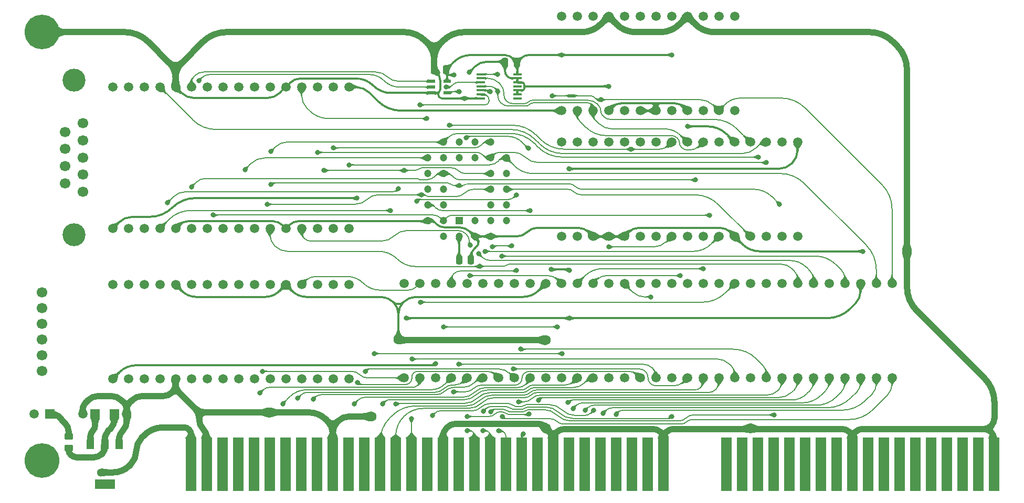
<source format=gbr>
%TF.GenerationSoftware,KiCad,Pcbnew,8.0.4*%
%TF.CreationDate,2024-08-15T20:52:11+02:00*%
%TF.ProjectId,UART Board,55415254-2042-46f6-9172-642e6b696361,rev?*%
%TF.SameCoordinates,Original*%
%TF.FileFunction,Copper,L1,Top*%
%TF.FilePolarity,Positive*%
%FSLAX46Y46*%
G04 Gerber Fmt 4.6, Leading zero omitted, Abs format (unit mm)*
G04 Created by KiCad (PCBNEW 8.0.4) date 2024-08-15 20:52:11*
%MOMM*%
%LPD*%
G01*
G04 APERTURE LIST*
G04 Aperture macros list*
%AMRoundRect*
0 Rectangle with rounded corners*
0 $1 Rounding radius*
0 $2 $3 $4 $5 $6 $7 $8 $9 X,Y pos of 4 corners*
0 Add a 4 corners polygon primitive as box body*
4,1,4,$2,$3,$4,$5,$6,$7,$8,$9,$2,$3,0*
0 Add four circle primitives for the rounded corners*
1,1,$1+$1,$2,$3*
1,1,$1+$1,$4,$5*
1,1,$1+$1,$6,$7*
1,1,$1+$1,$8,$9*
0 Add four rect primitives between the rounded corners*
20,1,$1+$1,$2,$3,$4,$5,0*
20,1,$1+$1,$4,$5,$6,$7,0*
20,1,$1+$1,$6,$7,$8,$9,0*
20,1,$1+$1,$8,$9,$2,$3,0*%
G04 Aperture macros list end*
%TA.AperFunction,EtchedComponent*%
%ADD10C,0.000000*%
%TD*%
%TA.AperFunction,ComponentPad*%
%ADD11C,1.500000*%
%TD*%
%TA.AperFunction,SMDPad,CuDef*%
%ADD12RoundRect,0.250000X-0.450000X0.262500X-0.450000X-0.262500X0.450000X-0.262500X0.450000X0.262500X0*%
%TD*%
%TA.AperFunction,SMDPad,CuDef*%
%ADD13RoundRect,0.250000X-0.250000X-0.475000X0.250000X-0.475000X0.250000X0.475000X-0.250000X0.475000X0*%
%TD*%
%TA.AperFunction,SMDPad,CuDef*%
%ADD14C,0.500000*%
%TD*%
%TA.AperFunction,SMDPad,CuDef*%
%ADD15RoundRect,0.250000X0.250000X0.475000X-0.250000X0.475000X-0.250000X-0.475000X0.250000X-0.475000X0*%
%TD*%
%TA.AperFunction,WasherPad*%
%ADD16C,3.700000*%
%TD*%
%TA.AperFunction,WasherPad*%
%ADD17C,1.700000*%
%TD*%
%TA.AperFunction,ComponentPad*%
%ADD18R,1.200000X1.200000*%
%TD*%
%TA.AperFunction,ComponentPad*%
%ADD19C,1.200000*%
%TD*%
%TA.AperFunction,ComponentPad*%
%ADD20R,1.500000X1.500000*%
%TD*%
%TA.AperFunction,SMDPad,CuDef*%
%ADD21R,1.200000X1.500000*%
%TD*%
%TA.AperFunction,SMDPad,CuDef*%
%ADD22R,3.300000X1.500000*%
%TD*%
%TA.AperFunction,SMDPad,CuDef*%
%ADD23R,1.250000X0.600000*%
%TD*%
%TA.AperFunction,SMDPad,CuDef*%
%ADD24R,1.475000X0.450000*%
%TD*%
%TA.AperFunction,ComponentPad*%
%ADD25C,5.600000*%
%TD*%
%TA.AperFunction,ConnectorPad*%
%ADD26R,1.780000X8.620000*%
%TD*%
%TA.AperFunction,ViaPad*%
%ADD27C,0.800000*%
%TD*%
%TA.AperFunction,ViaPad*%
%ADD28C,1.600000*%
%TD*%
%TA.AperFunction,ViaPad*%
%ADD29C,1.300000*%
%TD*%
%TA.AperFunction,Conductor*%
%ADD30C,0.380000*%
%TD*%
%TA.AperFunction,Conductor*%
%ADD31C,1.000000*%
%TD*%
%TA.AperFunction,Conductor*%
%ADD32C,0.200000*%
%TD*%
G04 APERTURE END LIST*
D10*
%TA.AperFunction,EtchedComponent*%
%TO.C,NT1*%
G36*
X111379001Y-99437000D02*
G01*
X110379001Y-99437000D01*
X110379001Y-98937000D01*
X111379001Y-98937000D01*
X111379001Y-99437000D01*
G37*
%TD.AperFunction*%
%TD*%
D11*
%TO.P,B4,1,5V*%
%TO.N,/5V*%
X109220000Y-121920000D03*
%TO.P,B4,2,~{Device_Select}*%
%TO.N,/~{Device Select}*%
X111760000Y-121920000D03*
%TO.P,B4,3,A16*%
%TO.N,/GND*%
X114299999Y-121920000D03*
%TO.P,B4,4,A15*%
X116840000Y-121920000D03*
%TO.P,B4,5,GND*%
X119380000Y-121920000D03*
%TO.P,B4,6,A14*%
%TO.N,/A14*%
X121920000Y-121920000D03*
%TO.P,B4,7,A13*%
%TO.N,/A13*%
X124460000Y-121920000D03*
%TO.P,B4,8,A12*%
%TO.N,/A12*%
X127000001Y-121920000D03*
%TO.P,B4,9,A11*%
%TO.N,/A11*%
X129540000Y-121920000D03*
%TO.P,B4,10,A10*%
%TO.N,/A10*%
X132080000Y-121920000D03*
%TO.P,B4,11,A4*%
%TO.N,/A4*%
X134620000Y-121920000D03*
%TO.P,B4,12,GND*%
%TO.N,/GND*%
X137159999Y-121920000D03*
%TO.P,B4,13,A3*%
%TO.N,/A3*%
X139700000Y-121920000D03*
%TO.P,B4,14,N.C.*%
%TO.N,unconnected-(B4-N.C.-Pad14)*%
X142240000Y-121920000D03*
%TO.P,B4,15,~{Reset}_{IN}*%
%TO.N,/~{Reset}_{D}*%
X144780000Y-121920000D03*
%TO.P,B4,16,N.C.*%
%TO.N,unconnected-(B4-N.C.-Pad16)*%
X147319999Y-121920000D03*
%TO.P,B4,17,5V*%
%TO.N,/5V*%
X147320000Y-106680000D03*
%TO.P,B4,18,Reset_{OUT}*%
%TO.N,unconnected-(B4-Reset_{OUT}-Pad18)*%
X144780000Y-106680000D03*
%TO.P,B4,19,~{Reset}_{OUT}*%
%TO.N,/~{Reset}*%
X142240000Y-106680000D03*
%TO.P,B4,20,~{A3}*%
%TO.N,/~{A3}*%
X139700000Y-106680000D03*
%TO.P,B4,21,GND*%
%TO.N,/GND*%
X137160000Y-106680000D03*
%TO.P,B4,22,~{A4}*%
%TO.N,unconnected-(B4-~{A4}-Pad22)*%
X134620000Y-106680000D03*
%TO.P,B4,23,~{Device_RAM}*%
%TO.N,/~{Device RAM}*%
X132080000Y-106680000D03*
%TO.P,B4,24,~{Device_Registers}*%
%TO.N,/~{Device Registers}*%
X129540000Y-106680000D03*
%TO.P,B4,25,~{Device_ROM}*%
%TO.N,/~{Device ROM}*%
X127000000Y-106680000D03*
%TO.P,B4,26,N.C.*%
%TO.N,unconnected-(B4-N.C.-Pad26)*%
X124460000Y-106680000D03*
%TO.P,B4,27,N.C.*%
%TO.N,unconnected-(B4-N.C.-Pad27)*%
X121920000Y-106680000D03*
%TO.P,B4,28,GND*%
%TO.N,/GND*%
X119380000Y-106680000D03*
%TO.P,B4,29,N.C.*%
%TO.N,unconnected-(B4-N.C.-Pad29)*%
X116840000Y-106680000D03*
%TO.P,B4,30,N.C.*%
%TO.N,unconnected-(B4-N.C.-Pad30)*%
X114300000Y-106680000D03*
%TO.P,B4,31,N.C.*%
%TO.N,unconnected-(B4-N.C.-Pad31)*%
X111760000Y-106680000D03*
%TO.P,B4,32,N.C.*%
%TO.N,unconnected-(B4-N.C.-Pad32)*%
X109220000Y-106680000D03*
%TD*%
D12*
%TO.P,R1,1*%
%TO.N,Net-(LED1-K)*%
X29728000Y-154281500D03*
%TO.P,R1,2*%
%TO.N,/5V*%
X29728000Y-156106500D03*
%TD*%
D13*
%TO.P,C3,1*%
%TO.N,/3.3V*%
X92715000Y-125730000D03*
%TO.P,C3,2*%
%TO.N,/GND*%
X94615000Y-125730000D03*
%TD*%
D14*
%TO.P,NT1,1,1*%
%TO.N,/~{Enable}_{D}*%
X110379002Y-99187000D03*
%TO.P,NT1,2,2*%
%TO.N,/~{Device Select}*%
X111379000Y-99187000D03*
%TD*%
D15*
%TO.P,C4,1*%
%TO.N,/3.3V*%
X90596000Y-94996000D03*
%TO.P,C4,2*%
%TO.N,/GND*%
X88696000Y-94996000D03*
%TD*%
D16*
%TO.P,B3,*%
%TO.N,*%
X30607000Y-121666000D03*
D17*
X32027000Y-114716000D03*
X29187000Y-113330000D03*
X32027000Y-111944000D03*
X29187000Y-110557000D03*
X32027000Y-109171000D03*
X29187000Y-107785000D03*
X32027000Y-106399000D03*
X29187000Y-105012000D03*
X32027000Y-103626000D03*
D16*
X30607000Y-96676000D03*
D11*
%TO.P,B3,1,5V*%
%TO.N,/5V*%
X36830000Y-120650000D03*
%TO.P,B3,2,N.C.*%
%TO.N,unconnected-(B3-N.C.-Pad2)*%
X39370000Y-120650000D03*
%TO.P,B3,3,~{ADS}*%
%TO.N,unconnected-(B3-~{ADS}-Pad3)*%
X41910000Y-120650000D03*
%TO.P,B3,4,~{CS}*%
%TO.N,/~{UART2}_{SEL}*%
X44450000Y-120650000D03*
%TO.P,B3,5,GND*%
%TO.N,/GND*%
X46990000Y-120650000D03*
%TO.P,B3,6,~{RD}*%
%TO.N,/~{RD}*%
X49530000Y-120650000D03*
%TO.P,B3,7,~{WD}*%
%TO.N,/~{WD}*%
X52070000Y-120650000D03*
%TO.P,B3,8,D7*%
%TO.N,/D7*%
X54610000Y-120650000D03*
%TO.P,B3,9,D6*%
%TO.N,/D6*%
X57150000Y-120650000D03*
%TO.P,B3,10,D5*%
%TO.N,/D5*%
X59690000Y-120650000D03*
%TO.P,B3,11,D4*%
%TO.N,/D4*%
X62230000Y-120650000D03*
%TO.P,B3,12,GND*%
%TO.N,/GND*%
X64770000Y-120650000D03*
%TO.P,B3,13,D3*%
%TO.N,/D3*%
X67310000Y-120650000D03*
%TO.P,B3,14,D2*%
%TO.N,/D2*%
X69850000Y-120650000D03*
%TO.P,B3,15,D1*%
%TO.N,/D1*%
X72390000Y-120650000D03*
%TO.P,B3,16,D0*%
%TO.N,/D0*%
X74930000Y-120650000D03*
%TO.P,B3,17,5V*%
%TO.N,/5V*%
X74930000Y-97790000D03*
%TO.P,B3,18,1.8432Mhz*%
%TO.N,/1.8MHz*%
X72390000Y-97790000D03*
%TO.P,B3,19,A0*%
%TO.N,/A0*%
X69850000Y-97790000D03*
%TO.P,B3,20,A1*%
%TO.N,/A1*%
X67310000Y-97790000D03*
%TO.P,B3,21,GND*%
%TO.N,/GND*%
X64770000Y-97790000D03*
%TO.P,B3,22,A2*%
%TO.N,/A2*%
X62230000Y-97790000D03*
%TO.P,B3,23,RX_Ready*%
%TO.N,unconnected-(B3-RX_Ready-Pad23)*%
X59690000Y-97790000D03*
%TO.P,B3,24,TX_Ready*%
%TO.N,unconnected-(B3-TX_Ready-Pad24)*%
X57150000Y-97790000D03*
%TO.P,B3,25,~{Out2}*%
%TO.N,unconnected-(B3-~{Out2}-Pad25)*%
X54610000Y-97790000D03*
%TO.P,B3,26,~{Out1}*%
%TO.N,unconnected-(B3-~{Out1}-Pad26)*%
X52070000Y-97790000D03*
%TO.P,B3,27,~{INT}*%
%TO.N,/~{INT2}*%
X49530000Y-97790000D03*
%TO.P,B3,28,GND*%
%TO.N,/GND*%
X46990000Y-97790000D03*
%TO.P,B3,29,~{Reset}*%
%TO.N,/~{Reset}*%
X44450000Y-97790000D03*
%TO.P,B3,30,N.C.*%
%TO.N,unconnected-(B3-N.C.-Pad30)*%
X41910000Y-97790000D03*
%TO.P,B3,31,N.C.*%
%TO.N,unconnected-(B3-N.C.-Pad31)*%
X39370000Y-97790000D03*
%TO.P,B3,32,N.C.*%
%TO.N,unconnected-(B3-N.C.-Pad32)*%
X36830000Y-97790000D03*
%TD*%
D18*
%TO.P,IC3,1,N.C.*%
%TO.N,unconnected-(IC3-N.C.-Pad1)*%
X92710000Y-119380000D03*
D19*
%TO.P,IC3,2,A16*%
%TO.N,/GND*%
X95250000Y-121920000D03*
%TO.P,IC3,3,A15*%
X95250000Y-119380000D03*
%TO.P,IC3,4,A12*%
X97790000Y-121920000D03*
%TO.P,IC3,5,A7*%
%TO.N,/A7*%
X100330000Y-119380000D03*
%TO.P,IC3,6,A6*%
%TO.N,/A6*%
X97790000Y-119380000D03*
%TO.P,IC3,7,A5*%
%TO.N,/A5*%
X100330000Y-116840000D03*
%TO.P,IC3,8,A4*%
%TO.N,/A4*%
X97790000Y-116840000D03*
%TO.P,IC3,9,A3*%
%TO.N,/A3*%
X100330000Y-114300000D03*
%TO.P,IC3,10,A2*%
%TO.N,/A2*%
X97790000Y-114300000D03*
%TO.P,IC3,11,A1*%
%TO.N,/A1*%
X100330000Y-111760000D03*
%TO.P,IC3,12,A0*%
%TO.N,/A0*%
X97790000Y-111760000D03*
%TO.P,IC3,13,DQ0*%
%TO.N,/D0*%
X100330000Y-109220000D03*
%TO.P,IC3,14,DQ1*%
%TO.N,/D1*%
X97790000Y-106680000D03*
%TO.P,IC3,15,DQ2*%
%TO.N,/D2*%
X97790000Y-109220000D03*
%TO.P,IC3,16,GND*%
%TO.N,/GND*%
X95250000Y-106680000D03*
%TO.P,IC3,17,DQ3*%
%TO.N,/D3*%
X95250000Y-109220000D03*
%TO.P,IC3,18,DQ4*%
%TO.N,/D4*%
X92710000Y-106680000D03*
%TO.P,IC3,19,DQ5*%
%TO.N,/D5*%
X92710000Y-109220000D03*
%TO.P,IC3,20,DQ6*%
%TO.N,/D6*%
X90170000Y-106680000D03*
%TO.P,IC3,21,DQ7*%
%TO.N,/D7*%
X87630000Y-109220000D03*
%TO.P,IC3,22,~{CE}*%
%TO.N,/~{Device ROM}*%
X90170000Y-109220000D03*
%TO.P,IC3,23,A10*%
%TO.N,/GND*%
X87630000Y-111760000D03*
%TO.P,IC3,24,~{OE}*%
%TO.N,/~{RD}*%
X90170000Y-111760000D03*
%TO.P,IC3,25,A11*%
%TO.N,/GND*%
X87630000Y-114300000D03*
%TO.P,IC3,26,A9*%
%TO.N,/A9*%
X90170000Y-114300000D03*
%TO.P,IC3,27,A8*%
%TO.N,/A8*%
X87630000Y-116840000D03*
%TO.P,IC3,28,A13*%
%TO.N,/GND*%
X90170000Y-116840000D03*
%TO.P,IC3,29,A14*%
X87630000Y-119380000D03*
%TO.P,IC3,30,N.C.*%
%TO.N,unconnected-(IC3-N.C.-Pad30)*%
X90170000Y-121920000D03*
%TO.P,IC3,31,~{WE}*%
%TO.N,/~{WD}*%
X90170000Y-119380000D03*
%TO.P,IC3,32,3V*%
%TO.N,/3.3V*%
X92710000Y-121920000D03*
%TD*%
D11*
%TO.P,B2,1,5V*%
%TO.N,/5V*%
X109220000Y-101600000D03*
%TO.P,B2,2,~{Device_RAM}*%
%TO.N,/~{Device RAM}*%
X111760000Y-101600000D03*
%TO.P,B2,3,~{Device_Registers}*%
%TO.N,/~{Device Registers}*%
X114299999Y-101600000D03*
%TO.P,B2,4,GND*%
%TO.N,/GND*%
X116840000Y-101600000D03*
%TO.P,B2,5,~{Device_ROM}*%
%TO.N,/~{Device ROM}*%
X119380000Y-101600000D03*
%TO.P,B2,6,H2_{REG}*%
%TO.N,/GND*%
X121920000Y-101600000D03*
%TO.P,B2,7,H1_{REG}*%
X124460000Y-101600000D03*
%TO.P,B2,8,H0_{REG}*%
%TO.N,/3.3V*%
X127000001Y-101600000D03*
%TO.P,B2,9,GND*%
%TO.N,/GND*%
X129540000Y-101600000D03*
%TO.P,B2,10,~{RD}*%
%TO.N,/~{RD}*%
X132080000Y-101600000D03*
%TO.P,B2,11,~{Device_Select}*%
%TO.N,/~{Device Select}*%
X134620000Y-101600000D03*
%TO.P,B2,12,~{WD}*%
%TO.N,/~{WD}*%
X137159999Y-101600000D03*
%TO.P,B2,13,5V*%
%TO.N,/5V*%
X137160000Y-86360000D03*
%TO.P,B2,14,N.C.*%
%TO.N,unconnected-(B2-N.C.-Pad14)*%
X134620000Y-86360000D03*
%TO.P,B2,15,N.C.*%
%TO.N,unconnected-(B2-N.C.-Pad15)*%
X132080000Y-86360000D03*
%TO.P,B2,16,GND*%
%TO.N,/GND*%
X129540000Y-86360000D03*
%TO.P,B2,17,H0_{OUT}*%
%TO.N,/H0_{D}*%
X127000000Y-86360000D03*
%TO.P,B2,18,H1_{OUT}*%
%TO.N,/H1_{D}*%
X124460000Y-86360000D03*
%TO.P,B2,19,H2_{OUT}*%
%TO.N,/H2_{D}*%
X121920000Y-86360000D03*
%TO.P,B2,20,N.C.*%
%TO.N,unconnected-(B2-N.C.-Pad20)*%
X119380000Y-86360000D03*
%TO.P,B2,21,GND*%
%TO.N,/GND*%
X116840000Y-86360000D03*
%TO.P,B2,22,N.C.*%
%TO.N,unconnected-(B2-N.C.-Pad22)*%
X114300000Y-86360000D03*
%TO.P,B2,23,N.C.*%
%TO.N,unconnected-(B2-N.C.-Pad23)*%
X111760000Y-86360000D03*
%TO.P,B2,24,3.3V*%
%TO.N,/3.3V*%
X109220000Y-86360000D03*
%TD*%
D20*
%TO.P,LED1,1,K*%
%TO.N,Net-(LED1-K)*%
X26670000Y-150622000D03*
D11*
%TO.P,LED1,2,A*%
%TO.N,/GND*%
X24130000Y-150622000D03*
%TD*%
D20*
%TO.P,C2,1*%
%TO.N,/5V*%
X37111400Y-150622000D03*
D11*
%TO.P,C2,2*%
%TO.N,/GND*%
X39111400Y-150622000D03*
%TD*%
D15*
%TO.P,C5,1*%
%TO.N,/3.3V*%
X102035000Y-93771000D03*
%TO.P,C5,2*%
%TO.N,/GND*%
X100135000Y-93771000D03*
%TD*%
D21*
%TO.P,IC1,1,GND*%
%TO.N,/GND*%
X37860000Y-155550000D03*
%TO.P,IC1,2,5.0VOut*%
%TO.N,/5V*%
X35560000Y-155550000D03*
%TO.P,IC1,3,15VIn*%
%TO.N,/12V*%
X33260000Y-155550000D03*
D22*
%TO.P,IC1,4,N.C*%
%TO.N,unconnected-(IC1-N.C-Pad4)*%
X35560000Y-161950000D03*
%TD*%
D23*
%TO.P,IC2,1,B*%
%TO.N,/~{INT2}*%
X88285000Y-96840000D03*
%TO.P,IC2,2,A*%
%TO.N,/~{INT1}*%
X88285000Y-97790000D03*
%TO.P,IC2,3,GND*%
%TO.N,/GND*%
X88285000Y-98740000D03*
%TO.P,IC2,4,Y*%
%TO.N,/~{Interrupt}_{D}*%
X90785000Y-98740000D03*
%TO.P,IC2,5,3V*%
%TO.N,/3.3V*%
X90785000Y-96840000D03*
%TD*%
D24*
%TO.P,IC4,1,1A*%
%TO.N,/~{Device Registers}*%
X96249000Y-95713000D03*
%TO.P,IC4,2,1B*%
%TO.N,/~{A3}*%
X96249000Y-96363000D03*
%TO.P,IC4,3,1Y*%
%TO.N,/~{UART1}_{SEL}*%
X96249000Y-97013000D03*
%TO.P,IC4,4,2A*%
%TO.N,/~{Device Registers}*%
X96249000Y-97663000D03*
%TO.P,IC4,5,2B*%
%TO.N,/A3*%
X96249000Y-98313000D03*
%TO.P,IC4,6,2Y*%
%TO.N,/~{UART2}_{SEL}*%
X96249000Y-98963000D03*
%TO.P,IC4,7,GND*%
%TO.N,/GND*%
X96249000Y-99613000D03*
%TO.P,IC4,8,3Y*%
%TO.N,unconnected-(IC4-3Y-Pad8)*%
X102125000Y-99613000D03*
%TO.P,IC4,9,3A*%
%TO.N,/GND*%
X102125000Y-98963000D03*
%TO.P,IC4,10,3B*%
X102125000Y-98313000D03*
%TO.P,IC4,11,4Y*%
%TO.N,unconnected-(IC4-4Y-Pad11)*%
X102125000Y-97663000D03*
%TO.P,IC4,12,4A*%
%TO.N,/GND*%
X102125000Y-97013000D03*
%TO.P,IC4,13,4B*%
X102125000Y-96363000D03*
%TO.P,IC4,14,3V*%
%TO.N,/3.3V*%
X102125000Y-95713000D03*
%TD*%
D25*
%TO.P,H1,1,GND*%
%TO.N,/GND*%
X25400000Y-88900000D03*
%TD*%
D17*
%TO.P,B5,*%
%TO.N,*%
X25400000Y-143693999D03*
X25400000Y-141153999D03*
X25400000Y-138613999D03*
X25400000Y-136073999D03*
X25400000Y-133533999D03*
X25400000Y-130993999D03*
D11*
%TO.P,B5,1,5V*%
%TO.N,/5V*%
X36830000Y-144964000D03*
%TO.P,B5,2,N.C.*%
%TO.N,unconnected-(B5-N.C.-Pad2)*%
X39370000Y-144964000D03*
%TO.P,B5,3,~{ADS}*%
%TO.N,unconnected-(B5-~{ADS}-Pad3)*%
X41910000Y-144964000D03*
%TO.P,B5,4,~{CS}*%
%TO.N,/~{UART1}_{SEL}*%
X44450000Y-144964000D03*
%TO.P,B5,5,GND*%
%TO.N,/GND*%
X46990000Y-144964000D03*
%TO.P,B5,6,~{RD}*%
%TO.N,/~{RD}*%
X49530000Y-144964000D03*
%TO.P,B5,7,~{WD}*%
%TO.N,/~{WD}*%
X52070000Y-144964000D03*
%TO.P,B5,8,D7*%
%TO.N,/D7*%
X54610000Y-144964000D03*
%TO.P,B5,9,D6*%
%TO.N,/D6*%
X57150000Y-144964000D03*
%TO.P,B5,10,D5*%
%TO.N,/D5*%
X59690000Y-144964000D03*
%TO.P,B5,11,D4*%
%TO.N,/D4*%
X62230000Y-144964000D03*
%TO.P,B5,12,GND*%
%TO.N,/GND*%
X64770000Y-144964000D03*
%TO.P,B5,13,D3*%
%TO.N,/D3*%
X67310000Y-144964000D03*
%TO.P,B5,14,D2*%
%TO.N,/D2*%
X69850000Y-144964000D03*
%TO.P,B5,15,D1*%
%TO.N,/D1*%
X72390000Y-144964000D03*
%TO.P,B5,16,D0*%
%TO.N,/D0*%
X74930000Y-144964000D03*
%TO.P,B5,17,5V*%
%TO.N,/5V*%
X74930000Y-129724000D03*
%TO.P,B5,18,1.8432Mhz*%
%TO.N,/1.8MHz*%
X72390000Y-129724000D03*
%TO.P,B5,19,A0*%
%TO.N,/A0*%
X69850000Y-129724000D03*
%TO.P,B5,20,A1*%
%TO.N,/A1*%
X67310000Y-129724000D03*
%TO.P,B5,21,GND*%
%TO.N,/GND*%
X64770000Y-129724000D03*
%TO.P,B5,22,A2*%
%TO.N,/A2*%
X62230000Y-129724000D03*
%TO.P,B5,23,RX_Ready*%
%TO.N,unconnected-(B5-RX_Ready-Pad23)*%
X59690000Y-129724000D03*
%TO.P,B5,24,TX_Ready*%
%TO.N,unconnected-(B5-TX_Ready-Pad24)*%
X57150000Y-129724000D03*
%TO.P,B5,25,~{Out2}*%
%TO.N,unconnected-(B5-~{Out2}-Pad25)*%
X54610000Y-129724000D03*
%TO.P,B5,26,~{Out1}*%
%TO.N,unconnected-(B5-~{Out1}-Pad26)*%
X52070000Y-129724000D03*
%TO.P,B5,27,~{INT}*%
%TO.N,/~{INT1}*%
X49530000Y-129724000D03*
%TO.P,B5,28,GND*%
%TO.N,/GND*%
X46990000Y-129724000D03*
%TO.P,B5,29,~{Reset}*%
%TO.N,/~{Reset}*%
X44450000Y-129724000D03*
%TO.P,B5,30,N.C.*%
%TO.N,unconnected-(B5-N.C.-Pad30)*%
X41910000Y-129724000D03*
%TO.P,B5,31,N.C.*%
%TO.N,unconnected-(B5-N.C.-Pad31)*%
X39370000Y-129724000D03*
%TO.P,B5,32,N.C.*%
%TO.N,unconnected-(B5-N.C.-Pad32)*%
X36830000Y-129724000D03*
%TD*%
D26*
%TO.P,J5,B1,B1*%
%TO.N,/12V*%
X49479200Y-158750000D03*
%TO.P,J5,B2,B2*%
%TO.N,/GND*%
X52019200Y-158750000D03*
%TO.P,J5,B3,B3*%
%TO.N,unconnected-(J5-PadB3)*%
X54559200Y-158750000D03*
%TO.P,J5,B4,B4*%
%TO.N,unconnected-(J5-PadB4)*%
X57099200Y-158750000D03*
%TO.P,J5,B5,B5*%
%TO.N,unconnected-(J5-PadB5)*%
X59639200Y-158750000D03*
%TO.P,J5,B6,B6*%
%TO.N,unconnected-(J5-PadB6)*%
X62179200Y-158750000D03*
%TO.P,J5,B7,B7*%
%TO.N,unconnected-(J5-PadB7)*%
X64719200Y-158750000D03*
%TO.P,J5,B8,B8*%
%TO.N,unconnected-(J5-PadB8)*%
X67259200Y-158750000D03*
%TO.P,J5,B9,B9*%
%TO.N,unconnected-(J5-PadB9)*%
X69799200Y-158750000D03*
%TO.P,J5,B10,B10*%
%TO.N,/GND*%
X72339200Y-158750000D03*
%TO.P,J5,B11,B11*%
%TO.N,unconnected-(J5-PadB11)*%
X74879200Y-158750000D03*
%TO.P,J5,B12,B12*%
%TO.N,unconnected-(J5-PadB12)*%
X77419200Y-158750000D03*
%TO.P,J5,B13,B13*%
%TO.N,/~{RD}_{D}*%
X79959200Y-158750000D03*
%TO.P,J5,B14,B14*%
%TO.N,/~{WD}_{D}*%
X82499200Y-158750000D03*
%TO.P,J5,B15,B15*%
%TO.N,/CLK_{D}*%
X85039200Y-158750000D03*
%TO.P,J5,B16,B16*%
%TO.N,unconnected-(J5-PadB16)*%
X87579200Y-158750000D03*
%TO.P,J5,B17,B17*%
%TO.N,/GND*%
X90119200Y-158750000D03*
%TO.P,J5,B18,B18*%
%TO.N,unconnected-(J5-PadB18)*%
X92659200Y-158750000D03*
%TO.P,J5,B19,B19*%
%TO.N,/~{Interrupt}_{D}*%
X95199200Y-158750000D03*
%TO.P,J5,B20,B20*%
%TO.N,/~{Reset}_{D}*%
X97739200Y-158750000D03*
%TO.P,J5,B21,B21*%
%TO.N,/~{Select}_{D}*%
X100279200Y-158750000D03*
%TO.P,J5,B22,B22*%
%TO.N,/~{Enable}_{D}*%
X102819200Y-158750000D03*
%TO.P,J5,B23,B23*%
%TO.N,unconnected-(J5-PadB23)*%
X105359200Y-158750000D03*
%TO.P,J5,B24,B24*%
%TO.N,/GND*%
X107899200Y-158750000D03*
%TO.P,J5,B25,B25*%
%TO.N,unconnected-(J5-PadB25)*%
X110439200Y-158750000D03*
%TO.P,J5,B26,B26*%
%TO.N,unconnected-(J5-PadB26)*%
X112979200Y-158750000D03*
%TO.P,J5,B27,B27*%
%TO.N,unconnected-(J5-PadB27)*%
X115519200Y-158750000D03*
%TO.P,J5,B28,B28*%
%TO.N,unconnected-(J5-PadB28)*%
X118059200Y-158750000D03*
%TO.P,J5,B29,B29*%
%TO.N,unconnected-(J5-PadB29)*%
X120599200Y-158750000D03*
%TO.P,J5,B30,B30*%
%TO.N,unconnected-(J5-PadB30)*%
X123139200Y-158750000D03*
%TO.P,J5,B31,B31*%
%TO.N,/GND*%
X125679200Y-158750000D03*
%TO.P,J5,D1,D1*%
%TO.N,unconnected-(J5-PadD1)*%
X135839200Y-158750000D03*
%TO.P,J5,D2,D2*%
%TO.N,unconnected-(J5-PadD2)*%
X138379200Y-158750000D03*
%TO.P,J5,D3,D3*%
%TO.N,unconnected-(J5-PadD3)*%
X140919200Y-158750000D03*
%TO.P,J5,D4,D4*%
%TO.N,unconnected-(J5-PadD4)*%
X143459200Y-158750000D03*
%TO.P,J5,D5,D5*%
%TO.N,unconnected-(J5-PadD5)*%
X145999200Y-158750000D03*
%TO.P,J5,D6,D6*%
%TO.N,unconnected-(J5-PadD6)*%
X148539200Y-158750000D03*
%TO.P,J5,D7,D7*%
%TO.N,unconnected-(J5-PadD7)*%
X151079200Y-158750000D03*
%TO.P,J5,D8,D8*%
%TO.N,unconnected-(J5-PadD8)*%
X153619200Y-158750000D03*
%TO.P,J5,D9,D9*%
%TO.N,/GND*%
X156159200Y-158750000D03*
%TO.P,J5,D10,D10*%
%TO.N,unconnected-(J5-PadD10)*%
X158699200Y-158750000D03*
%TO.P,J5,D11,D11*%
%TO.N,unconnected-(J5-PadD11)*%
X161239200Y-158750000D03*
%TO.P,J5,D12,D12*%
%TO.N,unconnected-(J5-PadD12)*%
X163779200Y-158750000D03*
%TO.P,J5,D13,D13*%
%TO.N,unconnected-(J5-PadD13)*%
X166319200Y-158750000D03*
%TO.P,J5,D14,D14*%
%TO.N,unconnected-(J5-PadD14)*%
X168859200Y-158750000D03*
%TO.P,J5,D15,D15*%
%TO.N,unconnected-(J5-PadD15)*%
X171399200Y-158750000D03*
%TO.P,J5,D16,D16*%
%TO.N,unconnected-(J5-PadD16)*%
X173939200Y-158750000D03*
%TO.P,J5,D17,D17*%
%TO.N,unconnected-(J5-PadD17)*%
X176479200Y-158750000D03*
%TO.P,J5,D18,D18*%
%TO.N,/GND*%
X179019200Y-158750000D03*
%TD*%
D20*
%TO.P,C1,1*%
%TO.N,/12V*%
X34020000Y-150622000D03*
D11*
%TO.P,C1,2*%
%TO.N,/GND*%
X32020000Y-150622000D03*
%TD*%
%TO.P,B1,1,A0_{IN}*%
%TO.N,/A0_{D}*%
X83820000Y-144780000D03*
%TO.P,B1,2,A1_{IN}*%
%TO.N,/A1_{D}*%
X86360000Y-144780000D03*
%TO.P,B1,3,5V*%
%TO.N,/5V*%
X88900000Y-144780000D03*
%TO.P,B1,4,A2_{IN}*%
%TO.N,/A2_{D}*%
X91440000Y-144780000D03*
%TO.P,B1,5,A3_{IN}*%
%TO.N,/A3_{D}*%
X93980000Y-144780000D03*
%TO.P,B1,6,A4_{IN}*%
%TO.N,/A4_{D}*%
X96520000Y-144780000D03*
%TO.P,B1,7,A5_{IN}*%
%TO.N,/A5_{D}*%
X99060000Y-144780000D03*
%TO.P,B1,8,A6_{IN}*%
%TO.N,/A6_{D}*%
X101600000Y-144780000D03*
%TO.P,B1,9,A7_{IN}*%
%TO.N,/A7_{D}*%
X104140000Y-144780000D03*
%TO.P,B1,10,GND*%
%TO.N,/GND*%
X106680000Y-144780000D03*
%TO.P,B1,11,A8_{IN}*%
%TO.N,/A8_{D}*%
X109220000Y-144780000D03*
%TO.P,B1,12,A9_{IN}*%
%TO.N,/A9_{D}*%
X111760000Y-144780000D03*
%TO.P,B1,13,A10_{IN}*%
%TO.N,/A10_{D}*%
X114300000Y-144780000D03*
%TO.P,B1,14,A11_{IN}*%
%TO.N,/A11_{D}*%
X116840000Y-144780000D03*
%TO.P,B1,15,A12_{IN}*%
%TO.N,/A12_{D}*%
X119380000Y-144780000D03*
%TO.P,B1,16,A13_{IN}*%
%TO.N,/A13_{D}*%
X121920000Y-144780000D03*
%TO.P,B1,17,A14_{IN}*%
%TO.N,/A14_{D}*%
X124460000Y-144780000D03*
%TO.P,B1,18,A15_{IN}*%
%TO.N,/A15_{D}*%
X127000000Y-144780000D03*
%TO.P,B1,19,A16_{IN}*%
%TO.N,/A16_{D}*%
X129540000Y-144780000D03*
%TO.P,B1,20,~{RD}_{IN}*%
%TO.N,/~{RD}_{D}*%
X132080000Y-144780000D03*
%TO.P,B1,21,~{WD}_{IN}*%
%TO.N,/~{WD}_{D}*%
X134620000Y-144780000D03*
%TO.P,B1,22,S_{IN}*%
%TO.N,/CLK_{D}*%
X137160000Y-144780000D03*
%TO.P,B1,23,GND*%
%TO.N,/GND*%
X139700000Y-144780000D03*
%TO.P,B1,24,D7_{IN/OUT}*%
%TO.N,/D7_{D}*%
X142240000Y-144780000D03*
%TO.P,B1,25,D6_{IN/OUT}*%
%TO.N,/D6_{D}*%
X144780000Y-144780000D03*
%TO.P,B1,26,D5_{IN/OUT}*%
%TO.N,/D5_{D}*%
X147320000Y-144780000D03*
%TO.P,B1,27,D4_{IN/OUT}*%
%TO.N,/D4_{D}*%
X149860000Y-144780000D03*
%TO.P,B1,28,D3_{IN/OUT}*%
%TO.N,/D3_{D}*%
X152400000Y-144780000D03*
%TO.P,B1,29,D2_{IN/OUT}*%
%TO.N,/D2_{D}*%
X154940000Y-144780000D03*
%TO.P,B1,30,D1_{IN/OUT}*%
%TO.N,/D1_{D}*%
X157480000Y-144780000D03*
%TO.P,B1,31,D0_{IN/OUT}*%
%TO.N,/D0_{D}*%
X160020000Y-144780000D03*
%TO.P,B1,32,Deivce_~{CS}_{IN}*%
%TO.N,/~{Select}_{D}*%
X162560000Y-144780000D03*
%TO.P,B1,33,Deivce_~{CS}*%
%TO.N,/~{Device Select}*%
X162560000Y-129540000D03*
%TO.P,B1,34,D0*%
%TO.N,/D0*%
X160020000Y-129540000D03*
%TO.P,B1,35,5V*%
%TO.N,/5V*%
X157480000Y-129540000D03*
%TO.P,B1,36,D1*%
%TO.N,/D1*%
X154940000Y-129540000D03*
%TO.P,B1,37,D2*%
%TO.N,/D2*%
X152400000Y-129540000D03*
%TO.P,B1,38,D3*%
%TO.N,/D3*%
X149860000Y-129540000D03*
%TO.P,B1,39,D4*%
%TO.N,/D4*%
X147320000Y-129540000D03*
%TO.P,B1,40,D5*%
%TO.N,/D5*%
X144780000Y-129540000D03*
%TO.P,B1,41,D6*%
%TO.N,/D6*%
X142240000Y-129540000D03*
%TO.P,B1,42,GND*%
%TO.N,/GND*%
X139700000Y-129540000D03*
%TO.P,B1,43,D7*%
%TO.N,/D7*%
X137160000Y-129540000D03*
%TO.P,B1,44,S*%
%TO.N,unconnected-(B1-S-Pad44)*%
X134620000Y-129540000D03*
%TO.P,B1,45,~{WD}*%
%TO.N,/~{WD}*%
X132080000Y-129540000D03*
%TO.P,B1,46,~{RD}*%
%TO.N,/~{RD}*%
X129540000Y-129540000D03*
%TO.P,B1,47,A16*%
%TO.N,unconnected-(B1-A16-Pad47)*%
X127000000Y-129540000D03*
%TO.P,B1,48,A15*%
%TO.N,unconnected-(B1-A15-Pad48)*%
X124460000Y-129540000D03*
%TO.P,B1,49,A14*%
%TO.N,/A14*%
X121920000Y-129540000D03*
%TO.P,B1,50,A13*%
%TO.N,/A13*%
X119380000Y-129540000D03*
%TO.P,B1,51,A12*%
%TO.N,/A12*%
X116840000Y-129540000D03*
%TO.P,B1,52,A11*%
%TO.N,/A11*%
X114300000Y-129540000D03*
%TO.P,B1,53,A10*%
%TO.N,/A10*%
X111760000Y-129540000D03*
%TO.P,B1,54,A9*%
%TO.N,/A9*%
X109220000Y-129540000D03*
%TO.P,B1,55,GND*%
%TO.N,/GND*%
X106680000Y-129540000D03*
%TO.P,B1,56,A8*%
%TO.N,/A8*%
X104140000Y-129540000D03*
%TO.P,B1,57,A7*%
%TO.N,/A7*%
X101600000Y-129540000D03*
%TO.P,B1,58,A6*%
%TO.N,/A6*%
X99060000Y-129540000D03*
%TO.P,B1,59,A5*%
%TO.N,/A5*%
X96520000Y-129540000D03*
%TO.P,B1,60,A4*%
%TO.N,/A4*%
X93980000Y-129540000D03*
%TO.P,B1,61,A3*%
%TO.N,/A3*%
X91440000Y-129540000D03*
%TO.P,B1,62,A2*%
%TO.N,/A2*%
X88900000Y-129540000D03*
%TO.P,B1,63,A1*%
%TO.N,/A1*%
X86360000Y-129540000D03*
%TO.P,B1,64,A0*%
%TO.N,/A0*%
X83820000Y-129540000D03*
%TD*%
D25*
%TO.P,H9,1,GND*%
%TO.N,/GND*%
X25400000Y-158115000D03*
%TD*%
D27*
%TO.N,/5V*%
X110490000Y-127381000D03*
X76208900Y-115731200D03*
X84201000Y-135128000D03*
X107569000Y-127254000D03*
X110490000Y-135128000D03*
X110410600Y-110998000D03*
X88900000Y-142494000D03*
%TO.N,/GND*%
X157861000Y-124333000D03*
X93598506Y-99613000D03*
D28*
X106680000Y-152882580D03*
X62103000Y-150368000D03*
D27*
X129540000Y-104140000D03*
X116840000Y-97663000D03*
D28*
X82931000Y-138557002D03*
X106680000Y-138684000D03*
X78613000Y-151003000D03*
D27*
X94361000Y-95377000D03*
D28*
X164973000Y-124333000D03*
X139700000Y-152908000D03*
D27*
%TO.N,/CLK_{D}*%
X85039200Y-151384000D03*
X85090004Y-141732000D03*
%TO.N,/~{Interrupt}_{D}*%
X92726800Y-98508900D03*
X104021801Y-150634000D03*
X93855800Y-105971600D03*
X93980000Y-153289010D03*
X93980000Y-151003000D03*
X103886000Y-107696000D03*
%TO.N,/~{Reset}_{D}*%
X97790000Y-150241000D03*
X96520000Y-153296000D03*
X143510000Y-150761000D03*
%TO.N,/~{Select}_{D}*%
X99123495Y-153352505D03*
X99695000Y-151003000D03*
%TO.N,/~{Enable}_{D}*%
X107696000Y-99187000D03*
X103056000Y-153823300D03*
%TO.N,/~{Device Select}*%
X115570000Y-99822000D03*
%TO.N,/A0_{D}*%
X60959998Y-143715700D03*
%TO.N,/A1_{D}*%
X60601331Y-147215331D03*
%TO.N,/A2_{D}*%
X64262000Y-148971000D03*
%TO.N,/A3_{D}*%
X66675000Y-148082000D03*
%TO.N,/A4_{D}*%
X69215000Y-148209000D03*
%TO.N,/A5_{D}*%
X76326994Y-145542000D03*
%TO.N,/A6_{D}*%
X77597000Y-143715000D03*
%TO.N,/A7_{D}*%
X75819000Y-148971000D03*
%TO.N,/A8_{D}*%
X78994000Y-140843000D03*
X109347000Y-140855000D03*
%TO.N,/A9_{D}*%
X80391000Y-148971000D03*
%TO.N,/A10_{D}*%
X82499200Y-149006000D03*
%TO.N,/A11_{D}*%
X108585000Y-136525000D03*
X90170000Y-136525000D03*
%TO.N,/A12_{D}*%
X114427000Y-149987000D03*
X88392000Y-150876000D03*
%TO.N,/A13_{D}*%
X91821000Y-147016900D03*
%TO.N,/A14_{D}*%
X92659200Y-142547600D03*
%TO.N,/A15_{D}*%
X127000000Y-150997000D03*
X96647000Y-150163000D03*
%TO.N,/A16_{D}*%
X101506600Y-143326600D03*
%TO.N,/D7_{D}*%
X102679501Y-140144499D03*
%TO.N,/D6_{D}*%
X102336800Y-148651000D03*
%TO.N,/D5_{D}*%
X105530000Y-148384000D03*
%TO.N,/D4_{D}*%
X110299500Y-148780500D03*
%TO.N,/D3_{D}*%
X111124998Y-149733002D03*
%TO.N,/D2_{D}*%
X113068099Y-150025101D03*
D29*
%TO.N,/12V*%
X34925000Y-160049998D03*
D27*
%TO.N,/D0*%
X74930000Y-110349900D03*
%TO.N,/D1_{D}*%
X115951000Y-150495000D03*
%TO.N,/D0_{D}*%
X118059200Y-150646000D03*
%TO.N,/D1*%
X72390000Y-107625800D03*
X99580000Y-125095000D03*
%TO.N,/D2*%
X142240000Y-109982000D03*
X69850000Y-108327600D03*
%TO.N,/D3*%
X94488002Y-123317000D03*
X95885000Y-124713990D03*
%TO.N,/D4*%
X96011994Y-126746000D03*
%TO.N,/D5*%
X92710000Y-113696300D03*
X62357000Y-113538000D03*
X144398998Y-116713000D03*
%TO.N,/D6*%
X140970000Y-109093000D03*
X62357000Y-108204000D03*
%TO.N,/D7*%
X86487000Y-132539000D03*
X58165992Y-111125000D03*
%TO.N,/~{WD}*%
X133141300Y-118478300D03*
X53015600Y-118470500D03*
%TO.N,/~{RD}*%
X130810000Y-112776000D03*
X49530000Y-113919000D03*
%TO.N,/A13*%
X123693800Y-131686400D03*
%TO.N,/A12*%
X116840000Y-123605600D03*
%TO.N,/A11*%
X128433900Y-128249400D03*
%TO.N,/A10*%
X132080000Y-127127000D03*
%TO.N,/A9*%
X94446500Y-128246000D03*
%TO.N,/A8*%
X104140000Y-117754800D03*
%TO.N,/A5*%
X98044000Y-123571000D03*
X101219000Y-123444000D03*
%TO.N,/A4*%
X96900998Y-124327600D03*
%TO.N,/A3*%
X97714419Y-98531981D03*
X101954000Y-127402300D03*
%TO.N,/A2*%
X86614000Y-115189000D03*
X61722000Y-116713000D03*
%TO.N,/A1*%
X85852000Y-116205000D03*
X87503000Y-102870000D03*
X101955000Y-115207000D03*
%TO.N,/A0*%
X70920000Y-111252000D03*
X83820000Y-111252000D03*
%TO.N,/~{Device Registers}*%
X98962400Y-98425000D03*
X98962400Y-95713000D03*
%TO.N,/~{Device ROM}*%
X91141300Y-103942000D03*
X120439400Y-107825200D03*
%TO.N,/3.3V*%
X91935000Y-95823500D03*
X109219998Y-92595800D03*
X127000000Y-92595800D03*
%TO.N,/~{UART2}_{SEL}*%
X81660998Y-117725700D03*
X86360000Y-100669700D03*
%TO.N,/~{INT1}*%
X50726400Y-96774000D03*
%TO.N,/~{UART1}_{SEL}*%
X82931000Y-114173000D03*
X45676600Y-116459000D03*
X90650700Y-97759800D03*
%TD*%
D30*
%TO.N,/3.3V*%
X101447400Y-93183400D02*
G75*
G03*
X100028808Y-92595797I-1418600J-1418600D01*
G01*
X90821743Y-94770256D02*
G75*
G03*
X90596024Y-95315250I544957J-544944D01*
G01*
X104041191Y-92595800D02*
G75*
G03*
X102622602Y-93183402I9J-2006200D01*
G01*
X94693397Y-92595800D02*
G75*
G03*
X91796101Y-93795901I3J-4097400D01*
G01*
X90785000Y-95957143D02*
G75*
G03*
X90690513Y-95728987I-322600J43D01*
G01*
X90918643Y-95823500D02*
G75*
G03*
X90785000Y-95957143I-43J-133600D01*
G01*
X90690500Y-95729000D02*
G75*
G03*
X90918643Y-95823482I228100J228100D01*
G01*
X90596000Y-95500856D02*
G75*
G03*
X90690487Y-95729013I322600J-44D01*
G01*
D31*
%TO.N,/GND*%
X88696000Y-93370000D02*
G75*
G03*
X87546242Y-90594246I-3925500J0D01*
G01*
X89845755Y-90594244D02*
G75*
G03*
X88695996Y-93370000I2775745J-2775756D01*
G01*
X87546244Y-90594244D02*
G75*
G03*
X89845755Y-90594245I1149756J1149757D01*
G01*
X157806899Y-153035000D02*
G75*
G03*
X156641800Y-153517600I1J-1647700D01*
G01*
X92263326Y-152184000D02*
G75*
G03*
X90747192Y-152811992I-26J-2144100D01*
G01*
D30*
X103137100Y-97146000D02*
G75*
G03*
X102816009Y-97012996I-321100J-321100D01*
G01*
X105381828Y-120523000D02*
G75*
G03*
X103695492Y-121221492I-28J-2384800D01*
G01*
D31*
X156159200Y-154682699D02*
G75*
G03*
X155676600Y-153517600I-1647700J-1D01*
G01*
X156641800Y-153517600D02*
G75*
G03*
X156159200Y-154682699I1165100J-1165100D01*
G01*
X155676600Y-153517600D02*
G75*
G03*
X156641800Y-153517600I482600J482602D01*
G01*
D30*
X85749433Y-131699000D02*
G75*
G03*
X83756490Y-132524490I-33J-2818400D01*
G01*
X65757500Y-130711500D02*
G75*
G03*
X68141535Y-131698985I2384000J2384000D01*
G01*
D31*
X106680000Y-152882580D02*
X106680002Y-152882580D01*
X106680003Y-152882580D01*
X106680005Y-152882581D01*
X106680007Y-152882581D01*
X106680008Y-152882582D01*
X106680010Y-152882583D01*
X106680011Y-152882584D01*
X106680013Y-152882585D01*
X106680014Y-152882586D01*
X106680015Y-152882587D01*
X106680016Y-152882589D01*
X106680017Y-152882590D01*
X106680018Y-152882592D01*
X106680019Y-152882593D01*
X106680019Y-152882595D01*
X106680020Y-152882597D01*
X106680020Y-152882598D01*
X106680020Y-152882600D01*
X106680020Y-152882602D01*
X106680020Y-152882603D01*
X106680019Y-152882605D01*
X106680019Y-152882607D01*
X106680018Y-152882608D01*
X106680017Y-152882610D01*
X106680016Y-152882611D01*
X106680015Y-152882613D01*
X106680014Y-152882614D01*
X71221600Y-151485600D02*
G75*
G03*
X68523474Y-150368010I-2698100J-2698100D01*
G01*
X125196600Y-153517600D02*
G75*
G03*
X124031500Y-153035000I-1165100J-1165100D01*
G01*
D30*
X47879000Y-98679000D02*
G75*
G03*
X50025235Y-99567985I2146200J2146200D01*
G01*
X118841241Y-100427700D02*
G75*
G03*
X117426138Y-101013838I-41J-2001200D01*
G01*
D31*
X55212963Y-88900000D02*
G75*
G03*
X51365236Y-90493821I37J-5441500D01*
G01*
D30*
X95584856Y-122254856D02*
G75*
G02*
X95850009Y-122894970I-640156J-640144D01*
G01*
X47977500Y-130711500D02*
G75*
G03*
X50361535Y-131698985I2384000J2384000D01*
G01*
X82105500Y-132524500D02*
G75*
G03*
X80112566Y-131699014I-1992900J-1992900D01*
G01*
D31*
X178536600Y-153517600D02*
G75*
G02*
X179019200Y-154682699I-1165100J-1165100D01*
G01*
D30*
X121764828Y-120523000D02*
G75*
G03*
X120078492Y-121221492I-28J-2384800D01*
G01*
X64180950Y-120060950D02*
G75*
G03*
X65359050Y-120060950I589050J589052D01*
G01*
D31*
X32519570Y-148709429D02*
G75*
G03*
X32019987Y-149915500I1206030J-1206071D01*
G01*
X107899200Y-154856141D02*
G75*
G03*
X107365812Y-153568388I-1821100J41D01*
G01*
X108432600Y-153568400D02*
G75*
G03*
X107899217Y-154856141I1287700J-1287700D01*
G01*
X107365800Y-153568400D02*
G75*
G03*
X108432600Y-153568400I533400J533402D01*
G01*
D30*
X128953850Y-101013850D02*
G75*
G03*
X127538758Y-100427717I-1415050J-1415050D01*
G01*
X113601499Y-121221500D02*
G75*
G03*
X111915170Y-120523012I-1686299J-1686300D01*
G01*
X67154828Y-96393000D02*
G75*
G03*
X65468492Y-97091492I-28J-2384800D01*
G01*
X89124261Y-98740000D02*
G75*
G03*
X89504511Y-98582511I39J537700D01*
G01*
X89347000Y-98962738D02*
G75*
G03*
X89124261Y-98740000I-222700J38D01*
G01*
X89504500Y-98582500D02*
G75*
G03*
X89347016Y-98962738I380200J-380200D01*
G01*
D31*
X118110000Y-87630000D02*
G75*
G03*
X121176051Y-88900020I3066100J3066100D01*
G01*
X46418499Y-147129499D02*
G75*
G02*
X45038776Y-147700989I-1379699J1379699D01*
G01*
D30*
X100135000Y-95214117D02*
G75*
G03*
X100471505Y-96026495I1148900J17D01*
G01*
D31*
X88696000Y-94312934D02*
G75*
G03*
X89179010Y-95478990I1649100J34D01*
G01*
X34594317Y-147701000D02*
G75*
G03*
X32773995Y-148454995I-17J-2574300D01*
G01*
D30*
X63782500Y-130711500D02*
G75*
G02*
X61398464Y-131698985I-2384000J2384000D01*
G01*
D31*
X177476207Y-144837207D02*
G75*
G02*
X179070011Y-148684963I-3847807J-3847793D01*
G01*
X41720883Y-147701000D02*
G75*
G03*
X39875705Y-148465305I17J-2609500D01*
G01*
D30*
X103137100Y-97146000D02*
G75*
G02*
X103270104Y-97467090I-321100J-321100D01*
G01*
X49001142Y-119471900D02*
G75*
G03*
X47579038Y-120060938I-42J-2011100D01*
G01*
X135890000Y-105410000D02*
G75*
G03*
X132823948Y-104139980I-3066100J-3066100D01*
G01*
D31*
X72339200Y-153734712D02*
G75*
G03*
X71539104Y-151803096I-2731700J12D01*
G01*
X73139300Y-151803100D02*
G75*
G03*
X72339205Y-153734712I1931600J-1931600D01*
G01*
X71539100Y-151803100D02*
G75*
G03*
X73139300Y-151803100I800100J800101D01*
G01*
D30*
X105600500Y-130619500D02*
G75*
G02*
X102994356Y-131698982I-2606100J2606100D01*
G01*
X100471500Y-96026500D02*
G75*
G03*
X101283882Y-96363007I812400J812400D01*
G01*
D31*
X162756792Y-90493792D02*
G75*
G03*
X158909036Y-88899989I-3847792J-3847808D01*
G01*
D30*
X103462100Y-97663000D02*
G75*
G03*
X103270100Y-97855000I0J-192000D01*
G01*
X103270100Y-97471000D02*
G75*
G03*
X103462100Y-97663000I192000J0D01*
G01*
D31*
X50800000Y-151384000D02*
G75*
G03*
X50081571Y-149649587I-2452800J0D01*
G01*
X51816000Y-150368000D02*
G75*
G03*
X50800000Y-151384000I0J-1016000D01*
G01*
X50081579Y-149649579D02*
G75*
G03*
X51816000Y-150368012I1734421J1734379D01*
G01*
D30*
X95850000Y-122894970D02*
G75*
G02*
X95584880Y-123535107I-905300J-30D01*
G01*
X89347000Y-98998441D02*
G75*
G03*
X89527012Y-99432988I614600J41D01*
G01*
D31*
X90747200Y-152812000D02*
G75*
G03*
X90119211Y-154328126I1516100J-1516100D01*
G01*
D30*
X124460000Y-101013850D02*
G75*
G02*
X123873850Y-101600000I-586200J50D01*
G01*
D31*
X38347100Y-148465300D02*
G75*
G03*
X36501916Y-147700993I-1845200J-1845200D01*
G01*
D30*
X95674264Y-121920000D02*
G75*
G03*
X95550061Y-122219939I36J-175700D01*
G01*
X94950000Y-121620000D02*
G75*
G03*
X95674264Y-121920015I724300J724300D01*
G01*
X89179000Y-95479000D02*
G75*
G02*
X89662014Y-96645065I-1166100J-1166100D01*
G01*
D31*
X50800000Y-151537895D02*
G75*
G03*
X51409599Y-153009601I2081300J-5D01*
G01*
X82994499Y-138620501D02*
G75*
G03*
X83147799Y-138684000I153301J153301D01*
G01*
D30*
X66781142Y-119471900D02*
G75*
G03*
X65359038Y-120060938I-42J-2011100D01*
G01*
D31*
X39111400Y-151773726D02*
G75*
G02*
X38485692Y-153284292I-2136300J26D01*
G01*
X109720341Y-153035000D02*
G75*
G03*
X108432588Y-153568388I-41J-1821100D01*
G01*
D30*
X103695500Y-121221500D02*
G75*
G02*
X102009171Y-121919988I-1686300J1686300D01*
G01*
X95048124Y-124071815D02*
G75*
G03*
X94614984Y-125117470I1045676J-1045685D01*
G01*
D31*
X128270000Y-87630000D02*
G75*
G02*
X125203948Y-88900020I-3066100J3066100D01*
G01*
X51409600Y-153009600D02*
G75*
G02*
X52019198Y-154481304I-1471700J-1471700D01*
G01*
X127326899Y-153035000D02*
G75*
G03*
X126161800Y-153517600I1J-1647700D01*
G01*
X46426435Y-147121564D02*
G75*
G03*
X46990008Y-145761000I-1360535J1360564D01*
G01*
X47553564Y-147121564D02*
G75*
G03*
X46426435Y-147121563I-563565J-563565D01*
G01*
X46990000Y-145761000D02*
G75*
G03*
X47553570Y-147121558I1924100J0D01*
G01*
D30*
X82931000Y-134517433D02*
G75*
G03*
X82105510Y-132524490I-2818400J33D01*
G01*
X83756500Y-132524500D02*
G75*
G03*
X82931014Y-134517433I1992900J-1992900D01*
G01*
X82105500Y-132524500D02*
G75*
G03*
X83756500Y-132524500I825500J825501D01*
G01*
D31*
X106330710Y-152533290D02*
G75*
G03*
X105487449Y-152184021I-843210J-843210D01*
G01*
X177371500Y-153035000D02*
G75*
G03*
X178536600Y-152552400I0J1647700D01*
G01*
X178536600Y-153517600D02*
G75*
G03*
X177371500Y-153035000I-1165100J-1165100D01*
G01*
X178536600Y-152552400D02*
G75*
G03*
X178536600Y-153517600I482600J-482600D01*
G01*
D30*
X94511650Y-121181650D02*
G75*
G03*
X92729115Y-120443294I-1782550J-1782550D01*
G01*
X89050650Y-119911650D02*
G75*
G03*
X90334166Y-120443314I1283550J1283550D01*
G01*
D31*
X87274000Y-90322000D02*
G75*
G03*
X83840988Y-88900005I-3433000J-3433000D01*
G01*
D30*
X78897500Y-97566500D02*
G75*
G03*
X76064420Y-96392992I-2833100J-2833100D01*
G01*
X78897500Y-97566500D02*
G75*
G03*
X81730579Y-98740008I2833100J2833100D01*
G01*
X97267349Y-93674500D02*
G75*
G03*
X95212236Y-94525736I-49J-2906300D01*
G01*
X63881000Y-98679000D02*
G75*
G02*
X61734764Y-99567985I-2146200J2146200D01*
G01*
D31*
X75070912Y-151003000D02*
G75*
G03*
X73139296Y-151803096I-12J-2731700D01*
G01*
X130810000Y-87630000D02*
G75*
G03*
X133876051Y-88900020I3066100J3066100D01*
G01*
D30*
X124460000Y-101013850D02*
G75*
G03*
X123873850Y-100427700I-586200J-50D01*
G01*
X125046150Y-100427700D02*
G75*
G03*
X124460000Y-101013850I-50J-586100D01*
G01*
D31*
X115570000Y-87630000D02*
G75*
G02*
X112503948Y-88900020I-3066100J3066100D01*
G01*
X93551011Y-88900000D02*
G75*
G03*
X90117997Y-90321997I-11J-4855000D01*
G01*
D30*
X89662000Y-98202261D02*
G75*
G02*
X89504511Y-98582511I-537700J-39D01*
G01*
X136461500Y-121221500D02*
G75*
G03*
X134775171Y-120523012I-1686300J-1686300D01*
G01*
D31*
X46990000Y-96329500D02*
G75*
G03*
X45957279Y-93836261I-3526000J0D01*
G01*
X48022729Y-93836270D02*
G75*
G03*
X46990011Y-96329500I2493271J-2493230D01*
G01*
X45957270Y-93836270D02*
G75*
G03*
X48022729Y-93836271I1032730J1032731D01*
G01*
X155676600Y-153517600D02*
G75*
G03*
X154511500Y-153035000I-1165100J-1165100D01*
G01*
X163379207Y-91116207D02*
G75*
G02*
X164973011Y-94963963I-3847807J-3847793D01*
G01*
D30*
X103162750Y-98205650D02*
G75*
G02*
X102903584Y-98312993I-259150J259150D01*
G01*
D31*
X39111400Y-149925800D02*
G75*
G03*
X38619117Y-148737307I-1680800J0D01*
G01*
X39603687Y-148737312D02*
G75*
G03*
X39111406Y-149925800I1188513J-1188488D01*
G01*
X38619112Y-148737312D02*
G75*
G03*
X39603687Y-148737313I492288J492288D01*
G01*
D30*
X138366499Y-123126500D02*
G75*
G03*
X141279247Y-124333022I2912801J2912800D01*
G01*
D31*
X125679200Y-154682699D02*
G75*
G03*
X125196600Y-153517600I-1647700J-1D01*
G01*
X126161800Y-153517600D02*
G75*
G03*
X125679200Y-154682699I1165100J-1165100D01*
G01*
X125196600Y-153517600D02*
G75*
G03*
X126161800Y-153517600I482600J482602D01*
G01*
D30*
X103270100Y-97946484D02*
G75*
G02*
X103162755Y-98205655I-366500J-16D01*
G01*
D31*
X179070000Y-151300579D02*
G75*
G02*
X178562006Y-152527006I-1734400J-21D01*
G01*
D30*
X89527000Y-99433000D02*
G75*
G03*
X89961558Y-99613017I434600J434600D01*
G01*
D31*
X139636500Y-152971500D02*
G75*
G02*
X139483197Y-153034999I-153300J153300D01*
G01*
X164973000Y-130080036D02*
G75*
G03*
X166566800Y-133927784I5441600J36D01*
G01*
X38439827Y-153330172D02*
G75*
G03*
X37860012Y-154730000I1399873J-1399828D01*
G01*
X42614792Y-90493792D02*
G75*
G03*
X38767036Y-88899989I-3847792J-3847808D01*
G01*
X139763500Y-152971500D02*
G75*
G03*
X139916802Y-153034999I153300J153300D01*
G01*
D30*
X88833308Y-119694308D02*
G75*
G03*
X88074500Y-119379995I-758808J-758792D01*
G01*
X64180950Y-120060950D02*
G75*
G03*
X62758857Y-119471918I-1422050J-1422050D01*
G01*
X65468500Y-97091500D02*
X64071500Y-98488500D01*
X103270100Y-97855000D02*
X103270100Y-97471000D01*
X95550000Y-122220000D02*
X94950000Y-121620000D01*
X123873850Y-100427700D02*
X125046150Y-100427700D01*
%TO.N,/5V*%
X79559207Y-100006207D02*
G75*
G03*
X83406963Y-101600011I3847793J3847807D01*
G01*
X147320000Y-107962764D02*
G75*
G02*
X146431011Y-110109011I-3035200J-36D01*
G01*
D31*
X35051999Y-157098999D02*
G75*
G02*
X33825579Y-157606990I-1226399J1226399D01*
G01*
X36134877Y-153349121D02*
G75*
G03*
X35560012Y-154737000I1387923J-1387879D01*
G01*
X30104000Y-157231000D02*
G75*
G03*
X31011744Y-157606952I907700J907800D01*
G01*
D30*
X110426500Y-127317500D02*
G75*
G03*
X110273197Y-127254001I-153300J-153300D01*
G01*
X88773000Y-142621000D02*
G75*
G02*
X88466394Y-142747998I-306600J306600D01*
G01*
D31*
X29728000Y-156480750D02*
G75*
G03*
X29992663Y-157119605I903500J50D01*
G01*
D30*
X155892499Y-133540499D02*
G75*
G02*
X152059935Y-135128013I-3832599J3832599D01*
G01*
X146431000Y-110109000D02*
G75*
G02*
X144284764Y-110997985I-2146200J2146200D01*
G01*
X157480000Y-130746500D02*
G75*
G02*
X156626865Y-132806114I-2912700J0D01*
G01*
X78196124Y-98643124D02*
G75*
G03*
X76136500Y-97789986I-2059624J-2059576D01*
G01*
D31*
X35560000Y-156140600D02*
G75*
G02*
X35241527Y-156909488I-1087400J0D01*
G01*
D30*
X50137078Y-115731200D02*
G75*
G03*
X46499106Y-117238106I22J-5144900D01*
G01*
D31*
X37111400Y-151497300D02*
G75*
G02*
X36492478Y-152991539I-2113200J0D01*
G01*
D30*
X40082038Y-118745000D02*
G75*
G03*
X37782489Y-119697489I-38J-3252000D01*
G01*
X40612948Y-142748000D02*
G75*
G03*
X37937986Y-143855986I-48J-3782900D01*
G01*
X46499100Y-117238100D02*
G75*
G02*
X42861121Y-118745009I-3638000J3638000D01*
G01*
D31*
%TO.N,/12V*%
X41534103Y-154437988D02*
G75*
G03*
X40640043Y-156596546I2158597J-2158512D01*
G01*
X39545500Y-158955498D02*
G75*
G02*
X36903146Y-160050017I-2642400J2642398D01*
G01*
X40640000Y-156596546D02*
G75*
G02*
X39745895Y-158755102I-3052670J6D01*
G01*
X49149700Y-153110500D02*
G75*
G03*
X48354216Y-152780993I-795500J-795500D01*
G01*
X34020000Y-152386598D02*
G75*
G02*
X33640000Y-153304000I-1297400J-2D01*
G01*
X44994986Y-152781000D02*
G75*
G03*
X41915550Y-154056550I14J-4355000D01*
G01*
X33640000Y-153304000D02*
G75*
G03*
X33260000Y-154221401I917400J-917400D01*
G01*
X49149700Y-153110500D02*
G75*
G02*
X49479207Y-153905983I-795500J-795500D01*
G01*
D32*
%TO.N,/~{UART1}_{SEL}*%
X48726858Y-114672200D02*
G75*
G03*
X46570012Y-115565612I42J-3050300D01*
G01*
X92634167Y-97013000D02*
G75*
G03*
X91732710Y-97386410I33J-1274900D01*
G01*
X82681400Y-114422600D02*
G75*
G02*
X82078812Y-114672205I-602600J602600D01*
G01*
X91609827Y-97509272D02*
G75*
G02*
X91005000Y-97759786I-604827J604872D01*
G01*
%TO.N,/~{INT1}*%
X80645000Y-96774000D02*
G75*
G03*
X78192159Y-95758017I-2452800J-2452800D01*
G01*
X80645000Y-96774000D02*
G75*
G03*
X83097840Y-97789983I2452800J2452800D01*
G01*
X52460820Y-95758000D02*
G75*
G03*
X51234394Y-96265994I-20J-1734400D01*
G01*
%TO.N,/~{A3}*%
X99949000Y-99047783D02*
G75*
G03*
X100361745Y-100044255I1409200J-17D01*
G01*
X103913000Y-100193500D02*
G75*
G02*
X103276854Y-100457023I-636200J636200D01*
G01*
X99153725Y-97121725D02*
G75*
G03*
X97322000Y-96363014I-1831725J-1831775D01*
G01*
X99342832Y-97310832D02*
G75*
G02*
X99949031Y-98774250I-1463432J-1463468D01*
G01*
X137610792Y-104590792D02*
G75*
G03*
X133763036Y-102996989I-3847792J-3847808D01*
G01*
X114989000Y-100511000D02*
G75*
G03*
X113586341Y-99929983I-1402700J-1402700D01*
G01*
X100361750Y-100044250D02*
G75*
G03*
X101358216Y-100456993I996450J996450D01*
G01*
X116014500Y-102552500D02*
G75*
G03*
X117087617Y-102996993I1073100J1073100D01*
G01*
X104549145Y-99930000D02*
G75*
G03*
X103912987Y-100193487I-45J-899600D01*
G01*
X115570000Y-101600000D02*
G75*
G03*
X115929214Y-102467206I1226400J0D01*
G01*
X115210789Y-100732789D02*
G75*
G02*
X115570006Y-101600000I-867189J-867211D01*
G01*
%TO.N,/~{UART2}_{SEL}*%
X49442092Y-117725700D02*
G75*
G03*
X45912152Y-119187852I8J-4992100D01*
G01*
X97366150Y-100499850D02*
G75*
G02*
X96956095Y-100669698I-410050J410050D01*
G01*
X97281650Y-99217350D02*
G75*
G02*
X97535998Y-99831405I-614050J-614050D01*
G01*
X97281650Y-99217350D02*
G75*
G03*
X96667594Y-98963002I-614050J-614050D01*
G01*
X97536000Y-100089795D02*
G75*
G02*
X97366151Y-100499851I-579900J-5D01*
G01*
D31*
%TO.N,Net-(LED1-K)*%
X28045210Y-150981210D02*
G75*
G03*
X27178000Y-150621994I-867210J-867190D01*
G01*
X29156127Y-152092127D02*
G75*
G02*
X29727963Y-153472750I-1380627J-1380573D01*
G01*
D32*
%TO.N,/~{Device ROM}*%
X126427400Y-107252600D02*
G75*
G02*
X125045021Y-107825209I-1382400J1382400D01*
G01*
X105850407Y-106231407D02*
G75*
G03*
X109698163Y-107825211I3847793J3847807D01*
G01*
X105154792Y-105535792D02*
G75*
G03*
X101307036Y-103941989I-3847792J-3847808D01*
G01*
%TO.N,/~{Device Registers}*%
X128470850Y-105610850D02*
G75*
G03*
X125889693Y-104541703I-2581150J-2581150D01*
G01*
X104078686Y-100593500D02*
G75*
G02*
X103442540Y-100857013I-636186J636200D01*
G01*
X114045999Y-100583999D02*
G75*
G02*
X114299996Y-101197208I-613199J-613201D01*
G01*
X114299999Y-102171499D02*
G75*
G03*
X114704114Y-103147106I1379701J-1D01*
G01*
X98962400Y-99140333D02*
G75*
G03*
X99465210Y-100354190I1716700J33D01*
G01*
X104714831Y-100330000D02*
G75*
G03*
X104078680Y-100593494I-31J-899600D01*
G01*
X99465200Y-100354200D02*
G75*
G03*
X100679066Y-100857014I1213900J1213900D01*
G01*
X115199349Y-103642349D02*
G75*
G03*
X117370573Y-104541711I2171251J2171249D01*
G01*
X114045999Y-100583999D02*
G75*
G03*
X113432790Y-100330004I-613199J-613201D01*
G01*
X98581400Y-98044000D02*
G75*
G03*
X97661584Y-97663006I-919800J-919800D01*
G01*
X114299999Y-101218999D02*
X114299999Y-101981000D01*
%TO.N,/~{Device RAM}*%
X113139150Y-104249150D02*
G75*
G03*
X116468712Y-105628295I3329550J3329550D01*
G01*
X131438617Y-107321382D02*
G75*
G02*
X129921000Y-107950010I-1517617J1517582D01*
G01*
X127984929Y-106096629D02*
G75*
G02*
X128270032Y-106784850I-688229J-688271D01*
G01*
X127893300Y-106005000D02*
G75*
G03*
X126983865Y-105628314I-909400J-909400D01*
G01*
X128651000Y-107569000D02*
G75*
G03*
X129570815Y-107949994I919800J919800D01*
G01*
X111760000Y-102235000D02*
G75*
G03*
X112209017Y-103319007I1533000J0D01*
G01*
X128270000Y-106784850D02*
G75*
G03*
X128555043Y-107473097I973300J-50D01*
G01*
%TO.N,/A0*%
X86661159Y-110852400D02*
G75*
G03*
X86178812Y-111052212I41J-682200D01*
G01*
X86178800Y-111052200D02*
G75*
G02*
X85696440Y-111252017I-482400J482400D01*
G01*
X92637200Y-111306200D02*
G75*
G03*
X91541629Y-110852388I-1095600J-1095600D01*
G01*
X92637200Y-111306200D02*
G75*
G03*
X93732770Y-111760012I1095600J1095600D01*
G01*
%TO.N,/A1*%
X77299100Y-129496100D02*
G75*
G03*
X79952562Y-130595216I2653500J2653500D01*
G01*
X101589350Y-115572650D02*
G75*
G02*
X100706592Y-115938297I-882750J882750D01*
G01*
X85832400Y-130067600D02*
G75*
G02*
X84558660Y-130595184I-1273700J1273700D01*
G01*
X69575330Y-128397000D02*
G75*
G03*
X67973491Y-129060491I-30J-2265300D01*
G01*
X67310000Y-99060000D02*
G75*
G03*
X68208015Y-101228035I3066100J0D01*
G01*
X77299100Y-129496100D02*
G75*
G03*
X74645637Y-128396984I-2653500J-2653500D01*
G01*
X86307285Y-115938300D02*
G75*
G03*
X85985354Y-116071654I15J-455300D01*
G01*
X68580000Y-101600000D02*
G75*
G03*
X71646051Y-102870020I3066100J3066100D01*
G01*
%TO.N,/A2*%
X79690630Y-115189000D02*
G75*
G03*
X77850991Y-115950991I-30J-2601600D01*
G01*
X95066406Y-114300000D02*
G75*
G03*
X93645398Y-114888598I-6J-2009600D01*
G01*
X93645400Y-114888600D02*
G75*
G02*
X92224393Y-115477197I-1421000J1421000D01*
G01*
X87358900Y-115333100D02*
G75*
G03*
X87011011Y-115188995I-347900J-347900D01*
G01*
X77851000Y-115951000D02*
G75*
G02*
X76011369Y-116712987I-1839600J1839600D01*
G01*
X87358900Y-115333100D02*
G75*
G03*
X87706788Y-115477205I347900J347900D01*
G01*
%TO.N,/A3*%
X111294800Y-114744500D02*
G75*
G03*
X110221682Y-114300007I-1073100J-1073100D01*
G01*
X111294800Y-114744500D02*
G75*
G03*
X112367917Y-115188993I1073100J1073100D01*
G01*
X101907150Y-127449150D02*
G75*
G02*
X101794044Y-127496018I-113150J113150D01*
G01*
X97604928Y-98422490D02*
G75*
G03*
X97340595Y-98312996I-264328J-264310D01*
G01*
X134562792Y-116782792D02*
G75*
G03*
X130715036Y-115188989I-3847792J-3847808D01*
G01*
X92978103Y-127496000D02*
G75*
G03*
X91890499Y-127946499I-3J-1538100D01*
G01*
X91844111Y-127992888D02*
G75*
G03*
X91439993Y-128968500I975589J-975612D01*
G01*
%TO.N,/A4*%
X133416200Y-123123800D02*
G75*
G02*
X130509969Y-124327587I-2906200J2906200D01*
G01*
%TO.N,/A5*%
X98260802Y-123444000D02*
G75*
G03*
X98107499Y-123507499I-2J-216800D01*
G01*
%TO.N,/A8*%
X88833308Y-117154308D02*
G75*
G03*
X88074500Y-116839995I-758808J-758792D01*
G01*
X88976400Y-117297400D02*
G75*
G03*
X90080661Y-117754816I1104300J1104300D01*
G01*
%TO.N,/A9*%
X108573000Y-128893000D02*
G75*
G03*
X107011003Y-128245998I-1562000J-1562000D01*
G01*
%TO.N,/A10*%
X115879248Y-127127000D02*
G75*
G03*
X112966486Y-128333486I-48J-4119200D01*
G01*
%TO.N,/A11*%
X116503192Y-128249400D02*
G75*
G03*
X114945302Y-128894702I8J-2203200D01*
G01*
%TO.N,/A12*%
X126157200Y-122762800D02*
G75*
G02*
X124122500Y-123605600I-2034700J2034700D01*
G01*
%TO.N,/A13*%
X120760108Y-130920108D02*
G75*
G03*
X122610100Y-131686395I1849992J1850008D01*
G01*
%TO.N,/~{RD}*%
X51873345Y-112546300D02*
G75*
G03*
X50216337Y-113232637I-45J-2343300D01*
G01*
X89725500Y-111760000D02*
G75*
G03*
X88966695Y-112074312I0J-1073100D01*
G01*
X88799450Y-112241550D02*
G75*
G02*
X87636885Y-112723094I-1162550J1162550D01*
G01*
X86136500Y-112634700D02*
G75*
G03*
X86349916Y-112723093I213400J213400D01*
G01*
X91545210Y-112119210D02*
G75*
G03*
X90678000Y-111759994I-867210J-867190D01*
G01*
X91694000Y-112268000D02*
G75*
G03*
X92920420Y-112775992I1226400J1226400D01*
G01*
X86136500Y-112634700D02*
G75*
G03*
X85923083Y-112546307I-213400J-213400D01*
G01*
X90614500Y-111760000D02*
X89725500Y-111760000D01*
%TO.N,/~{WD}*%
X91709298Y-118478300D02*
G75*
G03*
X90620851Y-118929151I2J-1539300D01*
G01*
X89719150Y-118929150D02*
G75*
G03*
X90620850Y-118929150I450850J450851D01*
G01*
X89715250Y-118925250D02*
G75*
G03*
X88617386Y-118470506I-1097850J-1097850D01*
G01*
%TO.N,/D7*%
X61418030Y-109220000D02*
G75*
G03*
X59118485Y-110172493I-30J-3252000D01*
G01*
X135660500Y-131039500D02*
G75*
G02*
X132040386Y-132538995I-3620100J3620100D01*
G01*
%TO.N,/D6*%
X104831592Y-106863592D02*
G75*
G03*
X100983836Y-105269789I-3847792J-3847808D01*
G01*
X105467207Y-107499207D02*
G75*
G03*
X109314963Y-109093011I3847793J3847807D01*
G01*
X64958630Y-106680000D02*
G75*
G03*
X63118991Y-107441991I-30J-2601600D01*
G01*
X92577361Y-105269800D02*
G75*
G03*
X90875111Y-105974911I39J-2407400D01*
G01*
%TO.N,/D5*%
X111476300Y-113848100D02*
G75*
G03*
X112567283Y-114300007I1091000J1091000D01*
G01*
X111476300Y-113848100D02*
G75*
G03*
X110385316Y-113396193I-1091000J-1091000D01*
G01*
X94065202Y-113396200D02*
G75*
G03*
X93702949Y-113546249I-2J-512300D01*
G01*
X93702950Y-113546250D02*
G75*
G02*
X93340697Y-113696299I-362250J362250D01*
G01*
X143192498Y-115506500D02*
G75*
G03*
X140279749Y-114299951I-2912798J-2912700D01*
G01*
X91392150Y-113490150D02*
G75*
G03*
X91889840Y-113696283I497650J497650D01*
G01*
X62790605Y-113284000D02*
G75*
G03*
X62483998Y-113410998I-5J-433600D01*
G01*
X91392150Y-113490150D02*
G75*
G03*
X90894459Y-113284017I-497650J-497650D01*
G01*
%TO.N,/D4*%
X146500300Y-127196300D02*
G75*
G03*
X144521369Y-126376613I-1978900J-1978900D01*
G01*
X100845205Y-126376600D02*
G75*
G03*
X100399298Y-126561298I-5J-630600D01*
G01*
X63055500Y-123507500D02*
G75*
G03*
X65048433Y-124332986I1992900J1992900D01*
G01*
X82728450Y-125551550D02*
G75*
G03*
X85670289Y-126770104I2941850J2941850D01*
G01*
X146781184Y-127477184D02*
G75*
G02*
X147320009Y-128778000I-1300784J-1300816D01*
G01*
X96024044Y-126758050D02*
G75*
G02*
X96019053Y-126769996I-4944J-4950D01*
G01*
X62230000Y-121666000D02*
G75*
G03*
X62948428Y-123400412I2452800J0D01*
G01*
X100399300Y-126561300D02*
G75*
G02*
X99953394Y-126745998I-445900J445900D01*
G01*
X82728450Y-125551550D02*
G75*
G03*
X79786610Y-124332996I-2941850J-2941850D01*
G01*
%TO.N,/D3*%
X148758350Y-126914350D02*
G75*
G03*
X146098731Y-125812687I-2659650J-2659650D01*
G01*
X84320534Y-120977400D02*
G75*
G03*
X82262890Y-121829690I-34J-2909900D01*
G01*
X67310000Y-121221500D02*
G75*
G03*
X67714116Y-122197106I1379700J0D01*
G01*
X93826150Y-121501250D02*
G75*
G03*
X92561464Y-120977415I-1264650J-1264650D01*
G01*
X82262900Y-121829700D02*
G75*
G02*
X80205265Y-122681986I-2057600J2057600D01*
G01*
X149321184Y-127477184D02*
G75*
G02*
X149860009Y-128778000I-1300784J-1300816D01*
G01*
X94350000Y-123081415D02*
G75*
G03*
X94419006Y-123247994I235600J15D01*
G01*
X67754500Y-122237500D02*
G75*
G03*
X68827617Y-122681993I1073100J1073100D01*
G01*
X96434355Y-125263345D02*
G75*
G03*
X97760615Y-125812694I1326245J1326245D01*
G01*
X93942035Y-121617135D02*
G75*
G02*
X94349959Y-122602049I-984935J-984865D01*
G01*
%TO.N,/D2*%
X96758592Y-108950592D02*
G75*
G03*
X97409000Y-109220005I650408J650392D01*
G01*
X80172350Y-108320150D02*
G75*
G02*
X80154364Y-108327585I-17950J17950D01*
G01*
X98059407Y-108950592D02*
G75*
G02*
X97409000Y-109220004I-650407J650392D01*
G01*
X103450650Y-109147350D02*
G75*
G03*
X105465673Y-109982011I2015050J2015050D01*
G01*
X80190335Y-108312700D02*
G75*
G03*
X80172339Y-108320139I-35J-25400D01*
G01*
X99338857Y-108312700D02*
G75*
G03*
X98243683Y-108766383I43J-1548800D01*
G01*
X96574350Y-108766350D02*
G75*
G03*
X95479142Y-108312683I-1095250J-1095250D01*
G01*
X103450650Y-109147350D02*
G75*
G03*
X101435626Y-108312689I-2015050J-2015050D01*
G01*
%TO.N,/D1*%
X97282000Y-106680000D02*
G75*
G03*
X96414794Y-107039215I0J-1226400D01*
G01*
X96301100Y-107152900D02*
G75*
G02*
X95159418Y-107625808I-1141700J1141700D01*
G01*
X154356283Y-127305283D02*
G75*
G02*
X154940010Y-128714500I-1409183J-1409217D01*
G01*
X153543000Y-126492000D02*
G75*
G03*
X150170343Y-125094982I-3372700J-3372700D01*
G01*
%TO.N,/~{INT2}*%
X81113000Y-96099000D02*
G75*
G03*
X82901932Y-96839987I1788900J1788900D01*
G01*
X51513658Y-95358000D02*
G75*
G03*
X50111012Y-95939012I42J-1983700D01*
G01*
X81113000Y-96099000D02*
G75*
G03*
X79324067Y-95358013I-1788900J-1788900D01*
G01*
X49979012Y-96070987D02*
G75*
G03*
X49529992Y-97155000I1083988J-1084013D01*
G01*
%TO.N,/~{Reset}*%
X140643549Y-107605149D02*
G75*
G02*
X138410040Y-108530315I-2233549J2233549D01*
G01*
X105666507Y-106936507D02*
G75*
G03*
X109514263Y-108530311I3847793J3847807D01*
G01*
X141904350Y-106680000D02*
G75*
G03*
X141331341Y-106917322I-50J-810300D01*
G01*
X49710007Y-103050007D02*
G75*
G03*
X53557763Y-104643811I3847793J3847807D01*
G01*
X104967592Y-106237592D02*
G75*
G03*
X101119836Y-104643789I-3847792J-3847808D01*
G01*
%TO.N,/D0_{D}*%
X119151748Y-150006000D02*
G75*
G03*
X118379186Y-150325986I-48J-1092500D01*
G01*
X160020000Y-145732500D02*
G75*
G02*
X159346473Y-147358512I-2299500J0D01*
G01*
X158292792Y-148412207D02*
G75*
G02*
X154445036Y-150006010I-3847792J3847807D01*
G01*
%TO.N,/D1_{D}*%
X155892499Y-148018499D02*
G75*
G02*
X152059935Y-149606013I-3832599J3832599D01*
G01*
X157480000Y-145605500D02*
G75*
G02*
X156896277Y-147014710I-1992900J0D01*
G01*
X117468617Y-149606000D02*
G75*
G03*
X116395495Y-150050495I-17J-1517600D01*
G01*
%TO.N,/D0*%
X99003049Y-109784949D02*
G75*
G02*
X97639140Y-110349915I-1363949J1363949D01*
G01*
X158426207Y-123374207D02*
G75*
G02*
X160020011Y-127221963I-3847807J-3847793D01*
G01*
X148405792Y-113353792D02*
G75*
G03*
X144558036Y-111759989I-3847792J-3847808D01*
G01*
X99949000Y-109220000D02*
G75*
G03*
X99298596Y-109489411I0J-919800D01*
G01*
X101600000Y-110490000D02*
G75*
G03*
X104666051Y-111760020I3066100J3066100D01*
G01*
%TO.N,/D2_{D}*%
X114466391Y-149206000D02*
G75*
G03*
X113477652Y-149615553I9J-1398300D01*
G01*
X154940000Y-145637250D02*
G75*
G02*
X154333811Y-147100646I-2069600J50D01*
G01*
X153584250Y-147850250D02*
G75*
G02*
X150311179Y-149205992I-3273050J3273050D01*
G01*
%TO.N,/D3_{D}*%
X112707489Y-148806000D02*
G75*
G03*
X111588503Y-149269505I11J-1582500D01*
G01*
X152400000Y-145542000D02*
G75*
G02*
X151861178Y-146842809I-1839600J0D01*
G01*
X151149000Y-147555000D02*
G75*
G02*
X148128818Y-148806008I-3020200J3020200D01*
G01*
%TO.N,/D4_{D}*%
X111032873Y-148350900D02*
G75*
G03*
X110514308Y-148565708I27J-733400D01*
G01*
X149860000Y-145542000D02*
G75*
G02*
X149321178Y-146842809I-1839600J0D01*
G01*
X148836550Y-147327450D02*
G75*
G02*
X146365723Y-148350910I-2470850J2470850D01*
G01*
%TO.N,/D5_{D}*%
X106272250Y-147949200D02*
G75*
G03*
X105747385Y-148166585I-50J-742200D01*
G01*
X147320000Y-145478500D02*
G75*
G02*
X146826080Y-146670909I-1686300J0D01*
G01*
X146433900Y-147063100D02*
G75*
G02*
X144294665Y-147949186I-2139200J2139200D01*
G01*
%TO.N,/D6_{D}*%
X104503750Y-148099250D02*
G75*
G02*
X103171707Y-148651003I-1332050J1332050D01*
G01*
X144094749Y-146862249D02*
G75*
G02*
X142440410Y-147547503I-1654349J1654349D01*
G01*
X105835792Y-147547500D02*
G75*
G03*
X104503752Y-148099252I8J-1883800D01*
G01*
X144780000Y-145478500D02*
G75*
G02*
X144286080Y-146670909I-1686300J0D01*
G01*
%TO.N,/D7_{D}*%
X140684249Y-141700249D02*
G75*
G03*
X136928335Y-140144485I-3755949J-3755951D01*
G01*
X141701184Y-142717184D02*
G75*
G02*
X142240009Y-144018000I-1300784J-1300816D01*
G01*
%TO.N,/A16_{D}*%
X123571000Y-145669000D02*
G75*
G03*
X124490815Y-146049994I919800J919800D01*
G01*
X122780800Y-143735800D02*
G75*
G03*
X121792903Y-143326598I-987900J-987900D01*
G01*
X128905000Y-145415000D02*
G75*
G02*
X127371974Y-146049989I-1533000J1533000D01*
G01*
X122785888Y-143740888D02*
G75*
G02*
X123190007Y-144716500I-975588J-975612D01*
G01*
X123190000Y-144749184D02*
G75*
G03*
X123570995Y-145669005I1300800J-16D01*
G01*
%TO.N,/A15_{D}*%
X103797891Y-149484000D02*
G75*
G03*
X103366966Y-149662512I9J-609400D01*
G01*
X97927330Y-149413000D02*
G75*
G03*
X97021991Y-149787991I-30J-1280300D01*
G01*
X100896714Y-149627000D02*
G75*
G03*
X101413355Y-149841044I516686J516600D01*
G01*
X100896714Y-149627000D02*
G75*
G03*
X100380072Y-149413007I-516614J-516600D01*
G01*
X108886000Y-150415000D02*
G75*
G03*
X111133632Y-151345986I2247600J2247600D01*
G01*
X103366954Y-149662500D02*
G75*
G02*
X102936016Y-149841023I-430954J430900D01*
G01*
X108886000Y-150415000D02*
G75*
G03*
X106638367Y-149484014I-2247600J-2247600D01*
G01*
X126825500Y-151171500D02*
G75*
G02*
X126404219Y-151346008I-421300J421300D01*
G01*
%TO.N,/A14_{D}*%
X124100789Y-143404789D02*
G75*
G02*
X124460006Y-144272000I-867189J-867211D01*
G01*
X92672650Y-142561050D02*
G75*
G03*
X92705121Y-142574491I32450J32450D01*
G01*
X123865250Y-143169250D02*
G75*
G03*
X122429396Y-142574501I-1435850J-1435850D01*
G01*
%TO.N,/A13_{D}*%
X102543649Y-145614349D02*
G75*
G02*
X101755771Y-145940687I-787849J787849D01*
G01*
X103184308Y-144084691D02*
G75*
G03*
X102869994Y-144843500I758792J-758809D01*
G01*
X102870000Y-144843500D02*
G75*
G02*
X102555688Y-145602305I-1073100J0D01*
G01*
X104014956Y-143728300D02*
G75*
G03*
X103205383Y-144063683I44J-1144900D01*
G01*
X95075200Y-146478800D02*
G75*
G02*
X93776111Y-147016905I-1299100J1299100D01*
G01*
X96374288Y-145940700D02*
G75*
G03*
X95075203Y-146478803I12J-1837200D01*
G01*
X121394150Y-144254150D02*
G75*
G03*
X120124635Y-143728285I-1269550J-1269550D01*
G01*
%TO.N,/A12_{D}*%
X96254480Y-149524950D02*
G75*
G02*
X94832387Y-150113974I-1422080J1422150D01*
G01*
X109327000Y-149967000D02*
G75*
G03*
X111458750Y-150850020I2131800J2131800D01*
G01*
X89692815Y-150114000D02*
G75*
G03*
X88772995Y-150494995I-15J-1300800D01*
G01*
X101367143Y-149176543D02*
G75*
G03*
X100786179Y-148935913I-580943J-580957D01*
G01*
X101367143Y-149176543D02*
G75*
G03*
X101948106Y-149417187I580957J580943D01*
G01*
X103615367Y-149084000D02*
G75*
G03*
X103213189Y-149250606I33J-568800D01*
G01*
X103213176Y-149250593D02*
G75*
G02*
X102810984Y-149417175I-402176J402193D01*
G01*
X97676572Y-148935900D02*
G75*
G03*
X96254503Y-149524973I28J-2011100D01*
G01*
X109327000Y-149967000D02*
G75*
G03*
X107195249Y-149083980I-2131800J-2131800D01*
G01*
X113995500Y-150418500D02*
G75*
G02*
X112953766Y-150849986I-1041700J1041700D01*
G01*
%TO.N,/A10_{D}*%
X95685816Y-148027183D02*
G75*
G02*
X93562072Y-148906835I-2123716J2123783D01*
G01*
X82668430Y-148906867D02*
G75*
G03*
X82548751Y-148956418I-30J-169233D01*
G01*
X97809560Y-147147500D02*
G75*
G03*
X95685842Y-148027209I40J-3003400D01*
G01*
X112984700Y-145561200D02*
G75*
G02*
X111098716Y-146342407I-1886000J1886000D01*
G01*
X104924891Y-146342400D02*
G75*
G03*
X103953052Y-146744952I9J-1374400D01*
G01*
X103953050Y-146744950D02*
G75*
G02*
X102981208Y-147147503I-971850J971850D01*
G01*
%TO.N,/A9_{D}*%
X95428550Y-147522450D02*
G75*
G02*
X93541238Y-148304216I-1887350J1887350D01*
G01*
X97315861Y-146740700D02*
G75*
G03*
X95428561Y-147522461I39J-2669100D01*
G01*
X111179650Y-145360350D02*
G75*
G02*
X109778561Y-145940655I-1401050J1401150D01*
G01*
X104687985Y-145940700D02*
G75*
G03*
X103722304Y-146340704I15J-1365700D01*
G01*
X81529298Y-148304200D02*
G75*
G03*
X80724400Y-148637600I2J-1138300D01*
G01*
X103722300Y-146340700D02*
G75*
G02*
X102756614Y-146740706I-965700J965700D01*
G01*
%TO.N,/A8_{D}*%
X79000000Y-140849000D02*
G75*
G03*
X79014485Y-140855006I14500J14500D01*
G01*
%TO.N,/A7_{D}*%
X103550150Y-145750850D02*
G75*
G02*
X102126126Y-146340711I-1424050J1424050D01*
G01*
X95195250Y-147120750D02*
G75*
G02*
X93312042Y-147900818I-1883250J1883250D01*
G01*
X97078457Y-146340700D02*
G75*
G03*
X95195283Y-147120783I43J-2663200D01*
G01*
X77645945Y-147900800D02*
G75*
G03*
X76354087Y-148435887I-45J-1826900D01*
G01*
%TO.N,/A6_{D}*%
X100875000Y-144055000D02*
G75*
G03*
X99124695Y-143330002I-1750300J-1750300D01*
G01*
X78254236Y-143330000D02*
G75*
G03*
X77789489Y-143522489I-36J-657200D01*
G01*
%TO.N,/A5_{D}*%
X98535000Y-144255000D02*
G75*
G03*
X97267537Y-143729984I-1267500J-1267500D01*
G01*
X85090000Y-144904748D02*
G75*
G02*
X84818986Y-145558986I-925300J48D01*
G01*
X76470994Y-145686000D02*
G75*
G03*
X76818640Y-145829956I347606J347700D01*
G01*
X84819000Y-145559000D02*
G75*
G02*
X84164748Y-145830020I-654300J654300D01*
G01*
X85361000Y-144001000D02*
G75*
G03*
X85090021Y-144655251I654200J-654200D01*
G01*
X86015251Y-143730000D02*
G75*
G03*
X85360985Y-144000985I-51J-925200D01*
G01*
%TO.N,/A4_{D}*%
X91874517Y-146315200D02*
G75*
G03*
X90443373Y-146908001I-17J-2023900D01*
G01*
X90443372Y-146908000D02*
G75*
G02*
X89012226Y-147500803I-1431172J1431200D01*
G01*
X95184300Y-145547600D02*
G75*
G02*
X93331149Y-146315221I-1853200J1853200D01*
G01*
X70423973Y-147500800D02*
G75*
G03*
X69569108Y-147854908I27J-1209000D01*
G01*
%TO.N,/A3_{D}*%
X90277686Y-146508000D02*
G75*
G02*
X88846540Y-147100813I-1431186J1431200D01*
G01*
X91708831Y-145915200D02*
G75*
G03*
X90277680Y-146507994I-31J-2023900D01*
G01*
X93412400Y-145347600D02*
G75*
G02*
X92042092Y-145915197I-1370300J1370300D01*
G01*
X68350013Y-147100800D02*
G75*
G03*
X67165596Y-147591396I-13J-1675000D01*
G01*
%TO.N,/A2_{D}*%
X90481300Y-145738700D02*
G75*
G02*
X88166793Y-146697397I-2314500J2314500D01*
G01*
X68143277Y-146697400D02*
G75*
G03*
X65398806Y-147834206I23J-3881300D01*
G01*
%TO.N,/A1_{D}*%
X86046650Y-145982350D02*
G75*
G02*
X85290156Y-146295653I-756450J756550D01*
G01*
X86360000Y-145225856D02*
G75*
G02*
X86046684Y-145982384I-1069900J-44D01*
G01*
X62171239Y-146295700D02*
G75*
G03*
X61061129Y-146755498I-39J-1569900D01*
G01*
%TO.N,/A0_{D}*%
X76683850Y-144247850D02*
G75*
G03*
X77968573Y-144780011I1284750J1284750D01*
G01*
X76683850Y-144247850D02*
G75*
G03*
X75399126Y-143715689I-1284750J-1284750D01*
G01*
%TO.N,/~{Device Select}*%
X160966207Y-113595207D02*
G75*
G02*
X162560011Y-117442963I-3847807J-3847793D01*
G01*
X114710493Y-99597493D02*
G75*
G03*
X115252500Y-99822004I542007J541993D01*
G01*
X148524791Y-101153791D02*
G75*
G03*
X144677035Y-99559989I-3847791J-3847809D01*
G01*
X114617500Y-99504500D02*
G75*
G03*
X113850987Y-99187005I-766500J-766500D01*
G01*
X133731000Y-100711000D02*
G75*
G03*
X131584764Y-99822015I-2146200J-2146200D01*
G01*
X138102499Y-99559999D02*
G75*
G03*
X135640000Y-100579999I1J-3482501D01*
G01*
%TO.N,/~{Enable}_{D}*%
X102937600Y-153941700D02*
G75*
G03*
X102819218Y-154227542I285800J-285800D01*
G01*
%TO.N,/~{Select}_{D}*%
X99885500Y-151193500D02*
G75*
G03*
X100345407Y-151383997I459900J459900D01*
G01*
X159473404Y-149917207D02*
G75*
G02*
X155625648Y-151511019I-3847804J3847807D01*
G01*
X108502500Y-151809500D02*
G75*
G03*
X109529747Y-152234980I1027200J1027200D01*
G01*
X130305945Y-151511000D02*
G75*
G03*
X129431987Y-151872987I-45J-1235900D01*
G01*
X100018852Y-153612852D02*
G75*
G02*
X100279204Y-154241386I-628552J-628548D01*
G01*
X99983014Y-153577014D02*
G75*
G03*
X99441000Y-153352496I-542014J-541986D01*
G01*
X162560000Y-145805306D02*
G75*
G02*
X161834995Y-147555608I-2475300J6D01*
G01*
X129432000Y-151873000D02*
G75*
G02*
X128558054Y-152234952I-873900J874000D01*
G01*
X108502500Y-151809500D02*
G75*
G03*
X107475252Y-151384020I-1027200J-1027200D01*
G01*
%TO.N,/~{Reset}_{D}*%
X103963577Y-149884000D02*
G75*
G03*
X103532659Y-150062519I23J-609400D01*
G01*
X103532640Y-150062500D02*
G75*
G02*
X103101702Y-150241013I-430940J430900D01*
G01*
X100365347Y-150047000D02*
G75*
G03*
X100833704Y-150240984I468353J468400D01*
G01*
X97514100Y-153521100D02*
G75*
G03*
X96970660Y-153296016I-543400J-543400D01*
G01*
X100365347Y-150047000D02*
G75*
G03*
X99896989Y-149853020I-468347J-468400D01*
G01*
X98452357Y-149853000D02*
G75*
G03*
X97984033Y-150047033I43J-662300D01*
G01*
X130547814Y-150761000D02*
G75*
G03*
X129358807Y-151253493I-14J-1681500D01*
G01*
X129358814Y-151253500D02*
G75*
G02*
X128169813Y-151746010I-1189014J1189000D01*
G01*
X108524000Y-150815000D02*
G75*
G03*
X110771632Y-151745986I2247600J2247600D01*
G01*
X97514100Y-153521100D02*
G75*
G02*
X97739184Y-154064539I-543400J-543400D01*
G01*
X108524000Y-150815000D02*
G75*
G03*
X106276367Y-149884014I-2247600J-2247600D01*
G01*
%TO.N,/~{Interrupt}_{D}*%
X98501339Y-150628000D02*
G75*
G02*
X97596008Y-151003015I-905339J905300D01*
G01*
X94970605Y-153517605D02*
G75*
G02*
X95199204Y-154069482I-551905J-551895D01*
G01*
X94231363Y-105751600D02*
G75*
G03*
X93965811Y-105861611I37J-375600D01*
G01*
X102913800Y-106723800D02*
G75*
G03*
X100566701Y-105751599I-2347100J-2347100D01*
G01*
X100244161Y-150491500D02*
G75*
G03*
X100819950Y-150730032I575839J575800D01*
G01*
X103973801Y-150682000D02*
G75*
G02*
X103857918Y-150730008I-115901J115900D01*
G01*
X94970605Y-153517605D02*
G75*
G03*
X94418727Y-153288996I-551905J-551895D01*
G01*
X99406669Y-150253000D02*
G75*
G03*
X98501361Y-150628022I31J-1280300D01*
G01*
X100244161Y-150491500D02*
G75*
G03*
X99668371Y-150253023I-575761J-575800D01*
G01*
X91179512Y-98508900D02*
G75*
G03*
X90900546Y-98624446I-12J-394500D01*
G01*
%TO.N,/CLK_{D}*%
X136334500Y-142557500D02*
G75*
G03*
X134341566Y-141732014I-1992900J-1992900D01*
G01*
X136666085Y-142889085D02*
G75*
G02*
X137160008Y-144081500I-1192385J-1192415D01*
G01*
%TO.N,/~{WD}_{D}*%
X104352886Y-147545800D02*
G75*
G02*
X103378992Y-147949193I-973886J973900D01*
G01*
X98507402Y-147949200D02*
G75*
G03*
X96385715Y-148828038I-2J-3000500D01*
G01*
X134137300Y-146659700D02*
G75*
G02*
X132971959Y-147142383I-1165300J1165300D01*
G01*
X86966584Y-149706867D02*
G75*
G03*
X83807664Y-151015331I16J-4467433D01*
G01*
X134620000Y-145494359D02*
G75*
G02*
X134137312Y-146659712I-1648000J-41D01*
G01*
X83807666Y-151015333D02*
G75*
G03*
X82499240Y-154174251I3158934J-3158867D01*
G01*
X105326779Y-147142400D02*
G75*
G03*
X104352895Y-147545809I21J-1377300D01*
G01*
X96385710Y-148828033D02*
G75*
G02*
X94264018Y-149706867I-2121710J2121733D01*
G01*
%TO.N,/~{RD}_{D}*%
X131670299Y-146332699D02*
G75*
G02*
X130681196Y-146742397I-989099J989099D01*
G01*
X132080000Y-145351500D02*
G75*
G02*
X131675884Y-146327107I-1379700J0D01*
G01*
X98171560Y-147547500D02*
G75*
G03*
X96047842Y-148427209I40J-3003400D01*
G01*
X85738096Y-149306867D02*
G75*
G03*
X81890345Y-150900665I4J-5441533D01*
G01*
X105159891Y-146742400D02*
G75*
G03*
X104188052Y-147144952I9J-1374400D01*
G01*
X96047816Y-148427183D02*
G75*
G02*
X93924072Y-149306835I-2123716J2123783D01*
G01*
X104188050Y-147144950D02*
G75*
G02*
X103216208Y-147547503I-971850J971850D01*
G01*
X81552992Y-151238007D02*
G75*
G03*
X79959159Y-155085763I3847708J-3847793D01*
G01*
D30*
%TO.N,/5V*%
X37938000Y-143856000D02*
X36830000Y-144964000D01*
X40082038Y-118745000D02*
X42861121Y-118745000D01*
D31*
X36134877Y-153349121D02*
X36492469Y-152991530D01*
D30*
X50137078Y-115731200D02*
X76208900Y-115731200D01*
D31*
X33825579Y-157607000D02*
X31011744Y-157607000D01*
D30*
X84201000Y-135128000D02*
X110490000Y-135128000D01*
X83406963Y-101600000D02*
X109220000Y-101600000D01*
D31*
X30104000Y-157231000D02*
X29992634Y-157119634D01*
D30*
X107569000Y-127254000D02*
X110273197Y-127254000D01*
D31*
X35560000Y-154737000D02*
X35560000Y-155550000D01*
X35051999Y-157098999D02*
X35241519Y-156909480D01*
D30*
X155892499Y-133540499D02*
X156626875Y-132806124D01*
D31*
X35560000Y-156140600D02*
X35560000Y-155690200D01*
D30*
X110490000Y-127381000D02*
X110426500Y-127317500D01*
X79559207Y-100006207D02*
X78196124Y-98643124D01*
X110410600Y-110998000D02*
X144284764Y-110998000D01*
D31*
X29728000Y-156480750D02*
X29728000Y-156106500D01*
D30*
X88466394Y-142748000D02*
X40612948Y-142748000D01*
X152059935Y-135128000D02*
X110490000Y-135128000D01*
X147320000Y-107962764D02*
X147320000Y-106680000D01*
X76136500Y-97790000D02*
X74930000Y-97790000D01*
X37782500Y-119697500D02*
X36830000Y-120650000D01*
X88900000Y-142494000D02*
X88773000Y-142621000D01*
D31*
X37111400Y-151497300D02*
X37111400Y-150622000D01*
D30*
X157480000Y-130746500D02*
X157480000Y-129540000D01*
%TO.N,/GND*%
X93598506Y-99613000D02*
X96249000Y-99613000D01*
D31*
X87546244Y-90594244D02*
X87274000Y-90322000D01*
D30*
X116840000Y-121920000D02*
X119380000Y-121920000D01*
D31*
X32020000Y-149915500D02*
X32020000Y-150622000D01*
X139700000Y-152908000D02*
X139763500Y-152971500D01*
X51365207Y-90493792D02*
X48022729Y-93836270D01*
D30*
X94361000Y-95377000D02*
X95212250Y-94525750D01*
X82931000Y-134517433D02*
X82931000Y-138557002D01*
X136461500Y-121221500D02*
X137160000Y-121920000D01*
X50361535Y-131699000D02*
X61398464Y-131699000D01*
X94950000Y-121620000D02*
X94511650Y-121181650D01*
X128953850Y-101013850D02*
X129540000Y-101600000D01*
X113601499Y-121221500D02*
X114299999Y-121920000D01*
X118841241Y-100427700D02*
X123873850Y-100427700D01*
X89050650Y-119911650D02*
X88833308Y-119694308D01*
X47977500Y-130711500D02*
X46990000Y-129724000D01*
X94615000Y-125117470D02*
X94615000Y-125730000D01*
D31*
X38767036Y-88900000D02*
X25400000Y-88900000D01*
D30*
X66781142Y-119471900D02*
X87538100Y-119471900D01*
X85749433Y-131699000D02*
X102994356Y-131699000D01*
X95584856Y-122254856D02*
X95550000Y-122220000D01*
D31*
X50800000Y-151384000D02*
X50800000Y-151537895D01*
D30*
X129540000Y-104140000D02*
X132823948Y-104140000D01*
D31*
X129540000Y-86360000D02*
X128270000Y-87630000D01*
X164973000Y-124333000D02*
X164973000Y-130080036D01*
D30*
X95674264Y-121920000D02*
X97790000Y-121920000D01*
X102125000Y-98313000D02*
X102903584Y-98313000D01*
D31*
X127326899Y-153035000D02*
X139483197Y-153035000D01*
X75070912Y-151003000D02*
X78613000Y-151003000D01*
D30*
X102816009Y-97013000D02*
X102125000Y-97013000D01*
X49001142Y-119471900D02*
X62758857Y-119471900D01*
X102009171Y-121920000D02*
X97790000Y-121920000D01*
X88074500Y-119380000D02*
X87630000Y-119380000D01*
X100135000Y-95214117D02*
X100135000Y-93771000D01*
D31*
X158909036Y-88900000D02*
X133876051Y-88900000D01*
D30*
X95584856Y-123535083D02*
X95048124Y-124071815D01*
D31*
X107899200Y-154856141D02*
X107899200Y-158750000D01*
X179019200Y-154682699D02*
X179019200Y-158750000D01*
X32519570Y-148709429D02*
X32774000Y-148455000D01*
D30*
X93598506Y-99613000D02*
X89961558Y-99613000D01*
D31*
X90119200Y-154328126D02*
X90119200Y-158750000D01*
D30*
X92729115Y-120443300D02*
X90334166Y-120443300D01*
D31*
X72339200Y-153734712D02*
X72339200Y-158750000D01*
X45038776Y-147701000D02*
X41720883Y-147701000D01*
X157806899Y-153035000D02*
X177371500Y-153035000D01*
X88696000Y-93370000D02*
X88696000Y-94312934D01*
X52019200Y-154481304D02*
X52019200Y-158750000D01*
D30*
X127538758Y-100427700D02*
X125046150Y-100427700D01*
X120078500Y-121221500D02*
X119380000Y-121920000D01*
X103270100Y-97855000D02*
X103270100Y-97946484D01*
D31*
X38485699Y-153284299D02*
X38439827Y-153330172D01*
D30*
X138366499Y-123126500D02*
X137159999Y-121920000D01*
D31*
X92263326Y-152184000D02*
X105487449Y-152184000D01*
X125679200Y-154682699D02*
X125679200Y-158750000D01*
X177476207Y-144837207D02*
X166566792Y-133927792D01*
X39875699Y-148465299D02*
X39603687Y-148737312D01*
X68523474Y-150368000D02*
X62103000Y-150368000D01*
X124031500Y-153035000D02*
X109720341Y-153035000D01*
D30*
X105600500Y-130619500D02*
X106680000Y-129540000D01*
D31*
X106680000Y-138684000D02*
X83147799Y-138684000D01*
X106680000Y-152882580D02*
X106330710Y-152533290D01*
X179070000Y-148684963D02*
X179070000Y-151300579D01*
D30*
X89662000Y-96645065D02*
X89662000Y-98202261D01*
X102125000Y-97013000D02*
X102125000Y-96363000D01*
D31*
X121176051Y-88900000D02*
X125203948Y-88900000D01*
X106680007Y-152882607D02*
X107365800Y-153568400D01*
D30*
X64071500Y-98488500D02*
X63881000Y-98679000D01*
D31*
X156159200Y-154682699D02*
X156159200Y-158750000D01*
X39111400Y-151773726D02*
X39111400Y-150622000D01*
D30*
X68141535Y-131699000D02*
X80112566Y-131699000D01*
X50025235Y-99568000D02*
X61734764Y-99568000D01*
D31*
X50081579Y-149649579D02*
X47553564Y-147121564D01*
X178536600Y-152552400D02*
X178562000Y-152527000D01*
X162756792Y-90493792D02*
X163379207Y-91116207D01*
D30*
X116840000Y-121920000D02*
X114299999Y-121920000D01*
X47579050Y-120060950D02*
X46990000Y-120650000D01*
D31*
X164973000Y-124333000D02*
X164973000Y-94963963D01*
X46418499Y-147129499D02*
X46426435Y-147121564D01*
D30*
X123873850Y-101600000D02*
X121920000Y-101600000D01*
D31*
X139700000Y-152908000D02*
X139636500Y-152971500D01*
X46990000Y-145761000D02*
X46990000Y-144964000D01*
X34594317Y-147701000D02*
X36501916Y-147701000D01*
X37860000Y-154730000D02*
X37860000Y-155550000D01*
X51816000Y-150368000D02*
X62103000Y-150368000D01*
D30*
X65757500Y-130711500D02*
X64770000Y-129724000D01*
X46990000Y-97790000D02*
X47879000Y-98679000D01*
X89347000Y-98962738D02*
X89347000Y-98998441D01*
X88285000Y-98740000D02*
X81730579Y-98740000D01*
X117426150Y-101013850D02*
X116840000Y-101600000D01*
D31*
X55212963Y-88900000D02*
X83840988Y-88900000D01*
X82994499Y-138620501D02*
X82931000Y-138557002D01*
X46990000Y-97790000D02*
X46990000Y-96329500D01*
D30*
X102125000Y-98313000D02*
X102125000Y-98963000D01*
X157861000Y-124333000D02*
X141279247Y-124333000D01*
X97267349Y-93674500D02*
X100038500Y-93674500D01*
X67154828Y-96393000D02*
X76064420Y-96393000D01*
D31*
X71221600Y-151485600D02*
X71539100Y-151803100D01*
D30*
X121764828Y-120523000D02*
X134775171Y-120523000D01*
X89124261Y-98740000D02*
X88285000Y-98740000D01*
X103462100Y-97663000D02*
X116840000Y-97663000D01*
X103270100Y-97467090D02*
X103270100Y-97471000D01*
D31*
X89845755Y-90594244D02*
X90118000Y-90322000D01*
D30*
X135890000Y-105410000D02*
X137160000Y-106680000D01*
D31*
X38347100Y-148465300D02*
X38619112Y-148737312D01*
X116840000Y-86360000D02*
X115570000Y-87630000D01*
D30*
X101283882Y-96363000D02*
X102125000Y-96363000D01*
D31*
X112503948Y-88900000D02*
X93551011Y-88900000D01*
X154511500Y-153035000D02*
X139916802Y-153035000D01*
X116840000Y-86360000D02*
X118110000Y-87630000D01*
X129540000Y-86360000D02*
X130810000Y-87630000D01*
X45957270Y-93836270D02*
X42614792Y-90493792D01*
D30*
X105381828Y-120523000D02*
X111915170Y-120523000D01*
X63782500Y-130711500D02*
X64770000Y-129724000D01*
D31*
X39111400Y-149925800D02*
X39111400Y-150622000D01*
D32*
%TO.N,/~{RD}_{D}*%
X130681196Y-146742400D02*
X105159891Y-146742400D01*
X85738096Y-149306867D02*
X93924072Y-149306867D01*
X131670299Y-146332699D02*
X131675888Y-146327111D01*
X79959200Y-155085763D02*
X79959200Y-158750000D01*
X98171560Y-147547500D02*
X103216208Y-147547500D01*
X132080000Y-145351500D02*
X132080000Y-144780000D01*
X81890339Y-150900659D02*
X81552992Y-151238007D01*
%TO.N,/~{WD}_{D}*%
X103378992Y-147949200D02*
X98507402Y-147949200D01*
X82499200Y-154174251D02*
X82499200Y-158750000D01*
X86966584Y-149706867D02*
X94264018Y-149706867D01*
X134620000Y-145494359D02*
X134620000Y-144780000D01*
X132971959Y-147142400D02*
X105326779Y-147142400D01*
%TO.N,/CLK_{D}*%
X136334500Y-142557500D02*
X136666085Y-142889085D01*
X134341566Y-141732000D02*
X85090004Y-141732000D01*
X85039200Y-151384000D02*
X85039200Y-158750000D01*
X137160000Y-144081500D02*
X137160000Y-144780000D01*
%TO.N,/~{Interrupt}_{D}*%
X104021801Y-150634000D02*
X103973801Y-150682000D01*
X100819950Y-150730000D02*
X103857918Y-150730000D01*
X93980000Y-153289010D02*
X94418727Y-153289010D01*
X102913800Y-106723800D02*
X103886000Y-107696000D01*
X94231363Y-105751600D02*
X100566701Y-105751600D01*
X95199200Y-154069482D02*
X95199200Y-158750000D01*
X93855800Y-105971600D02*
X93965800Y-105861600D01*
X92726800Y-98508900D02*
X91179512Y-98508900D01*
X99406669Y-150253000D02*
X99668371Y-150253000D01*
X97596008Y-151003000D02*
X93980000Y-151003000D01*
X90900550Y-98624450D02*
X90785000Y-98740000D01*
%TO.N,/~{Reset}_{D}*%
X96970660Y-153296000D02*
X96520000Y-153296000D01*
X103101702Y-150241000D02*
X100833704Y-150241000D01*
X103963577Y-149884000D02*
X106276367Y-149884000D01*
X143510000Y-150761000D02*
X130547814Y-150761000D01*
X97739200Y-154064539D02*
X97739200Y-158750000D01*
X128169813Y-151746000D02*
X110771632Y-151746000D01*
X97984000Y-150047000D02*
X97790000Y-150241000D01*
X99896989Y-149853000D02*
X98452357Y-149853000D01*
%TO.N,/~{Select}_{D}*%
X159473404Y-149917207D02*
X161834999Y-147555612D01*
X100345407Y-151384000D02*
X107475252Y-151384000D01*
X99123495Y-153352505D02*
X99441000Y-153352505D01*
X109529747Y-152235000D02*
X128558054Y-152235000D01*
X162560000Y-145805306D02*
X162560000Y-144780000D01*
X99885500Y-151193500D02*
X99695000Y-151003000D01*
X155625648Y-151511000D02*
X130305945Y-151511000D01*
X100018852Y-153612852D02*
X99983014Y-153577014D01*
X100279200Y-154241386D02*
X100279200Y-158750000D01*
%TO.N,/~{Enable}_{D}*%
X102937600Y-153941700D02*
X103056000Y-153823300D01*
X107696000Y-99187000D02*
X110379002Y-99187000D01*
X102819200Y-154227542D02*
X102819200Y-158750000D01*
%TO.N,/~{Device Select}*%
X113850987Y-99187000D02*
X111379000Y-99187000D01*
X144677035Y-99559999D02*
X138102499Y-99559999D01*
X133731000Y-100711000D02*
X134620000Y-101600000D01*
X160966207Y-113595207D02*
X148524791Y-101153791D01*
X162560000Y-117442963D02*
X162560000Y-129540000D01*
X115252500Y-99822000D02*
X115570000Y-99822000D01*
X131584764Y-99822000D02*
X115570000Y-99822000D01*
X114710493Y-99597493D02*
X114617500Y-99504500D01*
X134620000Y-101600000D02*
X135640000Y-100579999D01*
%TO.N,/A0_{D}*%
X60959998Y-143715700D02*
X75399126Y-143715700D01*
X77968573Y-144780000D02*
X83820000Y-144780000D01*
%TO.N,/A1_{D}*%
X61061146Y-146755515D02*
X60601331Y-147215331D01*
X86360000Y-145225856D02*
X86360000Y-144780000D01*
X85290156Y-146295700D02*
X62171239Y-146295700D01*
%TO.N,/A2_{D}*%
X65398800Y-147834200D02*
X64262000Y-148971000D01*
X90481300Y-145738700D02*
X91440000Y-144780000D01*
X88166793Y-146697400D02*
X68143277Y-146697400D01*
%TO.N,/A3_{D}*%
X88846540Y-147100800D02*
X68350013Y-147100800D01*
X93412400Y-145347600D02*
X93980000Y-144780000D01*
X91708831Y-145915200D02*
X92042092Y-145915200D01*
X66675000Y-148082000D02*
X67165600Y-147591400D01*
%TO.N,/A4_{D}*%
X69215000Y-148209000D02*
X69569100Y-147854900D01*
X91874517Y-146315200D02*
X93331149Y-146315200D01*
X95184300Y-145547600D02*
X95951900Y-144780000D01*
X89012226Y-147500800D02*
X70423973Y-147500800D01*
%TO.N,/A5_{D}*%
X76818640Y-145830000D02*
X84164748Y-145830000D01*
X98535000Y-144255000D02*
X99060000Y-144780000D01*
X76470994Y-145686000D02*
X76326994Y-145542000D01*
X97267537Y-143730000D02*
X86015251Y-143730000D01*
X85090000Y-144904748D02*
X85090000Y-144655251D01*
%TO.N,/A6_{D}*%
X77597000Y-143715000D02*
X77789500Y-143522500D01*
X99124695Y-143330000D02*
X78254236Y-143330000D01*
X100875000Y-144055000D02*
X101600000Y-144780000D01*
%TO.N,/A7_{D}*%
X102126126Y-146340700D02*
X97078457Y-146340700D01*
X103550150Y-145750850D02*
X104140000Y-145161000D01*
X93312042Y-147900800D02*
X77645945Y-147900800D01*
X76354100Y-148435900D02*
X75819000Y-148971000D01*
%TO.N,/A8_{D}*%
X79000000Y-140849000D02*
X78994000Y-140843000D01*
X79014485Y-140855000D02*
X109347000Y-140855000D01*
%TO.N,/A9_{D}*%
X111179650Y-145360350D02*
X111760000Y-144780000D01*
X93541238Y-148304200D02*
X81529298Y-148304200D01*
X109778561Y-145940700D02*
X104687985Y-145940700D01*
X80724400Y-148637600D02*
X80391000Y-148971000D01*
X97315861Y-146740700D02*
X102756614Y-146740700D01*
%TO.N,/A10_{D}*%
X112984700Y-145561200D02*
X113765900Y-144780000D01*
X111098716Y-146342400D02*
X104924891Y-146342400D01*
X93562072Y-148906867D02*
X82668430Y-148906867D01*
X82548766Y-148956433D02*
X82499200Y-149006000D01*
X97809560Y-147147500D02*
X102981208Y-147147500D01*
%TO.N,/A11_{D}*%
X108585000Y-136525000D02*
X90170000Y-136525000D01*
%TO.N,/A12_{D}*%
X94832387Y-150114000D02*
X89692815Y-150114000D01*
X111458750Y-150850000D02*
X112953766Y-150850000D01*
X114427000Y-149987000D02*
X113995500Y-150418500D01*
X101948106Y-149417186D02*
X102810984Y-149417186D01*
X100786179Y-148935900D02*
X97676572Y-148935900D01*
X88773000Y-150495000D02*
X88392000Y-150876000D01*
X103615367Y-149084000D02*
X107195249Y-149084000D01*
%TO.N,/A13_{D}*%
X101755771Y-145940700D02*
X96374288Y-145940700D01*
X104014956Y-143728300D02*
X120124635Y-143728300D01*
X103184308Y-144084691D02*
X103205350Y-144063650D01*
X91821000Y-147016900D02*
X93776111Y-147016900D01*
X102543649Y-145614349D02*
X102555691Y-145602308D01*
X121394150Y-144254150D02*
X121920000Y-144780000D01*
%TO.N,/A14_{D}*%
X92659200Y-142547600D02*
X92672650Y-142561050D01*
X124460000Y-144272000D02*
X124460000Y-144780000D01*
X124100789Y-143404789D02*
X123865250Y-143169250D01*
X92705121Y-142574500D02*
X122429396Y-142574500D01*
%TO.N,/A15_{D}*%
X101413355Y-149841000D02*
X102936016Y-149841000D01*
X127000000Y-150997000D02*
X126825500Y-151171500D01*
X97022000Y-149788000D02*
X96647000Y-150163000D01*
X103797891Y-149484000D02*
X106638367Y-149484000D01*
X111133632Y-151346000D02*
X126404219Y-151346000D01*
X97927330Y-149413000D02*
X100380072Y-149413000D01*
%TO.N,/A16_{D}*%
X128905000Y-145415000D02*
X129540000Y-144780000D01*
X122780800Y-143735800D02*
X122785888Y-143740888D01*
X124490815Y-146050000D02*
X127371974Y-146050000D01*
X123190000Y-144716500D02*
X123190000Y-144749184D01*
X101506600Y-143326600D02*
X121792903Y-143326600D01*
%TO.N,/D7_{D}*%
X140684249Y-141700249D02*
X141701184Y-142717184D01*
X102679501Y-140144499D02*
X136928335Y-140144499D01*
X142240000Y-144018000D02*
X142240000Y-144780000D01*
%TO.N,/D6_{D}*%
X144780000Y-145478500D02*
X144780000Y-144780000D01*
X142440410Y-147547500D02*
X105835792Y-147547500D01*
X144094749Y-146862249D02*
X144286085Y-146670914D01*
X103171707Y-148651000D02*
X102336800Y-148651000D01*
%TO.N,/D5_{D}*%
X147320000Y-145478500D02*
X147320000Y-144780000D01*
X106272250Y-147949200D02*
X144294665Y-147949200D01*
X146826085Y-146670914D02*
X146433900Y-147063100D01*
X105530000Y-148384000D02*
X105747400Y-148166600D01*
%TO.N,/D4_{D}*%
X149321184Y-146842815D02*
X148836550Y-147327450D01*
X111032873Y-148350900D02*
X146365723Y-148350900D01*
X110514300Y-148565700D02*
X110299500Y-148780500D01*
X149860000Y-145542000D02*
X149860000Y-144780000D01*
%TO.N,/D3_{D}*%
X151861184Y-146842815D02*
X151149000Y-147555000D01*
X111588499Y-149269501D02*
X111124998Y-149733002D01*
X152400000Y-145542000D02*
X152400000Y-144780000D01*
X112707489Y-148806000D02*
X148128818Y-148806000D01*
%TO.N,/D2_{D}*%
X113477649Y-149615550D02*
X113068099Y-150025101D01*
X154333832Y-147100667D02*
X153584250Y-147850250D01*
X114466391Y-149206000D02*
X150311179Y-149206000D01*
X154940000Y-145637250D02*
X154940000Y-144780000D01*
D31*
%TO.N,/12V*%
X34925000Y-160049998D02*
X36903146Y-160049998D01*
X41534103Y-154437988D02*
X41915546Y-154056546D01*
X34020000Y-152386598D02*
X34020000Y-150622000D01*
X48354216Y-152781000D02*
X44994986Y-152781000D01*
X39545500Y-158955498D02*
X39745896Y-158755103D01*
X49479200Y-153905983D02*
X49479200Y-158750000D01*
X33260000Y-154221401D02*
X33260000Y-155550000D01*
D32*
%TO.N,/D0*%
X97639140Y-110349900D02*
X74930000Y-110349900D01*
X158426207Y-123374207D02*
X148405792Y-113353792D01*
X99949000Y-109220000D02*
X100330000Y-109220000D01*
X99003049Y-109784949D02*
X99298592Y-109489407D01*
X144558036Y-111760000D02*
X104666051Y-111760000D01*
X100330000Y-109220000D02*
X101600000Y-110490000D01*
X160020000Y-127221963D02*
X160020000Y-129540000D01*
%TO.N,/D1_{D}*%
X152059935Y-149606000D02*
X117468617Y-149606000D01*
X115951000Y-150495000D02*
X116395500Y-150050500D01*
X155892499Y-148018499D02*
X156896283Y-147014716D01*
X157480000Y-145605500D02*
X157480000Y-144780000D01*
%TO.N,/D0_{D}*%
X160020000Y-145732500D02*
X160020000Y-144780000D01*
X159346480Y-147358519D02*
X158292792Y-148412207D01*
X119151748Y-150006000D02*
X154445036Y-150006000D01*
X118059200Y-150646000D02*
X118379200Y-150326000D01*
%TO.N,/~{Reset}*%
X53557763Y-104643800D02*
X101119836Y-104643800D01*
X138410040Y-108530300D02*
X109514263Y-108530300D01*
X141904350Y-106680000D02*
X142240000Y-106680000D01*
X140643549Y-107605149D02*
X141331359Y-106917340D01*
X105666507Y-106936507D02*
X104967592Y-106237592D01*
X49710007Y-103050007D02*
X44450000Y-97790000D01*
%TO.N,/~{INT2}*%
X51513658Y-95358000D02*
X79324067Y-95358000D01*
X49530000Y-97155000D02*
X49530000Y-97790000D01*
X82901932Y-96840000D02*
X88285000Y-96840000D01*
X50110999Y-95938999D02*
X49979012Y-96070987D01*
%TO.N,/D1*%
X154940000Y-128714500D02*
X154940000Y-129540000D01*
X154356283Y-127305283D02*
X153543000Y-126492000D01*
X150170343Y-125095000D02*
X99580000Y-125095000D01*
X95159418Y-107625800D02*
X72390000Y-107625800D01*
X96414789Y-107039210D02*
X96301100Y-107152900D01*
X97282000Y-106680000D02*
X97790000Y-106680000D01*
%TO.N,/D2*%
X142240000Y-109982000D02*
X105465673Y-109982000D01*
X80190335Y-108312700D02*
X95479142Y-108312700D01*
X99338857Y-108312700D02*
X101435626Y-108312700D01*
X98059407Y-108950592D02*
X98243650Y-108766350D01*
X96758592Y-108950592D02*
X96574350Y-108766350D01*
X80154364Y-108327600D02*
X69850000Y-108327600D01*
%TO.N,/D3*%
X67714111Y-122197111D02*
X67754500Y-122237500D01*
X146098731Y-125812700D02*
X97760615Y-125812700D01*
X80205265Y-122682000D02*
X68827617Y-122682000D01*
X149860000Y-128778000D02*
X149860000Y-129540000D01*
X94350000Y-123081415D02*
X94350000Y-122602049D01*
X94488002Y-123317000D02*
X94419001Y-123247999D01*
X84320534Y-120977400D02*
X92561464Y-120977400D01*
X93826150Y-121501250D02*
X93942035Y-121617135D01*
X67310000Y-121221500D02*
X67310000Y-120650000D01*
X148758350Y-126914350D02*
X149321184Y-127477184D01*
X95885000Y-124713990D02*
X96434355Y-125263345D01*
%TO.N,/D4*%
X96011994Y-126746000D02*
X99953394Y-126746000D01*
X96011994Y-126746000D02*
X96024044Y-126758050D01*
X63055500Y-123507500D02*
X62948420Y-123400420D01*
X65048433Y-124333000D02*
X79786610Y-124333000D01*
X146500300Y-127196300D02*
X146781184Y-127477184D01*
X147320000Y-128778000D02*
X147320000Y-129540000D01*
X85670289Y-126770100D02*
X96019052Y-126770100D01*
X62230000Y-121666000D02*
X62230000Y-120650000D01*
X144521369Y-126376600D02*
X100845205Y-126376600D01*
%TO.N,/D5*%
X144398998Y-116713000D02*
X143192498Y-115506500D01*
X112567283Y-114300000D02*
X140279749Y-114300000D01*
X62790605Y-113284000D02*
X90894459Y-113284000D01*
X62357000Y-113538000D02*
X62484000Y-113411000D01*
X93340697Y-113696300D02*
X92710000Y-113696300D01*
X92710000Y-113696300D02*
X91889840Y-113696300D01*
X110385316Y-113396200D02*
X94065202Y-113396200D01*
%TO.N,/D6*%
X104831592Y-106863592D02*
X105467207Y-107499207D01*
X63119000Y-107442000D02*
X62357000Y-108204000D01*
X140970000Y-109093000D02*
X109314963Y-109093000D01*
X100983836Y-105269800D02*
X92577361Y-105269800D01*
X90170000Y-106680000D02*
X90875100Y-105974900D01*
X64958630Y-106680000D02*
X90170000Y-106680000D01*
%TO.N,/D7*%
X132040386Y-132539000D02*
X86487000Y-132539000D01*
X135660500Y-131039500D02*
X137160000Y-129540000D01*
X61418030Y-109220000D02*
X87630000Y-109220000D01*
X59118492Y-110172500D02*
X58165992Y-111125000D01*
%TO.N,/~{WD}*%
X53015600Y-118470500D02*
X88617386Y-118470500D01*
X89719150Y-118929150D02*
X89715250Y-118925250D01*
X91709298Y-118478300D02*
X133141300Y-118478300D01*
%TO.N,/~{RD}*%
X90614500Y-111760000D02*
X90678000Y-111760000D01*
X92920420Y-112776000D02*
X130810000Y-112776000D01*
X51873345Y-112546300D02*
X85923083Y-112546300D01*
X50216350Y-113232650D02*
X49530000Y-113919000D01*
X87636885Y-112723100D02*
X86349916Y-112723100D01*
X88966691Y-112074308D02*
X88799450Y-112241550D01*
X91545210Y-112119210D02*
X91694000Y-112268000D01*
%TO.N,/A13*%
X123693800Y-131686400D02*
X122610100Y-131686400D01*
X120760108Y-130920108D02*
X119380000Y-129540000D01*
%TO.N,/A12*%
X126157200Y-122762800D02*
X127000000Y-121920000D01*
X124122500Y-123605600D02*
X116840000Y-123605600D01*
%TO.N,/A11*%
X128433900Y-128249400D02*
X116503192Y-128249400D01*
X114945300Y-128894700D02*
X114300000Y-129540000D01*
%TO.N,/A10*%
X132080000Y-127127000D02*
X115879248Y-127127000D01*
X112966500Y-128333500D02*
X111760000Y-129540000D01*
%TO.N,/A9*%
X108573000Y-128893000D02*
X109220000Y-129540000D01*
X107011003Y-128246000D02*
X94446500Y-128246000D01*
%TO.N,/A8*%
X104140000Y-117754800D02*
X90080661Y-117754800D01*
X88833308Y-117154308D02*
X88976400Y-117297400D01*
X88074500Y-116840000D02*
X87630000Y-116840000D01*
%TO.N,/A5*%
X98260802Y-123444000D02*
X101219000Y-123444000D01*
X98044000Y-123571000D02*
X98107500Y-123507500D01*
%TO.N,/A4*%
X133416200Y-123123800D02*
X134620000Y-121920000D01*
X96900998Y-124327600D02*
X130509969Y-124327600D01*
%TO.N,/A3*%
X134562792Y-116782792D02*
X139700000Y-121920000D01*
X97340595Y-98313000D02*
X96249000Y-98313000D01*
X91890499Y-127946499D02*
X91844111Y-127992888D01*
X101794044Y-127496000D02*
X92978103Y-127496000D01*
X97604928Y-98422490D02*
X97714419Y-98531981D01*
X112367917Y-115189000D02*
X130715036Y-115189000D01*
X101907150Y-127449150D02*
X101954000Y-127402300D01*
X91440000Y-128968500D02*
X91440000Y-129540000D01*
X110221682Y-114300000D02*
X100330000Y-114300000D01*
%TO.N,/A2*%
X79690630Y-115189000D02*
X86614000Y-115189000D01*
X76011369Y-116713000D02*
X61722000Y-116713000D01*
X87011011Y-115189000D02*
X86614000Y-115189000D01*
X95066406Y-114300000D02*
X97790000Y-114300000D01*
X92224393Y-115477200D02*
X87706788Y-115477200D01*
%TO.N,/A1*%
X100706592Y-115938300D02*
X86307285Y-115938300D01*
X87503000Y-102870000D02*
X71646051Y-102870000D01*
X85852000Y-116205000D02*
X85985350Y-116071650D01*
X67310000Y-99060000D02*
X67310000Y-97790000D01*
X68208025Y-101228025D02*
X68580000Y-101600000D01*
X69575330Y-128397000D02*
X74645637Y-128397000D01*
X79952562Y-130595200D02*
X84558660Y-130595200D01*
X67973500Y-129060500D02*
X67310000Y-129724000D01*
X85832400Y-130067600D02*
X86360000Y-129540000D01*
X101589350Y-115572650D02*
X101955000Y-115207000D01*
%TO.N,/A0*%
X85696440Y-111252000D02*
X83820000Y-111252000D01*
X93732770Y-111760000D02*
X97790000Y-111760000D01*
X86661159Y-110852400D02*
X91541629Y-110852400D01*
X70920000Y-111252000D02*
X83820000Y-111252000D01*
%TO.N,/~{Device RAM}*%
X116468712Y-105628300D02*
X126983865Y-105628300D01*
X128651000Y-107569000D02*
X128555070Y-107473070D01*
X129921000Y-107950000D02*
X129570815Y-107950000D01*
X127984929Y-106096629D02*
X127893300Y-106005000D01*
X111760000Y-102235000D02*
X111760000Y-101600000D01*
X131438617Y-107321382D02*
X132080000Y-106680000D01*
X113139150Y-104249150D02*
X112209012Y-103319012D01*
%TO.N,/~{Device Registers}*%
X98962400Y-95713000D02*
X96249000Y-95713000D01*
X128470850Y-105610850D02*
X129540000Y-106680000D01*
X114704110Y-103147110D02*
X115199349Y-103642349D01*
X104714831Y-100330000D02*
X113432790Y-100330000D01*
X125889693Y-104541700D02*
X117370573Y-104541700D01*
X114299999Y-101218999D02*
X114299999Y-101197208D01*
X98962400Y-98425000D02*
X98962400Y-99140333D01*
X97661584Y-97663000D02*
X96249000Y-97663000D01*
X103442540Y-100857000D02*
X100679066Y-100857000D01*
X114299999Y-101981000D02*
X114299999Y-102171499D01*
X98962400Y-98425000D02*
X98581400Y-98044000D01*
%TO.N,/~{Device ROM}*%
X91141300Y-103942000D02*
X101307036Y-103942000D01*
X105850407Y-106231407D02*
X105154792Y-105535792D01*
X125045021Y-107825200D02*
X120439400Y-107825200D01*
X126427400Y-107252600D02*
X127000000Y-106680000D01*
X109698163Y-107825200D02*
X120439400Y-107825200D01*
D30*
%TO.N,/3.3V*%
X92710000Y-121920000D02*
X92710000Y-125725000D01*
X100028808Y-92595800D02*
X94693397Y-92595800D01*
X91935000Y-95823500D02*
X90918643Y-95823500D01*
X90785000Y-95957143D02*
X90785000Y-96840000D01*
X102125000Y-95713000D02*
X102125000Y-93861000D01*
X109219998Y-92595800D02*
X104041191Y-92595800D01*
X90821743Y-94770256D02*
X91796100Y-93795900D01*
X90596000Y-95315250D02*
X90596000Y-95500856D01*
X127000000Y-92595800D02*
X109219998Y-92595800D01*
X102035000Y-93771000D02*
X101447400Y-93183400D01*
X102035000Y-93771000D02*
X102622600Y-93183400D01*
D31*
%TO.N,Net-(LED1-K)*%
X29728000Y-153472750D02*
X29728000Y-154281500D01*
X27178000Y-150622000D02*
X26670000Y-150622000D01*
X28045210Y-150981210D02*
X29156127Y-152092127D01*
D32*
%TO.N,/~{UART2}_{SEL}*%
X45912150Y-119187850D02*
X44450000Y-120650000D01*
X97536000Y-99831405D02*
X97536000Y-100089795D01*
X86360000Y-100669700D02*
X96956095Y-100669700D01*
X49442092Y-117725700D02*
X81660998Y-117725700D01*
X96667594Y-98963000D02*
X96249000Y-98963000D01*
%TO.N,/~{A3}*%
X113586341Y-99930000D02*
X104549145Y-99930000D01*
X103276854Y-100457000D02*
X101358216Y-100457000D01*
X97322000Y-96363000D02*
X96249000Y-96363000D01*
X99949000Y-99047783D02*
X99949000Y-98774250D01*
X114989000Y-100511000D02*
X115210789Y-100732789D01*
X137610792Y-104590792D02*
X139700000Y-106680000D01*
X133763036Y-102997000D02*
X117087617Y-102997000D01*
X116014500Y-102552500D02*
X115929210Y-102467210D01*
X99153725Y-97121725D02*
X99342832Y-97310832D01*
%TO.N,/~{INT1}*%
X78192159Y-95758000D02*
X52460820Y-95758000D01*
X50726400Y-96774000D02*
X51234400Y-96266000D01*
X83097840Y-97790000D02*
X88285000Y-97790000D01*
%TO.N,/~{UART1}_{SEL}*%
X90650700Y-97759800D02*
X91005000Y-97759800D01*
X48726858Y-114672200D02*
X82078812Y-114672200D01*
X91732699Y-97386399D02*
X91609827Y-97509272D01*
X92634167Y-97013000D02*
X96249000Y-97013000D01*
X46570000Y-115565600D02*
X45676600Y-116459000D01*
X82931000Y-114173000D02*
X82681400Y-114422600D01*
%TD*%
%TA.AperFunction,Conductor*%
%TO.N,/GND*%
G36*
X102865552Y-96849280D02*
G01*
X102923245Y-96868202D01*
X102923261Y-96868206D01*
X102923265Y-96868208D01*
X102984031Y-96886037D01*
X103034338Y-96899058D01*
X103044820Y-96901772D01*
X103094497Y-96912913D01*
X103105563Y-96915395D01*
X103150137Y-96923852D01*
X103157625Y-96928761D01*
X103159450Y-96937528D01*
X103158088Y-96941197D01*
X102979888Y-97249851D01*
X102972783Y-97255302D01*
X102969222Y-97255689D01*
X102952430Y-97254923D01*
X102946463Y-97252963D01*
X102940731Y-97249133D01*
X102882248Y-97237500D01*
X102303029Y-97237500D01*
X102302747Y-97237497D01*
X102291871Y-97237402D01*
X102291848Y-97237402D01*
X102291840Y-97237402D01*
X102263829Y-97237500D01*
X102132641Y-97237500D01*
X102124368Y-97234073D01*
X102120941Y-97225800D01*
X102120942Y-97225625D01*
X102123995Y-97021738D01*
X102127546Y-97013519D01*
X102133151Y-97010495D01*
X102859366Y-96848976D01*
X102865552Y-96849280D01*
G37*
%TD.AperFunction*%
%TD*%
%TA.AperFunction,Conductor*%
%TO.N,/GND*%
G36*
X156181672Y-153339208D02*
G01*
X156183205Y-153341867D01*
X156288489Y-153596980D01*
X156399623Y-153842863D01*
X156510729Y-154065286D01*
X156510731Y-154065290D01*
X156621846Y-154264334D01*
X156730705Y-154436412D01*
X156732415Y-154444209D01*
X156168902Y-158682391D01*
X156164415Y-158690140D01*
X156155762Y-158692447D01*
X156148013Y-158687960D01*
X156145847Y-158683218D01*
X155269832Y-154443059D01*
X155270176Y-154437034D01*
X155292165Y-154370287D01*
X155315130Y-154285082D01*
X155338096Y-154184385D01*
X155361061Y-154068195D01*
X155383243Y-153941007D01*
X155387647Y-153933736D01*
X156165269Y-153337047D01*
X156173917Y-153334730D01*
X156181672Y-153339208D01*
G37*
%TD.AperFunction*%
%TD*%
%TA.AperFunction,Conductor*%
%TO.N,/GND*%
G36*
X156153131Y-153337048D02*
G01*
X156930752Y-153933736D01*
X156935156Y-153941008D01*
X156949668Y-154024219D01*
X156957338Y-154068195D01*
X156967067Y-154117419D01*
X156980303Y-154184389D01*
X157003268Y-154285077D01*
X157026231Y-154370277D01*
X157026235Y-154370290D01*
X157048222Y-154437033D01*
X157048567Y-154443061D01*
X156172553Y-158683216D01*
X156167523Y-158690625D01*
X156158728Y-158692307D01*
X156151319Y-158687277D01*
X156149497Y-158682391D01*
X155585984Y-154444207D01*
X155587693Y-154436413D01*
X155696543Y-154264350D01*
X155807662Y-154065301D01*
X155918781Y-153842852D01*
X156029900Y-153597003D01*
X156135194Y-153341866D01*
X156141518Y-153335526D01*
X156150472Y-153335515D01*
X156153131Y-153337048D01*
G37*
%TD.AperFunction*%
%TD*%
%TA.AperFunction,Conductor*%
%TO.N,/GND*%
G36*
X95839261Y-121919982D02*
G01*
X95847529Y-121923423D01*
X95850901Y-121930699D01*
X95870680Y-122165340D01*
X95870680Y-122165343D01*
X95919636Y-122336275D01*
X95919638Y-122336281D01*
X95977021Y-122481828D01*
X95977423Y-122483038D01*
X96023593Y-122652201D01*
X96023981Y-122654518D01*
X96039131Y-122885931D01*
X96036252Y-122894410D01*
X96028220Y-122898370D01*
X96027230Y-122898393D01*
X95669724Y-122891488D01*
X95661519Y-122887902D01*
X95658415Y-122881747D01*
X95630204Y-122715386D01*
X95539647Y-122621706D01*
X95539645Y-122621705D01*
X95400056Y-122574289D01*
X95400042Y-122574285D01*
X95223591Y-122537261D01*
X95222530Y-122536985D01*
X95032637Y-122478124D01*
X95025749Y-122472402D01*
X95024926Y-122463485D01*
X95025282Y-122462496D01*
X95247024Y-121926242D01*
X95253352Y-121919907D01*
X95257854Y-121919014D01*
X95839261Y-121919982D01*
G37*
%TD.AperFunction*%
%TD*%
%TA.AperFunction,Conductor*%
%TO.N,/GND*%
G36*
X179041672Y-153339208D02*
G01*
X179043205Y-153341867D01*
X179148489Y-153596980D01*
X179259623Y-153842863D01*
X179370729Y-154065286D01*
X179370731Y-154065290D01*
X179481846Y-154264334D01*
X179590705Y-154436412D01*
X179592415Y-154444209D01*
X179028902Y-158682391D01*
X179024415Y-158690140D01*
X179015762Y-158692447D01*
X179008013Y-158687960D01*
X179005847Y-158683218D01*
X178129832Y-154443059D01*
X178130176Y-154437034D01*
X178152165Y-154370287D01*
X178175130Y-154285082D01*
X178198096Y-154184385D01*
X178221061Y-154068195D01*
X178243243Y-153941007D01*
X178247647Y-153933736D01*
X179025269Y-153337047D01*
X179033917Y-153334730D01*
X179041672Y-153339208D01*
G37*
%TD.AperFunction*%
%TD*%
%TA.AperFunction,Conductor*%
%TO.N,/GND*%
G36*
X64630951Y-120112770D02*
G01*
X64761784Y-120259902D01*
X64764721Y-120268361D01*
X64764411Y-120270433D01*
X64693092Y-120564518D01*
X64691438Y-120568279D01*
X64688238Y-120573049D01*
X64584872Y-120727121D01*
X64584870Y-120727122D01*
X64548035Y-120782029D01*
X64491451Y-120866372D01*
X64488504Y-120869397D01*
X64259558Y-121031774D01*
X64250827Y-121033765D01*
X64247062Y-121032433D01*
X64084452Y-120941146D01*
X64078915Y-120934108D01*
X64078691Y-120928725D01*
X64107031Y-120782027D01*
X64111853Y-120774633D01*
X64278120Y-120659414D01*
X64280210Y-120658264D01*
X64481259Y-120573038D01*
X64524692Y-120551671D01*
X64605064Y-120512135D01*
X64605064Y-120512134D01*
X64605065Y-120512134D01*
X64605064Y-120512133D01*
X64547498Y-120472262D01*
X64542648Y-120464735D01*
X64542684Y-120460366D01*
X64610734Y-120118262D01*
X64615709Y-120110818D01*
X64624492Y-120109071D01*
X64630951Y-120112770D01*
G37*
%TD.AperFunction*%
%TD*%
%TA.AperFunction,Conductor*%
%TO.N,/GND*%
G36*
X31779405Y-148901044D02*
G01*
X31780109Y-148901419D01*
X31788769Y-148906419D01*
X32626643Y-149390174D01*
X32632094Y-149397278D01*
X32631723Y-149404480D01*
X32530806Y-149668729D01*
X32549404Y-149880153D01*
X32633658Y-150077348D01*
X32633760Y-150077594D01*
X32725836Y-150307421D01*
X32726563Y-150310158D01*
X32768147Y-150608700D01*
X32765894Y-150617367D01*
X32758173Y-150621902D01*
X32756573Y-150622014D01*
X32021842Y-150622863D01*
X32017336Y-150621966D01*
X31337200Y-150339190D01*
X31330877Y-150332850D01*
X31330615Y-150324622D01*
X31447594Y-149980678D01*
X31498787Y-149715425D01*
X31533836Y-149484066D01*
X31534149Y-149482627D01*
X31606061Y-149229544D01*
X31606797Y-149227621D01*
X31763758Y-148906417D01*
X31770467Y-148900491D01*
X31779405Y-148901044D01*
G37*
%TD.AperFunction*%
%TD*%
%TA.AperFunction,Conductor*%
%TO.N,/GND*%
G36*
X107806062Y-153310826D02*
G01*
X107808404Y-153314285D01*
X107922963Y-153573875D01*
X108044331Y-153825495D01*
X108165699Y-154053717D01*
X108287085Y-154258570D01*
X108406057Y-154436412D01*
X108407951Y-154444289D01*
X107908361Y-158678986D01*
X107903989Y-158686800D01*
X107895371Y-158689234D01*
X107887557Y-158684862D01*
X107885284Y-158679982D01*
X107009743Y-154442630D01*
X107009857Y-154437397D01*
X107024735Y-154378562D01*
X107040270Y-154303669D01*
X107055806Y-154215320D01*
X107071341Y-154113516D01*
X107086340Y-154002238D01*
X107089749Y-153995444D01*
X107789520Y-153310645D01*
X107797827Y-153307310D01*
X107806062Y-153310826D01*
G37*
%TD.AperFunction*%
%TD*%
%TA.AperFunction,Conductor*%
%TO.N,/GND*%
G36*
X108005428Y-153308300D02*
G01*
X108008884Y-153310640D01*
X108708653Y-153995438D01*
X108712065Y-154002236D01*
X108727061Y-154113510D01*
X108742597Y-154215323D01*
X108758130Y-154303665D01*
X108773663Y-154378557D01*
X108788541Y-154437395D01*
X108788656Y-154442630D01*
X107913115Y-158679982D01*
X107908085Y-158687391D01*
X107899290Y-158689073D01*
X107891881Y-158684043D01*
X107890039Y-158678989D01*
X107390451Y-154444285D01*
X107392343Y-154436415D01*
X107511320Y-154258566D01*
X107632694Y-154053732D01*
X107754069Y-153825499D01*
X107875443Y-153573865D01*
X107990001Y-153314278D01*
X107996475Y-153308095D01*
X108005428Y-153308300D01*
G37*
%TD.AperFunction*%
%TD*%
%TA.AperFunction,Conductor*%
%TO.N,/GND*%
G36*
X89194072Y-94813041D02*
G01*
X89200139Y-94819510D01*
X89286774Y-95046493D01*
X89377544Y-95265708D01*
X89468330Y-95466358D01*
X89559093Y-95648361D01*
X89643981Y-95801191D01*
X89645003Y-95810087D01*
X89639434Y-95817100D01*
X89639065Y-95817297D01*
X89317525Y-95981133D01*
X89308598Y-95981835D01*
X89305541Y-95980319D01*
X89181852Y-95894449D01*
X89181851Y-95894448D01*
X89052413Y-95823186D01*
X89052411Y-95823185D01*
X89052392Y-95823176D01*
X88922980Y-95770525D01*
X88922976Y-95770524D01*
X88793537Y-95736462D01*
X88793534Y-95736461D01*
X88674869Y-95722286D01*
X88667061Y-95717902D01*
X88664568Y-95710163D01*
X88667246Y-95648366D01*
X88695211Y-95002858D01*
X88698993Y-94994742D01*
X88702813Y-94992401D01*
X89185123Y-94812718D01*
X89194072Y-94813041D01*
G37*
%TD.AperFunction*%
%TD*%
%TA.AperFunction,Conductor*%
%TO.N,/GND*%
G36*
X94581248Y-124440366D02*
G01*
X94581600Y-124440537D01*
X94902242Y-124603917D01*
X94904693Y-124605166D01*
X94910508Y-124611976D01*
X94910713Y-124612681D01*
X94946710Y-124752856D01*
X94984022Y-124880675D01*
X95021344Y-124991051D01*
X95058660Y-125083934D01*
X95092571Y-125152462D01*
X95093169Y-125161397D01*
X95091034Y-125165188D01*
X94624456Y-125719125D01*
X94616505Y-125723245D01*
X94607970Y-125720537D01*
X94605854Y-125718199D01*
X94183021Y-125100776D01*
X94181173Y-125092014D01*
X94183675Y-125086687D01*
X94256584Y-124998995D01*
X94335143Y-124885907D01*
X94413702Y-124754219D01*
X94492261Y-124603931D01*
X94565706Y-124446038D01*
X94572301Y-124439983D01*
X94581248Y-124440366D01*
G37*
%TD.AperFunction*%
%TD*%
%TA.AperFunction,Conductor*%
%TO.N,/GND*%
G36*
X52280828Y-153397971D02*
G01*
X52281029Y-153398489D01*
X52333681Y-153544899D01*
X52369447Y-153644355D01*
X52445696Y-153837108D01*
X52462020Y-153878374D01*
X52554582Y-154088967D01*
X52554587Y-154088977D01*
X52647157Y-154276188D01*
X52647169Y-154276209D01*
X52737691Y-154436397D01*
X52739045Y-154444081D01*
X52029906Y-158689121D01*
X52025163Y-158696716D01*
X52016438Y-158698733D01*
X52008843Y-158693990D01*
X52006908Y-158689560D01*
X52006817Y-158689121D01*
X51130007Y-154443908D01*
X51130950Y-154436415D01*
X51173959Y-154348329D01*
X51218719Y-154235457D01*
X51263479Y-154101382D01*
X51308239Y-153946105D01*
X51351556Y-153775311D01*
X51356912Y-153768136D01*
X51358413Y-153767383D01*
X52265543Y-153391639D01*
X52274496Y-153391639D01*
X52280828Y-153397971D01*
G37*
%TD.AperFunction*%
%TD*%
%TA.AperFunction,Conductor*%
%TO.N,/GND*%
G36*
X105329011Y-151684508D02*
G01*
X105744217Y-151699927D01*
X105745693Y-151700077D01*
X106046242Y-151750081D01*
X106048149Y-151750567D01*
X106301250Y-151838331D01*
X106302218Y-151838717D01*
X106588178Y-151968369D01*
X106975680Y-152138870D01*
X106981872Y-152145338D01*
X106981783Y-152154044D01*
X106681892Y-152880418D01*
X106679343Y-152884233D01*
X106123647Y-153438949D01*
X106115371Y-153442369D01*
X106107101Y-153438935D01*
X106106176Y-153437891D01*
X106082224Y-153407363D01*
X105934815Y-153219478D01*
X105933699Y-153217763D01*
X105823414Y-153010371D01*
X105722813Y-152840439D01*
X105573184Y-152725956D01*
X105573182Y-152725955D01*
X105325153Y-152685598D01*
X105317538Y-152680887D01*
X105315332Y-152674050D01*
X105315332Y-151696200D01*
X105318759Y-151687927D01*
X105327032Y-151684500D01*
X105328577Y-151684500D01*
X105329011Y-151684508D01*
G37*
%TD.AperFunction*%
%TD*%
%TA.AperFunction,Conductor*%
%TO.N,/GND*%
G36*
X123843761Y-100239127D02*
G01*
X124174932Y-100275564D01*
X124178770Y-100276673D01*
X124400031Y-100384333D01*
X124403324Y-100386722D01*
X124569214Y-100558336D01*
X124570126Y-100559400D01*
X124744484Y-100789390D01*
X124920336Y-100989873D01*
X124983110Y-101061439D01*
X124985989Y-101069918D01*
X124982595Y-101077419D01*
X124691492Y-101369072D01*
X124475030Y-101585944D01*
X124464429Y-101596565D01*
X124456159Y-101600000D01*
X123724350Y-101600000D01*
X123716077Y-101596573D01*
X123712650Y-101588300D01*
X123712890Y-101585944D01*
X123734198Y-101482291D01*
X123769789Y-101309161D01*
X123770647Y-101306574D01*
X123895031Y-101040455D01*
X124002041Y-100820953D01*
X124008243Y-100672353D01*
X123952702Y-100655247D01*
X123839039Y-100620242D01*
X123832141Y-100614532D01*
X123830783Y-100609060D01*
X123830783Y-100250758D01*
X123834210Y-100242485D01*
X123842483Y-100239058D01*
X123843761Y-100239127D01*
G37*
%TD.AperFunction*%
%TD*%
%TA.AperFunction,Conductor*%
%TO.N,/GND*%
G36*
X125084699Y-100241630D02*
G01*
X125089010Y-100249478D01*
X125089080Y-100250758D01*
X125089080Y-100609060D01*
X125085653Y-100617333D01*
X125080824Y-100620242D01*
X124911630Y-100672352D01*
X124917865Y-100820949D01*
X124917865Y-100820951D01*
X125024877Y-101040370D01*
X125024960Y-101040544D01*
X125149334Y-101306567D01*
X125150195Y-101309165D01*
X125207109Y-101585943D01*
X125205419Y-101594737D01*
X125198006Y-101599760D01*
X125195649Y-101600000D01*
X124463852Y-101600000D01*
X124455579Y-101596573D01*
X124455571Y-101596565D01*
X124453746Y-101594737D01*
X123937403Y-101077418D01*
X123933985Y-101069143D01*
X123936889Y-101061439D01*
X123955369Y-101040370D01*
X124175490Y-100789405D01*
X124349831Y-100559406D01*
X124350725Y-100558363D01*
X124516601Y-100386730D01*
X124519888Y-100384345D01*
X124741124Y-100276677D01*
X124744958Y-100275568D01*
X125076100Y-100239128D01*
X125084699Y-100241630D01*
G37*
%TD.AperFunction*%
%TD*%
%TA.AperFunction,Conductor*%
%TO.N,/GND*%
G36*
X39359085Y-148908578D02*
G01*
X39359452Y-148909266D01*
X39517229Y-149230193D01*
X39517957Y-149232066D01*
X39591910Y-149484503D01*
X39592230Y-149485914D01*
X39629722Y-149716461D01*
X39682966Y-149981024D01*
X39800750Y-150324603D01*
X39800191Y-150333540D01*
X39794174Y-150339200D01*
X39114062Y-150621966D01*
X39109556Y-150622863D01*
X38374791Y-150622015D01*
X38366522Y-150618579D01*
X38363105Y-150610301D01*
X38363213Y-150608731D01*
X38403899Y-150310979D01*
X38404593Y-150308312D01*
X38494490Y-150078915D01*
X38494565Y-150078729D01*
X38576266Y-149881858D01*
X38592874Y-149670866D01*
X38491497Y-149407369D01*
X38491725Y-149398417D01*
X38496565Y-149393036D01*
X39343103Y-148904294D01*
X39351980Y-148903127D01*
X39359085Y-148908578D01*
G37*
%TD.AperFunction*%
%TD*%
%TA.AperFunction,Conductor*%
%TO.N,/GND*%
G36*
X38879009Y-148903928D02*
G01*
X38879693Y-148904292D01*
X39726232Y-149393034D01*
X39731683Y-149400139D01*
X39731302Y-149407368D01*
X39629924Y-149670865D01*
X39646532Y-149881854D01*
X39646532Y-149881856D01*
X39728232Y-150078728D01*
X39728319Y-150078944D01*
X39818202Y-150308302D01*
X39818901Y-150310987D01*
X39859586Y-150608731D01*
X39857311Y-150617392D01*
X39849578Y-150621907D01*
X39848008Y-150622015D01*
X39113243Y-150622863D01*
X39108737Y-150621966D01*
X38428625Y-150339200D01*
X38422302Y-150332860D01*
X38422049Y-150324604D01*
X38539832Y-149981023D01*
X38593075Y-149716467D01*
X38630568Y-149485905D01*
X38630884Y-149484512D01*
X38704843Y-149232057D01*
X38705564Y-149230202D01*
X38863348Y-148909264D01*
X38870073Y-148903353D01*
X38879009Y-148903928D01*
G37*
%TD.AperFunction*%
%TD*%
%TA.AperFunction,Conductor*%
%TO.N,/GND*%
G36*
X125701672Y-153339208D02*
G01*
X125703205Y-153341867D01*
X125808489Y-153596980D01*
X125919623Y-153842863D01*
X126030729Y-154065286D01*
X126030731Y-154065290D01*
X126141846Y-154264334D01*
X126250705Y-154436412D01*
X126252415Y-154444209D01*
X125688902Y-158682391D01*
X125684415Y-158690140D01*
X125675762Y-158692447D01*
X125668013Y-158687960D01*
X125665847Y-158683218D01*
X124789832Y-154443059D01*
X124790176Y-154437034D01*
X124812165Y-154370287D01*
X124835130Y-154285082D01*
X124858096Y-154184385D01*
X124881061Y-154068195D01*
X124903243Y-153941007D01*
X124907647Y-153933736D01*
X125685269Y-153337047D01*
X125693917Y-153334730D01*
X125701672Y-153339208D01*
G37*
%TD.AperFunction*%
%TD*%
%TA.AperFunction,Conductor*%
%TO.N,/GND*%
G36*
X125673131Y-153337048D02*
G01*
X126450752Y-153933736D01*
X126455156Y-153941008D01*
X126469668Y-154024219D01*
X126477338Y-154068195D01*
X126487067Y-154117419D01*
X126500303Y-154184389D01*
X126523268Y-154285077D01*
X126546231Y-154370277D01*
X126546235Y-154370290D01*
X126568222Y-154437033D01*
X126568567Y-154443061D01*
X125692553Y-158683216D01*
X125687523Y-158690625D01*
X125678728Y-158692307D01*
X125671319Y-158687277D01*
X125669497Y-158682391D01*
X125105984Y-154444207D01*
X125107693Y-154436413D01*
X125216543Y-154264350D01*
X125327662Y-154065301D01*
X125438781Y-153842852D01*
X125549900Y-153597003D01*
X125655194Y-153341866D01*
X125661518Y-153335526D01*
X125670472Y-153335515D01*
X125673131Y-153337048D01*
G37*
%TD.AperFunction*%
%TD*%
%TA.AperFunction,Conductor*%
%TO.N,/GND*%
G36*
X87870399Y-118830195D02*
G01*
X88145910Y-118945691D01*
X88146383Y-118945903D01*
X88346490Y-119041244D01*
X88347715Y-119041921D01*
X88508809Y-119144285D01*
X88510017Y-119145168D01*
X88591169Y-119212869D01*
X88679690Y-119286719D01*
X88680229Y-119287198D01*
X88896989Y-119491952D01*
X88900650Y-119500124D01*
X88897460Y-119508491D01*
X88897378Y-119508577D01*
X88648630Y-119766598D01*
X88640421Y-119770176D01*
X88633710Y-119768208D01*
X88485521Y-119669265D01*
X88485522Y-119669265D01*
X88351235Y-119666531D01*
X88348557Y-119666477D01*
X88348556Y-119666477D01*
X88211531Y-119731942D01*
X88211528Y-119731944D01*
X88055460Y-119832054D01*
X88054557Y-119832578D01*
X87870934Y-119928417D01*
X87862014Y-119929207D01*
X87855148Y-119923459D01*
X87854714Y-119922530D01*
X87790004Y-119766598D01*
X87631143Y-119383795D01*
X87631138Y-119374842D01*
X87855104Y-118836501D01*
X87861444Y-118830181D01*
X87870399Y-118830195D01*
G37*
%TD.AperFunction*%
%TD*%
%TA.AperFunction,Conductor*%
%TO.N,/GND*%
G36*
X64642349Y-97662350D02*
G01*
X64895658Y-97915659D01*
X64899085Y-97923932D01*
X64895658Y-97932205D01*
X64895240Y-97932603D01*
X64720186Y-98091171D01*
X64718859Y-98092210D01*
X64532378Y-98217579D01*
X64529477Y-98218993D01*
X64355324Y-98275775D01*
X64348931Y-98276019D01*
X64200512Y-98239913D01*
X64193859Y-98235485D01*
X64078926Y-98079505D01*
X64076726Y-98073940D01*
X64060757Y-97939023D01*
X64063188Y-97930405D01*
X64064757Y-97928769D01*
X64142686Y-97861971D01*
X64147077Y-97859609D01*
X64293616Y-97817750D01*
X64469716Y-97763433D01*
X64627703Y-97660810D01*
X64636507Y-97659178D01*
X64642349Y-97662350D01*
G37*
%TD.AperFunction*%
%TD*%
%TA.AperFunction,Conductor*%
%TO.N,/5V*%
G36*
X88625447Y-142219479D02*
G01*
X88626186Y-142220154D01*
X88897546Y-142490558D01*
X88900987Y-142498825D01*
X88900987Y-142498875D01*
X88900028Y-142882627D01*
X88896580Y-142890892D01*
X88888631Y-142894294D01*
X88866156Y-142894875D01*
X88723080Y-142898576D01*
X88723069Y-142898577D01*
X88597756Y-142909488D01*
X88489837Y-142922488D01*
X88489453Y-142922528D01*
X88364674Y-142933393D01*
X88363962Y-142933433D01*
X88199406Y-142937689D01*
X88191047Y-142934477D01*
X88187407Y-142926296D01*
X88187403Y-142925993D01*
X88187403Y-142568263D01*
X88190830Y-142559990D01*
X88197577Y-142556664D01*
X88319386Y-142540672D01*
X88401730Y-142492143D01*
X88461059Y-142417594D01*
X88523629Y-142322755D01*
X88524417Y-142321698D01*
X88608965Y-142220921D01*
X88616906Y-142216787D01*
X88625447Y-142219479D01*
G37*
%TD.AperFunction*%
%TD*%
%TA.AperFunction,Conductor*%
%TO.N,/5V*%
G36*
X34972114Y-155494592D02*
G01*
X35554776Y-155548651D01*
X35562696Y-155552828D01*
X35563651Y-155554157D01*
X36020763Y-156294959D01*
X36022191Y-156303799D01*
X36021652Y-156305490D01*
X35960989Y-156455463D01*
X35898107Y-156616922D01*
X35835240Y-156784336D01*
X35835241Y-156784337D01*
X35835218Y-156784399D01*
X35772333Y-156957865D01*
X35772312Y-156957925D01*
X35714648Y-157122493D01*
X35708678Y-157129168D01*
X35699737Y-157129666D01*
X35696729Y-157128090D01*
X34905605Y-156553330D01*
X34900926Y-156545695D01*
X34900803Y-156543171D01*
X34912336Y-156350344D01*
X34912337Y-156350333D01*
X34924253Y-156145116D01*
X34936169Y-155933898D01*
X34948085Y-155716679D01*
X34959351Y-155505619D01*
X34963214Y-155497541D01*
X34971658Y-155494560D01*
X34972114Y-155494592D01*
G37*
%TD.AperFunction*%
%TD*%
%TA.AperFunction,Conductor*%
%TO.N,/~{UART1}_{SEL}*%
G36*
X82573479Y-114024890D02*
G01*
X82927475Y-114170946D01*
X82933816Y-114177270D01*
X82933833Y-114177311D01*
X83079541Y-114531536D01*
X83079519Y-114540491D01*
X83073172Y-114546807D01*
X83072978Y-114546885D01*
X82901183Y-114613995D01*
X82900429Y-114614260D01*
X82767964Y-114655827D01*
X82766966Y-114656093D01*
X82649195Y-114681904D01*
X82648683Y-114682004D01*
X82510162Y-114705944D01*
X82327437Y-114739715D01*
X82318679Y-114737849D01*
X82313836Y-114730493D01*
X82308952Y-114705942D01*
X82278989Y-114555315D01*
X82280736Y-114546533D01*
X82286254Y-114542116D01*
X82408220Y-114495098D01*
X82470857Y-114414931D01*
X82496356Y-114307470D01*
X82515977Y-114175815D01*
X82516314Y-114174275D01*
X82557793Y-114032424D01*
X82563404Y-114025446D01*
X82572307Y-114024479D01*
X82573479Y-114024890D01*
G37*
%TD.AperFunction*%
%TD*%
%TA.AperFunction,Conductor*%
%TO.N,/~{UART1}_{SEL}*%
G36*
X90814064Y-97395968D02*
G01*
X90815197Y-97396512D01*
X90944968Y-97467667D01*
X90946321Y-97468534D01*
X91053354Y-97548093D01*
X91147411Y-97606412D01*
X91248453Y-97619064D01*
X91368090Y-97566086D01*
X91377040Y-97565871D01*
X91382553Y-97570285D01*
X91481778Y-97718796D01*
X91483525Y-97727579D01*
X91478675Y-97734939D01*
X91325580Y-97840118D01*
X91210568Y-97920848D01*
X91210126Y-97921144D01*
X91108437Y-97985831D01*
X91107550Y-97986342D01*
X90984341Y-98050344D01*
X90983637Y-98050680D01*
X90814678Y-98124582D01*
X90805725Y-98124758D01*
X90799270Y-98118552D01*
X90799191Y-98118367D01*
X90770894Y-98050522D01*
X90651743Y-97764850D01*
X90651722Y-97755898D01*
X90798770Y-97402277D01*
X90805110Y-97395955D01*
X90814064Y-97395968D01*
G37*
%TD.AperFunction*%
%TD*%
%TA.AperFunction,Conductor*%
%TO.N,/~{UART2}_{SEL}*%
G36*
X96989383Y-98871734D02*
G01*
X96990566Y-98872787D01*
X97036845Y-98919919D01*
X97036867Y-98919940D01*
X97087220Y-98963721D01*
X97087236Y-98963734D01*
X97131822Y-98995860D01*
X97137583Y-99000011D01*
X97187944Y-99028800D01*
X97225269Y-99044578D01*
X97231556Y-99050956D01*
X97231491Y-99059910D01*
X97230442Y-99061855D01*
X97131161Y-99210440D01*
X97123716Y-99215415D01*
X97120092Y-99215563D01*
X97085707Y-99211596D01*
X97080548Y-99209701D01*
X97064731Y-99199133D01*
X97006248Y-99187500D01*
X96836712Y-99187500D01*
X96835855Y-99187469D01*
X96768625Y-99182528D01*
X96589358Y-99176851D01*
X96410092Y-99178675D01*
X96244107Y-99187308D01*
X96235667Y-99184316D01*
X96231815Y-99176232D01*
X96231832Y-99174747D01*
X96247437Y-98971950D01*
X96251489Y-98963966D01*
X96257627Y-98961243D01*
X96980743Y-98869377D01*
X96989383Y-98871734D01*
G37*
%TD.AperFunction*%
%TD*%
%TA.AperFunction,Conductor*%
%TO.N,Net-(LED1-K)*%
G36*
X27427066Y-150056119D02*
G01*
X27621495Y-150201930D01*
X27822983Y-150338036D01*
X27822988Y-150338039D01*
X27822991Y-150338041D01*
X28024487Y-150459151D01*
X28225983Y-150565262D01*
X28412063Y-150649402D01*
X28418189Y-150655933D01*
X28417903Y-150664884D01*
X28415515Y-150668336D01*
X27725169Y-151358682D01*
X27716896Y-151362109D01*
X27713828Y-151361700D01*
X27679112Y-151352266D01*
X27660298Y-151347153D01*
X27660292Y-151347152D01*
X27660291Y-151347152D01*
X27600220Y-151339842D01*
X27540152Y-151341546D01*
X27480079Y-151352264D01*
X27426835Y-151369754D01*
X27417906Y-151369080D01*
X27414911Y-151366911D01*
X26678771Y-150630771D01*
X26675344Y-150622498D01*
X26678771Y-150614225D01*
X26679965Y-150613183D01*
X26743026Y-150565262D01*
X27412967Y-150056163D01*
X27421627Y-150053886D01*
X27427066Y-150056119D01*
G37*
%TD.AperFunction*%
%TD*%
%TA.AperFunction,Conductor*%
%TO.N,/~{Device Registers}*%
G36*
X113892042Y-100342835D02*
G01*
X114077784Y-100427585D01*
X114151039Y-100461010D01*
X114152313Y-100461689D01*
X114331505Y-100571941D01*
X114333071Y-100573095D01*
X114472152Y-100694667D01*
X114472947Y-100695431D01*
X114621993Y-100852808D01*
X114822393Y-101061410D01*
X114825654Y-101069751D01*
X114822239Y-101077779D01*
X114306449Y-101594840D01*
X114298180Y-101598277D01*
X114293689Y-101597386D01*
X113619162Y-101317987D01*
X113612830Y-101311655D01*
X113612830Y-101302701D01*
X113613381Y-101301550D01*
X113723309Y-101101775D01*
X113723961Y-101100728D01*
X113852301Y-100917083D01*
X113942479Y-100759763D01*
X113943444Y-100628518D01*
X113870747Y-100573095D01*
X113811659Y-100528047D01*
X113807158Y-100520306D01*
X113807943Y-100514269D01*
X113876394Y-100349008D01*
X113882724Y-100342678D01*
X113891679Y-100342678D01*
X113892042Y-100342835D01*
G37*
%TD.AperFunction*%
%TD*%
%TA.AperFunction,Conductor*%
%TO.N,/~{Device Registers}*%
G36*
X114306647Y-101602193D02*
G01*
X114569720Y-101711377D01*
X114980890Y-101882025D01*
X114987218Y-101888361D01*
X114987211Y-101897316D01*
X114986676Y-101898435D01*
X114846136Y-102156017D01*
X114845317Y-102157309D01*
X114694836Y-102363577D01*
X114586517Y-102544338D01*
X114567222Y-102735646D01*
X114567222Y-102735647D01*
X114679066Y-102965339D01*
X114679607Y-102974277D01*
X114675424Y-102979926D01*
X114531171Y-103084734D01*
X114522464Y-103086825D01*
X114514829Y-103082146D01*
X114514724Y-103082000D01*
X114347108Y-102843667D01*
X114346976Y-102843475D01*
X114331824Y-102820996D01*
X114226210Y-102664307D01*
X114117440Y-102512966D01*
X114117438Y-102512963D01*
X113991716Y-102363576D01*
X113979129Y-102348619D01*
X113777593Y-102138588D01*
X113774337Y-102130246D01*
X113777749Y-102122227D01*
X114293879Y-101604737D01*
X114302148Y-101601300D01*
X114306647Y-101602193D01*
G37*
%TD.AperFunction*%
%TD*%
%TA.AperFunction,Conductor*%
%TO.N,/~{Device RAM}*%
G36*
X111766648Y-101602193D02*
G01*
X112440687Y-101881940D01*
X112447014Y-101888275D01*
X112447007Y-101897230D01*
X112446376Y-101898521D01*
X112295241Y-102164730D01*
X112294191Y-102166277D01*
X112125406Y-102376589D01*
X111997871Y-102559741D01*
X111997869Y-102559745D01*
X111965255Y-102754598D01*
X111965255Y-102754600D01*
X112076537Y-102992010D01*
X112076945Y-103000956D01*
X112072820Y-103006441D01*
X111928672Y-103111172D01*
X111919965Y-103113263D01*
X111912330Y-103108584D01*
X111912074Y-103108217D01*
X111752348Y-102869708D01*
X111751899Y-102868982D01*
X111645964Y-102682699D01*
X111645964Y-102682698D01*
X111554283Y-102521756D01*
X111554280Y-102521751D01*
X111450094Y-102376590D01*
X111430898Y-102349844D01*
X111237228Y-102138575D01*
X111234165Y-102130162D01*
X111237569Y-102122410D01*
X111753880Y-101604737D01*
X111762149Y-101601300D01*
X111766648Y-101602193D01*
G37*
%TD.AperFunction*%
%TD*%
%TA.AperFunction,Conductor*%
%TO.N,/A1*%
G36*
X86295681Y-129475682D02*
G01*
X86422260Y-129602261D01*
X86425687Y-129610534D01*
X86422260Y-129618807D01*
X86422083Y-129618980D01*
X86258519Y-129775769D01*
X86257685Y-129776496D01*
X86085507Y-129912805D01*
X86083192Y-129914235D01*
X85923726Y-129988644D01*
X85917329Y-129989651D01*
X85782756Y-129972847D01*
X85774972Y-129968421D01*
X85774904Y-129968334D01*
X85669144Y-129829706D01*
X85666792Y-129823641D01*
X85655368Y-129694366D01*
X85658054Y-129685825D01*
X85661266Y-129683153D01*
X85751711Y-129632071D01*
X85755959Y-129630657D01*
X85921106Y-129609343D01*
X86113958Y-129572103D01*
X86281492Y-129473861D01*
X86290360Y-129472633D01*
X86295681Y-129475682D01*
G37*
%TD.AperFunction*%
%TD*%
%TA.AperFunction,Conductor*%
%TO.N,/A1*%
G36*
X85863840Y-115805233D02*
G01*
X86027457Y-115808458D01*
X86027922Y-115808479D01*
X86152116Y-115816714D01*
X86152300Y-115816728D01*
X86259709Y-115826578D01*
X86259712Y-115826578D01*
X86259721Y-115826579D01*
X86281861Y-115828046D01*
X86384247Y-115834836D01*
X86548459Y-115838073D01*
X86556661Y-115841663D01*
X86559926Y-115849771D01*
X86559926Y-116028531D01*
X86556499Y-116036804D01*
X86550314Y-116040043D01*
X86417924Y-116064053D01*
X86339656Y-116133539D01*
X86339653Y-116133543D01*
X86289882Y-116235093D01*
X86233872Y-116355965D01*
X86232601Y-116358086D01*
X86142928Y-116477110D01*
X86135212Y-116481656D01*
X86126543Y-116479415D01*
X86125324Y-116478358D01*
X86003630Y-116357093D01*
X85854452Y-116208440D01*
X85851012Y-116200174D01*
X85851012Y-116200124D01*
X85851970Y-115816902D01*
X85855418Y-115808638D01*
X85863699Y-115805232D01*
X85863840Y-115805233D01*
G37*
%TD.AperFunction*%
%TD*%
%TA.AperFunction,Conductor*%
%TO.N,/A2*%
G36*
X86777826Y-114824056D02*
G01*
X86948701Y-114897292D01*
X86949372Y-114897606D01*
X87074527Y-114961286D01*
X87075830Y-114962060D01*
X87175881Y-115030554D01*
X87176932Y-115031367D01*
X87283486Y-115124133D01*
X87283814Y-115124430D01*
X87419234Y-115252523D01*
X87422889Y-115260698D01*
X87419694Y-115269063D01*
X87419679Y-115269079D01*
X87296622Y-115398699D01*
X87288441Y-115402339D01*
X87281948Y-115400572D01*
X87278943Y-115398699D01*
X87198240Y-115348394D01*
X87183951Y-115339487D01*
X87093098Y-115348392D01*
X87093093Y-115348394D01*
X87002989Y-115405659D01*
X86899799Y-115484107D01*
X86898434Y-115485002D01*
X86778548Y-115552126D01*
X86769655Y-115553177D01*
X86762623Y-115547633D01*
X86762027Y-115546405D01*
X86703561Y-115405659D01*
X86615141Y-115192806D01*
X86615133Y-115183855D01*
X86762526Y-114830351D01*
X86768872Y-114824036D01*
X86777826Y-114824056D01*
G37*
%TD.AperFunction*%
%TD*%
%TA.AperFunction,Conductor*%
%TO.N,/A3*%
G36*
X97710628Y-98135588D02*
G01*
X97714436Y-98143692D01*
X97714449Y-98144208D01*
X97715406Y-98527105D01*
X97712000Y-98535386D01*
X97711965Y-98535422D01*
X97440810Y-98805622D01*
X97432530Y-98809034D01*
X97424263Y-98805593D01*
X97423422Y-98804652D01*
X97417410Y-98797152D01*
X97333530Y-98692514D01*
X97332507Y-98691008D01*
X97270307Y-98581998D01*
X97239945Y-98535422D01*
X97212632Y-98493523D01*
X97212628Y-98493518D01*
X97177690Y-98468871D01*
X97128945Y-98434482D01*
X97128944Y-98434481D01*
X97128943Y-98434481D01*
X96998208Y-98414517D01*
X96990547Y-98409880D01*
X96988274Y-98402951D01*
X96988274Y-98224166D01*
X96991701Y-98215893D01*
X96999426Y-98212480D01*
X97169006Y-98204574D01*
X97296483Y-98184481D01*
X97405887Y-98160569D01*
X97406535Y-98160447D01*
X97533052Y-98140505D01*
X97534326Y-98140376D01*
X97702205Y-98132550D01*
X97710628Y-98135588D01*
G37*
%TD.AperFunction*%
%TD*%
%TA.AperFunction,Conductor*%
%TO.N,/A3*%
G36*
X91671025Y-128055161D02*
G01*
X91671083Y-128055203D01*
X91815424Y-128160074D01*
X91820103Y-128167709D01*
X91819066Y-128174661D01*
X91707222Y-128404352D01*
X91707221Y-128404357D01*
X91726518Y-128595660D01*
X91834836Y-128776421D01*
X91985318Y-128982688D01*
X91986137Y-128983980D01*
X92126677Y-129241564D01*
X92127631Y-129250468D01*
X92122010Y-129257439D01*
X92120891Y-129257974D01*
X91446649Y-129537805D01*
X91437694Y-129537812D01*
X91433880Y-129535261D01*
X91149835Y-129250468D01*
X90917751Y-129017772D01*
X90914336Y-129009497D01*
X90917593Y-129001412D01*
X91119130Y-128791380D01*
X91257441Y-128627033D01*
X91366210Y-128475692D01*
X91487005Y-128296481D01*
X91487082Y-128296369D01*
X91654726Y-128057998D01*
X91662286Y-128053205D01*
X91671025Y-128055161D01*
G37*
%TD.AperFunction*%
%TD*%
%TA.AperFunction,Conductor*%
%TO.N,/A8*%
G36*
X88062502Y-116423195D02*
G01*
X88237070Y-116581263D01*
X88380551Y-116683007D01*
X88511240Y-116762750D01*
X88511749Y-116763081D01*
X88656149Y-116862528D01*
X88657181Y-116863327D01*
X88809711Y-116996032D01*
X88833657Y-117016865D01*
X88837649Y-117024881D01*
X88834804Y-117033372D01*
X88834418Y-117033794D01*
X88711086Y-117162285D01*
X88702885Y-117165881D01*
X88696339Y-117164038D01*
X88534237Y-117060324D01*
X88387126Y-117069502D01*
X88387125Y-117069502D01*
X88240637Y-117155633D01*
X88240618Y-117155646D01*
X88072877Y-117277183D01*
X88071641Y-117277966D01*
X87871045Y-117388052D01*
X87862144Y-117389028D01*
X87855159Y-117383424D01*
X87854610Y-117382280D01*
X87811320Y-117277966D01*
X87632282Y-116846546D01*
X87632277Y-116837592D01*
X87634830Y-116833775D01*
X87705749Y-116763092D01*
X88046392Y-116423581D01*
X88054669Y-116420169D01*
X88062502Y-116423195D01*
G37*
%TD.AperFunction*%
%TD*%
%TA.AperFunction,Conductor*%
%TO.N,/~{RD}*%
G36*
X89753608Y-111343582D02*
G01*
X90165169Y-111753775D01*
X90168610Y-111762043D01*
X90167716Y-111766547D01*
X89945389Y-112302280D01*
X89939053Y-112308607D01*
X89930098Y-112308601D01*
X89928954Y-112308052D01*
X89728356Y-112197967D01*
X89727120Y-112197184D01*
X89559380Y-112075647D01*
X89559361Y-112075634D01*
X89412872Y-111989505D01*
X89265760Y-111980327D01*
X89265759Y-111980328D01*
X89103658Y-112084040D01*
X89094843Y-112085613D01*
X89088912Y-112082287D01*
X89082526Y-112075634D01*
X88965581Y-111953795D01*
X88962324Y-111945453D01*
X88965920Y-111937252D01*
X88966323Y-111936883D01*
X89142826Y-111783322D01*
X89143841Y-111782536D01*
X89288265Y-111683072D01*
X89288742Y-111682762D01*
X89419448Y-111603008D01*
X89562928Y-111501263D01*
X89737497Y-111343195D01*
X89745929Y-111340183D01*
X89753608Y-111343582D01*
G37*
%TD.AperFunction*%
%TD*%
%TA.AperFunction,Conductor*%
%TO.N,/~{RD}*%
G36*
X90410252Y-111210549D02*
G01*
X90410599Y-111210700D01*
X90625365Y-111308978D01*
X90668715Y-111328816D01*
X90669863Y-111329420D01*
X90849416Y-111437076D01*
X90850582Y-111437875D01*
X90995393Y-111550471D01*
X90995734Y-111550746D01*
X91159756Y-111688450D01*
X91387409Y-111863912D01*
X91391870Y-111871677D01*
X91389732Y-111880056D01*
X91284564Y-112024805D01*
X91276929Y-112029484D01*
X91270090Y-112028502D01*
X91084950Y-111940794D01*
X90930856Y-111963706D01*
X90785783Y-112060721D01*
X90619675Y-112190596D01*
X90618197Y-112191581D01*
X90411093Y-112307879D01*
X90402201Y-112308941D01*
X90395162Y-112303406D01*
X90394559Y-112302164D01*
X90294304Y-112060721D01*
X90171055Y-111763904D01*
X90171048Y-111754950D01*
X90171059Y-111754923D01*
X90394957Y-111216853D01*
X90401297Y-111210534D01*
X90410252Y-111210549D01*
G37*
%TD.AperFunction*%
%TD*%
%TA.AperFunction,Conductor*%
%TO.N,/~{WD}*%
G36*
X90059291Y-119020870D02*
G01*
X90146583Y-119141447D01*
X90148659Y-119150158D01*
X90148369Y-119151477D01*
X90087916Y-119366342D01*
X90086035Y-119370162D01*
X90037383Y-119435478D01*
X90037381Y-119435479D01*
X90008896Y-119473722D01*
X89931193Y-119578041D01*
X89927903Y-119581040D01*
X89754894Y-119686570D01*
X89746046Y-119687953D01*
X89742739Y-119686589D01*
X89622459Y-119613721D01*
X89617158Y-119606503D01*
X89616982Y-119601782D01*
X89637158Y-119481256D01*
X89641822Y-119473723D01*
X89772554Y-119378817D01*
X89774547Y-119377652D01*
X89934341Y-119304463D01*
X90032533Y-119245571D01*
X89985139Y-119196700D01*
X89981840Y-119188376D01*
X89982494Y-119184698D01*
X90038772Y-119023865D01*
X90044738Y-119017190D01*
X90053678Y-119016688D01*
X90059291Y-119020870D01*
G37*
%TD.AperFunction*%
%TD*%
%TA.AperFunction,Conductor*%
%TO.N,/D5*%
G36*
X62368910Y-113138321D02*
G01*
X62533642Y-113142774D01*
X62534326Y-113142815D01*
X62659175Y-113154178D01*
X62659496Y-113154213D01*
X62721741Y-113162051D01*
X62767445Y-113167807D01*
X62809758Y-113171658D01*
X62892800Y-113179216D01*
X63058401Y-113183692D01*
X63066579Y-113187341D01*
X63069785Y-113195388D01*
X63069785Y-113374159D01*
X63066358Y-113382432D01*
X63060090Y-113385686D01*
X62928190Y-113408628D01*
X62848464Y-113475356D01*
X62848463Y-113475358D01*
X62813484Y-113541441D01*
X62796528Y-113573474D01*
X62738858Y-113691156D01*
X62737641Y-113693120D01*
X62647947Y-113810258D01*
X62640197Y-113814743D01*
X62631545Y-113812434D01*
X62630404Y-113811438D01*
X62359452Y-113541440D01*
X62356012Y-113533174D01*
X62356012Y-113533124D01*
X62356157Y-113475358D01*
X62356970Y-113149989D01*
X62360418Y-113141725D01*
X62368699Y-113138319D01*
X62368910Y-113138321D01*
G37*
%TD.AperFunction*%
%TD*%
%TA.AperFunction,Conductor*%
%TO.N,/D3*%
G36*
X67316648Y-120652193D02*
G01*
X67579721Y-120761377D01*
X67990891Y-120932025D01*
X67997219Y-120938361D01*
X67997212Y-120947316D01*
X67996677Y-120948435D01*
X67856137Y-121206017D01*
X67855318Y-121207309D01*
X67704837Y-121413576D01*
X67596518Y-121594337D01*
X67577223Y-121785645D01*
X67577223Y-121785646D01*
X67689067Y-122015338D01*
X67689608Y-122024276D01*
X67685425Y-122029925D01*
X67541172Y-122134733D01*
X67532465Y-122136824D01*
X67524830Y-122132145D01*
X67524725Y-122131999D01*
X67357109Y-121893666D01*
X67356977Y-121893474D01*
X67341825Y-121870995D01*
X67236211Y-121714306D01*
X67127441Y-121562965D01*
X67127439Y-121562962D01*
X67001717Y-121413575D01*
X66989130Y-121398618D01*
X66787593Y-121188587D01*
X66784338Y-121180246D01*
X66787750Y-121172227D01*
X67303880Y-120654737D01*
X67312149Y-120651300D01*
X67316648Y-120652193D01*
G37*
%TD.AperFunction*%
%TD*%
%TA.AperFunction,Conductor*%
%TO.N,/D2*%
G36*
X97784784Y-108624551D02*
G01*
X97789784Y-108631981D01*
X97790016Y-108634287D01*
X97790701Y-109215841D01*
X97787284Y-109224118D01*
X97787260Y-109224142D01*
X97373877Y-109636149D01*
X97365598Y-109639562D01*
X97357479Y-109636266D01*
X97183923Y-109468160D01*
X97183918Y-109468155D01*
X97050218Y-109348066D01*
X96932594Y-109246682D01*
X96932415Y-109246524D01*
X96798968Y-109126664D01*
X96798646Y-109126364D01*
X96625528Y-108958680D01*
X96621969Y-108950463D01*
X96625264Y-108942136D01*
X96625329Y-108942069D01*
X96751874Y-108815524D01*
X96760146Y-108812098D01*
X96766280Y-108813835D01*
X96957736Y-108931716D01*
X96957738Y-108931717D01*
X97130690Y-108902646D01*
X97306948Y-108793426D01*
X97307301Y-108793218D01*
X97515345Y-108676152D01*
X97518754Y-108674884D01*
X97775997Y-108622833D01*
X97784784Y-108624551D01*
G37*
%TD.AperFunction*%
%TD*%
%TA.AperFunction,Conductor*%
%TO.N,/D1*%
G36*
X97564881Y-106136483D02*
G01*
X97565044Y-106136856D01*
X97788940Y-106674923D01*
X97788955Y-106683878D01*
X97788943Y-106683905D01*
X97565440Y-107222164D01*
X97559103Y-107228490D01*
X97550148Y-107228482D01*
X97548906Y-107227879D01*
X97341800Y-107111581D01*
X97340322Y-107110596D01*
X97174214Y-106980721D01*
X97174211Y-106980719D01*
X97174206Y-106980715D01*
X97029142Y-106883706D01*
X96875048Y-106860794D01*
X96875047Y-106860794D01*
X96875045Y-106860794D01*
X96689909Y-106948502D01*
X96680965Y-106948948D01*
X96675435Y-106944806D01*
X96570267Y-106800057D01*
X96568176Y-106791350D01*
X96572590Y-106783913D01*
X96800241Y-106608451D01*
X96800249Y-106608445D01*
X96964288Y-106470725D01*
X96964581Y-106470487D01*
X97109430Y-106357864D01*
X97110567Y-106357085D01*
X97290147Y-106249411D01*
X97291266Y-106248823D01*
X97549376Y-106130711D01*
X97558322Y-106130386D01*
X97564881Y-106136483D01*
G37*
%TD.AperFunction*%
%TD*%
%TA.AperFunction,Conductor*%
%TO.N,/~{INT2}*%
G36*
X49698304Y-96278571D02*
G01*
X49698671Y-96278827D01*
X49842819Y-96383559D01*
X49847498Y-96391194D01*
X49846536Y-96397990D01*
X49735254Y-96635398D01*
X49735254Y-96635399D01*
X49767868Y-96830252D01*
X49767870Y-96830256D01*
X49895404Y-97013408D01*
X50064191Y-97223720D01*
X50065241Y-97225267D01*
X50216376Y-97491478D01*
X50217480Y-97500364D01*
X50211977Y-97507429D01*
X50210686Y-97508060D01*
X49536649Y-97787805D01*
X49527694Y-97787812D01*
X49523880Y-97785261D01*
X49007570Y-97267591D01*
X49004154Y-97259314D01*
X49007228Y-97251424D01*
X49200898Y-97040154D01*
X49324281Y-96868246D01*
X49415965Y-96707296D01*
X49521910Y-96520992D01*
X49522330Y-96520315D01*
X49682073Y-96281781D01*
X49689523Y-96276814D01*
X49698304Y-96278571D01*
G37*
%TD.AperFunction*%
%TD*%
%TA.AperFunction,Conductor*%
%TO.N,/~{Reset}*%
G36*
X141717954Y-106157956D02*
G01*
X141718408Y-106158385D01*
X142237264Y-106675859D01*
X142240702Y-106684127D01*
X142240702Y-106684154D01*
X142240012Y-107416390D01*
X142236577Y-107424660D01*
X142228301Y-107428079D01*
X142226546Y-107427945D01*
X142150893Y-107416390D01*
X141924113Y-107381752D01*
X141921496Y-107381034D01*
X141808430Y-107335336D01*
X141676008Y-107281816D01*
X141675965Y-107281799D01*
X141675965Y-107281798D01*
X141466944Y-107199256D01*
X141466943Y-107199256D01*
X141466942Y-107199256D01*
X141415897Y-107200020D01*
X141262762Y-107202315D01*
X141038681Y-107354022D01*
X141029909Y-107355823D01*
X141023849Y-107352607D01*
X140897092Y-107225849D01*
X140893665Y-107217576D01*
X140896652Y-107209768D01*
X141111738Y-106969753D01*
X141165404Y-106891621D01*
X141246622Y-106773380D01*
X141352114Y-106594631D01*
X141352526Y-106593986D01*
X141486766Y-106398550D01*
X141487690Y-106397375D01*
X141701433Y-106158860D01*
X141709506Y-106154987D01*
X141717954Y-106157956D01*
G37*
%TD.AperFunction*%
%TD*%
%TA.AperFunction,Conductor*%
%TO.N,/D0*%
G36*
X99913877Y-108803850D02*
G01*
X100304709Y-109193382D01*
X100327260Y-109215857D01*
X100330701Y-109224124D01*
X100330701Y-109224158D01*
X100330016Y-109805712D01*
X100326579Y-109813981D01*
X100318302Y-109817398D01*
X100315996Y-109817166D01*
X100058758Y-109765115D01*
X100055340Y-109763844D01*
X99847334Y-109646799D01*
X99846909Y-109646547D01*
X99670689Y-109537353D01*
X99670686Y-109537352D01*
X99497737Y-109508282D01*
X99497735Y-109508282D01*
X99306278Y-109626165D01*
X99297437Y-109627584D01*
X99291871Y-109624475D01*
X99165393Y-109497996D01*
X99161966Y-109489723D01*
X99165393Y-109481450D01*
X99165526Y-109481319D01*
X99338676Y-109313604D01*
X99338934Y-109313364D01*
X99472447Y-109193444D01*
X99472569Y-109193336D01*
X99590205Y-109091943D01*
X99723923Y-108971839D01*
X99897480Y-108803731D01*
X99905805Y-108800438D01*
X99913877Y-108803850D01*
G37*
%TD.AperFunction*%
%TD*%
%TA.AperFunction,Conductor*%
%TO.N,/D4_{D}*%
G36*
X110930627Y-148260093D02*
G01*
X110935872Y-148267351D01*
X110935963Y-148267770D01*
X110970653Y-148442140D01*
X110968906Y-148450923D01*
X110963139Y-148455432D01*
X110844309Y-148498184D01*
X110776537Y-148569785D01*
X110742564Y-148666461D01*
X110742563Y-148666465D01*
X110715762Y-148787332D01*
X110715483Y-148788362D01*
X110672919Y-148921476D01*
X110667135Y-148928313D01*
X110658212Y-148929057D01*
X110657313Y-148928729D01*
X110305777Y-148783689D01*
X110299436Y-148777365D01*
X110298539Y-148772844D01*
X110299472Y-148391674D01*
X110302919Y-148383412D01*
X110310664Y-148380016D01*
X110459098Y-148373590D01*
X110571017Y-148354786D01*
X110666547Y-148326973D01*
X110776623Y-148293146D01*
X110777332Y-148292953D01*
X110921787Y-148258669D01*
X110930627Y-148260093D01*
G37*
%TD.AperFunction*%
%TD*%
%TA.AperFunction,Conductor*%
%TO.N,/D5_{D}*%
G36*
X106160141Y-147859836D02*
G01*
X106164765Y-147867038D01*
X106199611Y-148042268D01*
X106197864Y-148051051D01*
X106192117Y-148055552D01*
X106073073Y-148098623D01*
X106005712Y-148170891D01*
X106005712Y-148170892D01*
X105972398Y-148268413D01*
X105946159Y-148390104D01*
X105945873Y-148391179D01*
X105903402Y-148524944D01*
X105897633Y-148531792D01*
X105888710Y-148532554D01*
X105887789Y-148532219D01*
X105533524Y-148386053D01*
X105527183Y-148379729D01*
X105527166Y-148379688D01*
X105481393Y-148268411D01*
X105381562Y-148025715D01*
X105381584Y-148016762D01*
X105387931Y-148010446D01*
X105388353Y-148010281D01*
X105562404Y-147946823D01*
X105563759Y-147946422D01*
X105699552Y-147915078D01*
X105700884Y-147914851D01*
X105822854Y-147901355D01*
X105965474Y-147887746D01*
X106151428Y-147857769D01*
X106160141Y-147859836D01*
G37*
%TD.AperFunction*%
%TD*%
%TA.AperFunction,Conductor*%
%TO.N,/D5_{D}*%
G36*
X148001450Y-145062248D02*
G01*
X148007772Y-145068587D01*
X148007760Y-145077542D01*
X148007476Y-145078172D01*
X147855075Y-145391163D01*
X147854184Y-145392689D01*
X147708475Y-145603720D01*
X147707762Y-145604649D01*
X147561319Y-145776944D01*
X147561313Y-145776951D01*
X147402254Y-145983402D01*
X147224552Y-146287276D01*
X147217417Y-146292688D01*
X147209140Y-146291795D01*
X147049575Y-146210491D01*
X147043760Y-146203681D01*
X147043718Y-146196585D01*
X147125642Y-145933986D01*
X147080769Y-145733079D01*
X147080766Y-145733075D01*
X147080766Y-145733074D01*
X146952109Y-145554302D01*
X146952108Y-145554300D01*
X146952096Y-145554284D01*
X146786173Y-145349357D01*
X146785076Y-145347741D01*
X146633554Y-145078500D01*
X146632484Y-145069611D01*
X146638013Y-145062567D01*
X146639250Y-145061963D01*
X147315966Y-144780971D01*
X147324916Y-144780965D01*
X148001450Y-145062248D01*
G37*
%TD.AperFunction*%
%TD*%
%TA.AperFunction,Conductor*%
%TO.N,/D6_{D}*%
G36*
X145461450Y-145062248D02*
G01*
X145467772Y-145068587D01*
X145467760Y-145077542D01*
X145467476Y-145078172D01*
X145315075Y-145391163D01*
X145314184Y-145392689D01*
X145168475Y-145603720D01*
X145167762Y-145604649D01*
X145021319Y-145776944D01*
X145021313Y-145776951D01*
X144862254Y-145983402D01*
X144684552Y-146287276D01*
X144677417Y-146292688D01*
X144669140Y-146291795D01*
X144509575Y-146210491D01*
X144503760Y-146203681D01*
X144503718Y-146196585D01*
X144585642Y-145933986D01*
X144540769Y-145733079D01*
X144540766Y-145733075D01*
X144540766Y-145733074D01*
X144412109Y-145554302D01*
X144412108Y-145554300D01*
X144412096Y-145554284D01*
X144246173Y-145349357D01*
X144245076Y-145347741D01*
X144093554Y-145078500D01*
X144092484Y-145069611D01*
X144098013Y-145062567D01*
X144099250Y-145061963D01*
X144775966Y-144780971D01*
X144784916Y-144780965D01*
X145461450Y-145062248D01*
G37*
%TD.AperFunction*%
%TD*%
%TA.AperFunction,Conductor*%
%TO.N,/A15_{D}*%
G36*
X126725471Y-150722715D02*
G01*
X126727106Y-150724071D01*
X126997546Y-150993558D01*
X127000987Y-151001825D01*
X127000987Y-151001875D01*
X127000028Y-151385673D01*
X126996580Y-151393938D01*
X126988679Y-151397339D01*
X126830306Y-151402095D01*
X126830297Y-151402095D01*
X126830292Y-151402096D01*
X126713376Y-151413921D01*
X126710151Y-151414248D01*
X126606787Y-151428719D01*
X126606343Y-151428773D01*
X126486833Y-151440862D01*
X126486006Y-151440916D01*
X126333534Y-151445495D01*
X126333183Y-151445500D01*
X126328416Y-151445500D01*
X126320143Y-151442073D01*
X126316716Y-151433800D01*
X126316716Y-151255380D01*
X126320143Y-151247107D01*
X126325870Y-151243960D01*
X126463587Y-151213284D01*
X126533683Y-151126578D01*
X126570367Y-151003108D01*
X126570406Y-151002983D01*
X126616558Y-150861456D01*
X126618037Y-150858461D01*
X126709205Y-150725733D01*
X126716712Y-150720856D01*
X126725471Y-150722715D01*
G37*
%TD.AperFunction*%
%TD*%
%TA.AperFunction,Conductor*%
%TO.N,/A14_{D}*%
G36*
X124153867Y-143316828D02*
G01*
X124154053Y-143317018D01*
X124362172Y-143534805D01*
X124362592Y-143535269D01*
X124507328Y-143703949D01*
X124507546Y-143704210D01*
X124566879Y-143777560D01*
X124628665Y-143853945D01*
X124628674Y-143853955D01*
X124773721Y-144022997D01*
X124773730Y-144023008D01*
X124982439Y-144241412D01*
X124985677Y-144249761D01*
X124982264Y-144257757D01*
X124466238Y-144775160D01*
X124457970Y-144778598D01*
X124453471Y-144777705D01*
X123778992Y-144497924D01*
X123772663Y-144491589D01*
X123772668Y-144482634D01*
X123773150Y-144481615D01*
X123896752Y-144249670D01*
X123906400Y-144231563D01*
X123907018Y-144230535D01*
X124047972Y-144021227D01*
X124047972Y-144021226D01*
X124047978Y-144021218D01*
X124143202Y-143838063D01*
X124144587Y-143656081D01*
X124009805Y-143457789D01*
X124007989Y-143449022D01*
X124011207Y-143442942D01*
X124137322Y-143316827D01*
X124145594Y-143313401D01*
X124153867Y-143316828D01*
G37*
%TD.AperFunction*%
%TD*%
%TA.AperFunction,Conductor*%
%TO.N,/A13_{D}*%
G36*
X121139727Y-143844772D02*
G01*
X121394971Y-143885672D01*
X121617070Y-143912878D01*
X121618068Y-143913047D01*
X121867330Y-143966545D01*
X121868773Y-143966954D01*
X122104641Y-144050729D01*
X122195421Y-144082973D01*
X122202070Y-144088971D01*
X122202530Y-144097914D01*
X122202320Y-144098461D01*
X121922805Y-144775815D01*
X121916482Y-144782155D01*
X121916458Y-144782165D01*
X121239374Y-145061937D01*
X121230419Y-145061930D01*
X121224093Y-145055592D01*
X121223613Y-145054185D01*
X121149886Y-144782165D01*
X121141343Y-144750646D01*
X121140979Y-144748560D01*
X121118804Y-144479435D01*
X121089791Y-144255270D01*
X120983521Y-144075957D01*
X120778898Y-143966704D01*
X120738132Y-143944938D01*
X120732448Y-143938018D01*
X120732515Y-143931004D01*
X120787850Y-143760707D01*
X120793665Y-143753899D01*
X120802042Y-143753033D01*
X121139727Y-143844772D01*
G37*
%TD.AperFunction*%
%TD*%
%TA.AperFunction,Conductor*%
%TO.N,/A6_{D}*%
G36*
X78266144Y-143233636D02*
G01*
X78270002Y-143241717D01*
X78270018Y-143242333D01*
X78270018Y-143420763D01*
X78266591Y-143429036D01*
X78261034Y-143432143D01*
X78120541Y-143465670D01*
X78120540Y-143465670D01*
X78054011Y-143559727D01*
X78023259Y-143692482D01*
X78023135Y-143692970D01*
X77981383Y-143843462D01*
X77979864Y-143846794D01*
X77887733Y-143985927D01*
X77880308Y-143990933D01*
X77871518Y-143989222D01*
X77869719Y-143987755D01*
X77599453Y-143718441D01*
X77596012Y-143710174D01*
X77596012Y-143710124D01*
X77596055Y-143692970D01*
X77596972Y-143326071D01*
X77600420Y-143317807D01*
X77608055Y-143314417D01*
X77718640Y-143308587D01*
X77764679Y-143306160D01*
X77830326Y-143294438D01*
X77882744Y-143285080D01*
X77882759Y-143285076D01*
X77882765Y-143285075D01*
X77916518Y-143276710D01*
X77983899Y-143260012D01*
X77984634Y-143259855D01*
X78101636Y-143238965D01*
X78103049Y-143238802D01*
X78257702Y-143230649D01*
X78266144Y-143233636D01*
G37*
%TD.AperFunction*%
%TD*%
%TA.AperFunction,Conductor*%
%TO.N,/A5_{D}*%
G36*
X98279390Y-143845470D02*
G01*
X98534721Y-143886173D01*
X98756910Y-143913142D01*
X98757920Y-143913311D01*
X99007259Y-143966613D01*
X99008702Y-143967021D01*
X99335417Y-144082974D01*
X99342068Y-144088970D01*
X99342530Y-144097913D01*
X99342319Y-144098463D01*
X99062805Y-144775815D01*
X99056482Y-144782155D01*
X99056458Y-144782165D01*
X98379371Y-145061938D01*
X98370416Y-145061931D01*
X98364090Y-145055593D01*
X98363611Y-145054188D01*
X98281317Y-144750815D01*
X98280952Y-144748735D01*
X98258630Y-144479789D01*
X98229444Y-144255804D01*
X98136024Y-144098463D01*
X98123066Y-144076638D01*
X98123065Y-144076637D01*
X97877725Y-143945705D01*
X97872040Y-143938787D01*
X97872106Y-143931769D01*
X97927441Y-143761473D01*
X97933255Y-143754666D01*
X97941630Y-143753799D01*
X98279390Y-143845470D01*
G37*
%TD.AperFunction*%
%TD*%
%TA.AperFunction,Conductor*%
%TO.N,/A5_{D}*%
G36*
X76616741Y-145268794D02*
G01*
X76617887Y-145270133D01*
X76707546Y-145392379D01*
X76708895Y-145394759D01*
X76762019Y-145520929D01*
X76808089Y-145628287D01*
X76883847Y-145702373D01*
X77017095Y-145728165D01*
X77024566Y-145733102D01*
X77026571Y-145739652D01*
X77026571Y-145918383D01*
X77023144Y-145926656D01*
X77014955Y-145930083D01*
X76866653Y-145931150D01*
X76853060Y-145931248D01*
X76729942Y-145934223D01*
X76729887Y-145934224D01*
X76623729Y-145937772D01*
X76623621Y-145937776D01*
X76500595Y-145940749D01*
X76500396Y-145940752D01*
X76338748Y-145941915D01*
X76330451Y-145938547D01*
X76326964Y-145930300D01*
X76326006Y-145546874D01*
X76329412Y-145538594D01*
X76600195Y-145268764D01*
X76608474Y-145265353D01*
X76616741Y-145268794D01*
G37*
%TD.AperFunction*%
%TD*%
%TA.AperFunction,Conductor*%
%TO.N,/A1_{D}*%
G36*
X86366359Y-144784988D02*
G01*
X86659106Y-145078501D01*
X86882311Y-145302290D01*
X86885727Y-145310567D01*
X86882534Y-145318585D01*
X86685745Y-145526994D01*
X86546762Y-145688672D01*
X86546568Y-145688892D01*
X86423874Y-145824574D01*
X86422985Y-145825457D01*
X86266960Y-145964660D01*
X86266010Y-145965423D01*
X86036035Y-146131102D01*
X86027319Y-146133158D01*
X86019703Y-146128448D01*
X86019467Y-146128108D01*
X85920226Y-145979561D01*
X85918480Y-145970779D01*
X85921369Y-145965114D01*
X85921411Y-145965069D01*
X86056330Y-145819315D01*
X86048016Y-145665612D01*
X85944286Y-145497708D01*
X85799709Y-145303127D01*
X85798905Y-145301888D01*
X85673536Y-145078500D01*
X85672476Y-145069609D01*
X85678014Y-145062572D01*
X85679241Y-145061976D01*
X86353598Y-144782442D01*
X86362552Y-144782440D01*
X86366359Y-144784988D01*
G37*
%TD.AperFunction*%
%TD*%
%TA.AperFunction,Conductor*%
%TO.N,/~{Device Select}*%
G36*
X115421396Y-99463315D02*
G01*
X115421837Y-99464257D01*
X115478006Y-99599330D01*
X115568960Y-99818056D01*
X115568973Y-99827010D01*
X115568955Y-99827052D01*
X115421594Y-100180362D01*
X115415247Y-100186678D01*
X115406292Y-100186656D01*
X115405910Y-100186489D01*
X115237828Y-100109244D01*
X115236683Y-100108639D01*
X115117431Y-100036903D01*
X115116362Y-100036176D01*
X115019366Y-99962118D01*
X115019167Y-99961963D01*
X114907764Y-99873048D01*
X114755028Y-99763892D01*
X114750291Y-99756296D01*
X114752103Y-99747877D01*
X114851362Y-99599329D01*
X114858807Y-99594355D01*
X114866002Y-99595212D01*
X114874902Y-99599330D01*
X114981674Y-99648733D01*
X115080901Y-99643255D01*
X115173753Y-99595060D01*
X115278874Y-99524964D01*
X115279908Y-99524350D01*
X115405600Y-99458391D01*
X115414517Y-99457582D01*
X115421396Y-99463315D01*
G37*
%TD.AperFunction*%
%TD*%
%TA.AperFunction,Conductor*%
%TO.N,/~{Enable}_{D}*%
G36*
X103059405Y-153825718D02*
G01*
X103059435Y-153825747D01*
X103069053Y-153835399D01*
X103329535Y-154096802D01*
X103332947Y-154105082D01*
X103329506Y-154113349D01*
X103328460Y-154114273D01*
X103213811Y-154204046D01*
X103212064Y-154205179D01*
X103098631Y-154265109D01*
X103005256Y-154319898D01*
X103005252Y-154319901D01*
X102942289Y-154401597D01*
X102942287Y-154401601D01*
X102920805Y-154532904D01*
X102916088Y-154540515D01*
X102909259Y-154542715D01*
X102730478Y-154542715D01*
X102722205Y-154539288D01*
X102718786Y-154531445D01*
X102716847Y-154478719D01*
X102712627Y-154363900D01*
X102696953Y-154237483D01*
X102678286Y-154128766D01*
X102678217Y-154128301D01*
X102662633Y-154002607D01*
X102662553Y-154001606D01*
X102656444Y-153835397D01*
X102659565Y-153827005D01*
X102667706Y-153823277D01*
X102668065Y-153823269D01*
X103051124Y-153822312D01*
X103059405Y-153825718D01*
G37*
%TD.AperFunction*%
%TD*%
%TA.AperFunction,Conductor*%
%TO.N,/~{Select}_{D}*%
G36*
X99984285Y-150730254D02*
G01*
X99985740Y-150732035D01*
X100077758Y-150870445D01*
X100079274Y-150873741D01*
X100121515Y-151023220D01*
X100121637Y-151023687D01*
X100153055Y-151155411D01*
X100219984Y-151248655D01*
X100360161Y-151281867D01*
X100367421Y-151287108D01*
X100369163Y-151293251D01*
X100369163Y-151471698D01*
X100365736Y-151479971D01*
X100357463Y-151483398D01*
X100356877Y-151483383D01*
X100201967Y-151475610D01*
X100200594Y-151475460D01*
X100083326Y-151455547D01*
X100082602Y-151455400D01*
X99981203Y-151431513D01*
X99862891Y-151411424D01*
X99862884Y-151411423D01*
X99706086Y-151403556D01*
X99697995Y-151399719D01*
X99694972Y-151391900D01*
X99694725Y-151293251D01*
X99694012Y-151007874D01*
X99697418Y-150999594D01*
X99967740Y-150730224D01*
X99976018Y-150726813D01*
X99984285Y-150730254D01*
G37*
%TD.AperFunction*%
%TD*%
%TA.AperFunction,Conductor*%
%TO.N,/~{Select}_{D}*%
G36*
X99287202Y-152987848D02*
G01*
X99287562Y-152988005D01*
X99455678Y-153065264D01*
X99456799Y-153065856D01*
X99576069Y-153137601D01*
X99577125Y-153138320D01*
X99674128Y-153212381D01*
X99674304Y-153212518D01*
X99785732Y-153301452D01*
X99938465Y-153410608D01*
X99943203Y-153418207D01*
X99941390Y-153426627D01*
X99842132Y-153575171D01*
X99834686Y-153580146D01*
X99827491Y-153579289D01*
X99711819Y-153525766D01*
X99612593Y-153531243D01*
X99519750Y-153579435D01*
X99519729Y-153579448D01*
X99414629Y-153649531D01*
X99413575Y-153650157D01*
X99287895Y-153716112D01*
X99278977Y-153716922D01*
X99272098Y-153711189D01*
X99271661Y-153710257D01*
X99124533Y-153356446D01*
X99124521Y-153347497D01*
X99271902Y-152994139D01*
X99278247Y-152987826D01*
X99287202Y-152987848D01*
G37*
%TD.AperFunction*%
%TD*%
%TA.AperFunction,Conductor*%
%TO.N,/~{Reset}_{D}*%
G36*
X98458283Y-149756645D02*
G01*
X98462156Y-149764719D01*
X98462173Y-149765357D01*
X98462173Y-149943775D01*
X98458746Y-149952048D01*
X98453202Y-149955152D01*
X98312468Y-149988914D01*
X98312467Y-149988915D01*
X98246236Y-150083578D01*
X98215978Y-150217122D01*
X98215852Y-150217625D01*
X98174468Y-150368864D01*
X98172947Y-150372222D01*
X98080728Y-150511899D01*
X98073310Y-150516915D01*
X98064518Y-150515217D01*
X98062705Y-150513741D01*
X98060856Y-150511899D01*
X97792452Y-150244440D01*
X97789012Y-150236174D01*
X97789012Y-150236124D01*
X97789059Y-150217370D01*
X97789972Y-149852050D01*
X97793420Y-149843786D01*
X97801033Y-149840397D01*
X97957524Y-149831848D01*
X98075414Y-149810023D01*
X98176399Y-149784068D01*
X98177119Y-149783909D01*
X98293923Y-149762286D01*
X98295385Y-149762111D01*
X98449835Y-149753674D01*
X98458283Y-149756645D01*
G37*
%TD.AperFunction*%
%TD*%
%TA.AperFunction,Conductor*%
%TO.N,/~{Interrupt}_{D}*%
G36*
X93867992Y-105572161D02*
G01*
X94035788Y-105579891D01*
X94037021Y-105580015D01*
X94163508Y-105599712D01*
X94164143Y-105599830D01*
X94273490Y-105623440D01*
X94400897Y-105643280D01*
X94570345Y-105651085D01*
X94578451Y-105654889D01*
X94581506Y-105662773D01*
X94581506Y-105841557D01*
X94578079Y-105849830D01*
X94571580Y-105853122D01*
X94440822Y-105873175D01*
X94357263Y-105932440D01*
X94357262Y-105932441D01*
X94299754Y-106021211D01*
X94237701Y-106130458D01*
X94236662Y-106131991D01*
X94146795Y-106244258D01*
X94138950Y-106248575D01*
X94130349Y-106246080D01*
X94129402Y-106245234D01*
X93858253Y-105975041D01*
X93854812Y-105966774D01*
X93854812Y-105966724D01*
X93855572Y-105662773D01*
X93855769Y-105583819D01*
X93859217Y-105575556D01*
X93867498Y-105572150D01*
X93867992Y-105572161D01*
G37*
%TD.AperFunction*%
%TD*%
%TA.AperFunction,Conductor*%
%TO.N,/CLK_{D}*%
G36*
X137064551Y-143272722D02*
G01*
X137112077Y-143353991D01*
X137242255Y-143576595D01*
X137280326Y-143626009D01*
X137401321Y-143783055D01*
X137438607Y-143826923D01*
X137547762Y-143955348D01*
X137548475Y-143956277D01*
X137694184Y-144167308D01*
X137695075Y-144168834D01*
X137847476Y-144481827D01*
X137848017Y-144490765D01*
X137842079Y-144497468D01*
X137841449Y-144497752D01*
X137164943Y-144779024D01*
X137155988Y-144779036D01*
X137155964Y-144779027D01*
X136479264Y-144498042D01*
X136472938Y-144491704D01*
X136472945Y-144482749D01*
X136473550Y-144481506D01*
X136625079Y-144212250D01*
X136626169Y-144210645D01*
X136792096Y-144005715D01*
X136920769Y-143826919D01*
X136965642Y-143626012D01*
X136883718Y-143363415D01*
X136884525Y-143354499D01*
X136889573Y-143349509D01*
X137049141Y-143268203D01*
X137058067Y-143267502D01*
X137064551Y-143272722D01*
G37*
%TD.AperFunction*%
%TD*%
%TA.AperFunction,Conductor*%
%TO.N,/~{WD}_{D}*%
G36*
X135301458Y-145062251D02*
G01*
X135307781Y-145068591D01*
X135307769Y-145077546D01*
X135307490Y-145078167D01*
X135155451Y-145391094D01*
X135154574Y-145392601D01*
X135009594Y-145603874D01*
X135008891Y-145604797D01*
X134863311Y-145777428D01*
X134704982Y-145984146D01*
X134527686Y-146287932D01*
X134520556Y-146293350D01*
X134512269Y-146292460D01*
X134352705Y-146211160D01*
X134346890Y-146204351D01*
X134346845Y-146197263D01*
X134428629Y-145934371D01*
X134428628Y-145934368D01*
X134428629Y-145934367D01*
X134383059Y-145733412D01*
X134253450Y-145554643D01*
X134253449Y-145554641D01*
X134086672Y-145349665D01*
X134085557Y-145348030D01*
X133933571Y-145078506D01*
X133932492Y-145069616D01*
X133938015Y-145062568D01*
X133939268Y-145061955D01*
X134615966Y-144780971D01*
X134624916Y-144780965D01*
X135301458Y-145062251D01*
G37*
%TD.AperFunction*%
%TD*%
%TA.AperFunction,Conductor*%
%TO.N,/~{RD}_{D}*%
G36*
X132086120Y-144784738D02*
G01*
X132602247Y-145302226D01*
X132605663Y-145310502D01*
X132602405Y-145318588D01*
X132400866Y-145528620D01*
X132262558Y-145692962D01*
X132153784Y-145844310D01*
X132033021Y-146023474D01*
X132032889Y-146023666D01*
X131865275Y-146261999D01*
X131857713Y-146266794D01*
X131848974Y-146264838D01*
X131848828Y-146264733D01*
X131704574Y-146159925D01*
X131699895Y-146152290D01*
X131700931Y-146145341D01*
X131812775Y-145915644D01*
X131793480Y-145724338D01*
X131685161Y-145543575D01*
X131534676Y-145337305D01*
X131533860Y-145336017D01*
X131393322Y-145078435D01*
X131392368Y-145069531D01*
X131397989Y-145062560D01*
X131399108Y-145062025D01*
X132073351Y-144782193D01*
X132082305Y-144782187D01*
X132086120Y-144784738D01*
G37*
%TD.AperFunction*%
%TD*%
%TA.AperFunction,Conductor*%
%TO.N,/~{RD}_{D}*%
G36*
X80087745Y-153545489D02*
G01*
X80169739Y-153567459D01*
X80267686Y-153593705D01*
X80274791Y-153599156D01*
X80275121Y-153599770D01*
X80388052Y-153825420D01*
X80388065Y-153825443D01*
X80503325Y-154025071D01*
X80503337Y-154025091D01*
X80503340Y-154025095D01*
X80618627Y-154194081D01*
X80733913Y-154332383D01*
X80844397Y-154435516D01*
X80848106Y-154443667D01*
X80847871Y-154446435D01*
X79971695Y-158689207D01*
X79966666Y-158696616D01*
X79957871Y-158698299D01*
X79950462Y-158693270D01*
X79948693Y-158688742D01*
X79250141Y-154447613D01*
X79252177Y-154438893D01*
X79255389Y-154435851D01*
X79415026Y-154334000D01*
X79491726Y-154268134D01*
X79581152Y-154191343D01*
X79581155Y-154191338D01*
X79581165Y-154191331D01*
X79747305Y-154011991D01*
X79913444Y-153795981D01*
X80074942Y-153550360D01*
X80082349Y-153545332D01*
X80087745Y-153545489D01*
G37*
%TD.AperFunction*%
%TD*%
%TA.AperFunction,Conductor*%
%TO.N,/5V*%
G36*
X37763885Y-143776566D02*
G01*
X38017433Y-144030114D01*
X38020860Y-144038387D01*
X38018126Y-144045903D01*
X37819651Y-144282710D01*
X37818635Y-144283922D01*
X37720073Y-144490640D01*
X37674477Y-144695614D01*
X37627182Y-144935747D01*
X37626810Y-144937163D01*
X37526860Y-145239078D01*
X37521007Y-145245855D01*
X37512076Y-145246508D01*
X37511289Y-145246216D01*
X36833788Y-144966562D01*
X36827448Y-144960238D01*
X36827437Y-144960211D01*
X36547783Y-144282708D01*
X36547794Y-144273755D01*
X36554134Y-144267431D01*
X36554921Y-144267139D01*
X36856849Y-144167182D01*
X36858234Y-144166818D01*
X37044357Y-144130160D01*
X37098383Y-144119520D01*
X37098394Y-144119517D01*
X37098412Y-144119514D01*
X37303356Y-144073925D01*
X37510081Y-143975361D01*
X37748098Y-143775871D01*
X37756638Y-143773184D01*
X37763885Y-143776566D01*
G37*
%TD.AperFunction*%
%TD*%
%TA.AperFunction,Conductor*%
%TO.N,/5V*%
G36*
X76060328Y-115372450D02*
G01*
X76060422Y-115372670D01*
X76208023Y-115726698D01*
X76208044Y-115735652D01*
X76208023Y-115735702D01*
X76060422Y-116089729D01*
X76054075Y-116096047D01*
X76045121Y-116096026D01*
X76044901Y-116095932D01*
X75901703Y-116032758D01*
X75901560Y-116032693D01*
X75790821Y-115982058D01*
X75790808Y-115982053D01*
X75692312Y-115947402D01*
X75575318Y-115927540D01*
X75420154Y-115921628D01*
X75412018Y-115917888D01*
X75408900Y-115909936D01*
X75408900Y-115552463D01*
X75412327Y-115544190D01*
X75420153Y-115540771D01*
X75575312Y-115534858D01*
X75575318Y-115534857D01*
X75692312Y-115514995D01*
X75692313Y-115514994D01*
X75692316Y-115514994D01*
X75790807Y-115480345D01*
X75790815Y-115480341D01*
X75790821Y-115480339D01*
X75825815Y-115464337D01*
X75901679Y-115429650D01*
X76044903Y-115366466D01*
X76053853Y-115366263D01*
X76060328Y-115372450D01*
G37*
%TD.AperFunction*%
%TD*%
%TA.AperFunction,Conductor*%
%TO.N,/5V*%
G36*
X110341428Y-134769250D02*
G01*
X110341522Y-134769470D01*
X110489123Y-135123498D01*
X110489144Y-135132452D01*
X110489123Y-135132502D01*
X110341522Y-135486529D01*
X110335175Y-135492847D01*
X110326221Y-135492826D01*
X110326001Y-135492732D01*
X110182803Y-135429558D01*
X110182660Y-135429493D01*
X110071921Y-135378858D01*
X110071908Y-135378853D01*
X109973412Y-135344202D01*
X109856418Y-135324340D01*
X109701254Y-135318428D01*
X109693118Y-135314688D01*
X109690000Y-135306736D01*
X109690000Y-134949263D01*
X109693427Y-134940990D01*
X109701253Y-134937571D01*
X109856412Y-134931658D01*
X109856418Y-134931657D01*
X109973412Y-134911795D01*
X109973413Y-134911794D01*
X109973416Y-134911794D01*
X110071907Y-134877145D01*
X110071915Y-134877141D01*
X110071921Y-134877139D01*
X110106915Y-134861137D01*
X110182779Y-134826450D01*
X110326003Y-134763266D01*
X110334953Y-134763063D01*
X110341428Y-134769250D01*
G37*
%TD.AperFunction*%
%TD*%
%TA.AperFunction,Conductor*%
%TO.N,/5V*%
G36*
X84364778Y-134763173D02*
G01*
X84364954Y-134763248D01*
X84508219Y-134826450D01*
X84544212Y-134842907D01*
X84619076Y-134877139D01*
X84619087Y-134877143D01*
X84619091Y-134877145D01*
X84717582Y-134911794D01*
X84717585Y-134911795D01*
X84834580Y-134931657D01*
X84834581Y-134931657D01*
X84834587Y-134931658D01*
X84989746Y-134937571D01*
X84997882Y-134941311D01*
X85001000Y-134949263D01*
X85001000Y-135306736D01*
X84997573Y-135315009D01*
X84989746Y-135318428D01*
X84834580Y-135324340D01*
X84717585Y-135344202D01*
X84619089Y-135378853D01*
X84619076Y-135378858D01*
X84508337Y-135429493D01*
X84508195Y-135429558D01*
X84364999Y-135492732D01*
X84356046Y-135492936D01*
X84349571Y-135486750D01*
X84349477Y-135486529D01*
X84325725Y-135429558D01*
X84201875Y-135132499D01*
X84201855Y-135123550D01*
X84349478Y-134769468D01*
X84355824Y-134763152D01*
X84364778Y-134763173D01*
G37*
%TD.AperFunction*%
%TD*%
%TA.AperFunction,Conductor*%
%TO.N,/5V*%
G36*
X108937462Y-100917935D02*
G01*
X108937812Y-100918698D01*
X109219133Y-101595509D01*
X109219144Y-101604464D01*
X109219133Y-101604491D01*
X108937812Y-102281301D01*
X108931472Y-102287625D01*
X108922517Y-102287614D01*
X108921754Y-102287264D01*
X108637592Y-102144454D01*
X108636328Y-102143716D01*
X108433057Y-102007340D01*
X108255908Y-101894663D01*
X108255907Y-101894662D01*
X108040035Y-101818182D01*
X107730674Y-101790939D01*
X107722733Y-101786800D01*
X107720000Y-101779284D01*
X107720000Y-101420715D01*
X107723427Y-101412442D01*
X107730674Y-101409060D01*
X108040035Y-101381817D01*
X108255908Y-101305336D01*
X108433061Y-101192655D01*
X108636345Y-101056271D01*
X108637581Y-101055549D01*
X108921754Y-100912734D01*
X108930685Y-100912082D01*
X108937462Y-100917935D01*
G37*
%TD.AperFunction*%
%TD*%
%TA.AperFunction,Conductor*%
%TO.N,/5V*%
G36*
X107732778Y-126889173D02*
G01*
X107732954Y-126889248D01*
X107876219Y-126952450D01*
X107912212Y-126968907D01*
X107987076Y-127003139D01*
X107987087Y-127003143D01*
X107987091Y-127003145D01*
X108085582Y-127037794D01*
X108085585Y-127037795D01*
X108202580Y-127057657D01*
X108202581Y-127057657D01*
X108202587Y-127057658D01*
X108357746Y-127063571D01*
X108365882Y-127067311D01*
X108369000Y-127075263D01*
X108369000Y-127432736D01*
X108365573Y-127441009D01*
X108357746Y-127444428D01*
X108202580Y-127450340D01*
X108085585Y-127470202D01*
X107987089Y-127504853D01*
X107987076Y-127504858D01*
X107876337Y-127555493D01*
X107876195Y-127555558D01*
X107732999Y-127618732D01*
X107724046Y-127618936D01*
X107717571Y-127612750D01*
X107717477Y-127612529D01*
X107693725Y-127555558D01*
X107569875Y-127258499D01*
X107569855Y-127249550D01*
X107717478Y-126895468D01*
X107723824Y-126889152D01*
X107732778Y-126889173D01*
G37*
%TD.AperFunction*%
%TD*%
%TA.AperFunction,Conductor*%
%TO.N,/5V*%
G36*
X110486225Y-126984598D02*
G01*
X110490018Y-126992710D01*
X110490030Y-126993204D01*
X110490994Y-127378644D01*
X110490093Y-127383175D01*
X110341891Y-127738645D01*
X110335544Y-127744963D01*
X110326590Y-127744942D01*
X110325560Y-127744453D01*
X110183531Y-127668246D01*
X110181755Y-127667073D01*
X110079591Y-127585351D01*
X110079512Y-127585287D01*
X109991594Y-127513712D01*
X109991587Y-127513707D01*
X109882260Y-127463149D01*
X109882262Y-127463149D01*
X109725629Y-127445188D01*
X109717800Y-127440841D01*
X109715262Y-127433564D01*
X109715262Y-127075187D01*
X109718689Y-127066914D01*
X109726437Y-127063499D01*
X109908035Y-127055368D01*
X110044069Y-127034784D01*
X110160905Y-127010275D01*
X110161498Y-127010169D01*
X110296623Y-126989723D01*
X110297834Y-126989604D01*
X110477809Y-126981545D01*
X110486225Y-126984598D01*
G37*
%TD.AperFunction*%
%TD*%
%TA.AperFunction,Conductor*%
%TO.N,/5V*%
G36*
X35147329Y-154141249D02*
G01*
X36093579Y-154394791D01*
X36100683Y-154400242D01*
X36102158Y-154404618D01*
X36109715Y-154464115D01*
X36112935Y-154489460D01*
X36121585Y-154553148D01*
X36124709Y-154576153D01*
X36136463Y-154656713D01*
X36148227Y-154731327D01*
X36159112Y-154794822D01*
X36157132Y-154803555D01*
X36156719Y-154804104D01*
X35569149Y-155539196D01*
X35561307Y-155543519D01*
X35552705Y-155541030D01*
X35550669Y-155538936D01*
X34996632Y-154804384D01*
X34994386Y-154795716D01*
X34994585Y-154794654D01*
X35009514Y-154731327D01*
X35021708Y-154679602D01*
X35050092Y-154553204D01*
X35078475Y-154420806D01*
X35078486Y-154420755D01*
X35106856Y-154282422D01*
X35132828Y-154150295D01*
X35137786Y-154142839D01*
X35146565Y-154141072D01*
X35147329Y-154141249D01*
G37*
%TD.AperFunction*%
%TD*%
%TA.AperFunction,Conductor*%
%TO.N,/5V*%
G36*
X110574378Y-110633173D02*
G01*
X110574554Y-110633248D01*
X110717819Y-110696450D01*
X110753812Y-110712907D01*
X110828676Y-110747139D01*
X110828687Y-110747143D01*
X110828691Y-110747145D01*
X110927182Y-110781794D01*
X110927185Y-110781795D01*
X111044180Y-110801657D01*
X111044181Y-110801657D01*
X111044187Y-110801658D01*
X111199346Y-110807571D01*
X111207482Y-110811311D01*
X111210600Y-110819263D01*
X111210600Y-111176736D01*
X111207173Y-111185009D01*
X111199346Y-111188428D01*
X111044180Y-111194340D01*
X110927185Y-111214202D01*
X110828689Y-111248853D01*
X110828676Y-111248858D01*
X110717937Y-111299493D01*
X110717795Y-111299558D01*
X110574599Y-111362732D01*
X110565646Y-111362936D01*
X110559171Y-111356750D01*
X110559077Y-111356529D01*
X110535325Y-111299558D01*
X110411475Y-111002499D01*
X110411455Y-110993550D01*
X110559078Y-110639468D01*
X110565424Y-110633152D01*
X110574378Y-110633173D01*
G37*
%TD.AperFunction*%
%TD*%
%TA.AperFunction,Conductor*%
%TO.N,/5V*%
G36*
X110653778Y-134763173D02*
G01*
X110653954Y-134763248D01*
X110797219Y-134826450D01*
X110833212Y-134842907D01*
X110908076Y-134877139D01*
X110908087Y-134877143D01*
X110908091Y-134877145D01*
X111006582Y-134911794D01*
X111006585Y-134911795D01*
X111123580Y-134931657D01*
X111123581Y-134931657D01*
X111123587Y-134931658D01*
X111278746Y-134937571D01*
X111286882Y-134941311D01*
X111290000Y-134949263D01*
X111290000Y-135306736D01*
X111286573Y-135315009D01*
X111278746Y-135318428D01*
X111123580Y-135324340D01*
X111006585Y-135344202D01*
X110908089Y-135378853D01*
X110908076Y-135378858D01*
X110797337Y-135429493D01*
X110797195Y-135429558D01*
X110653999Y-135492732D01*
X110645046Y-135492936D01*
X110638571Y-135486750D01*
X110638477Y-135486529D01*
X110614725Y-135429558D01*
X110490875Y-135132499D01*
X110490855Y-135123550D01*
X110638478Y-134769468D01*
X110644824Y-134763152D01*
X110653778Y-134763173D01*
G37*
%TD.AperFunction*%
%TD*%
%TA.AperFunction,Conductor*%
%TO.N,/5V*%
G36*
X147324600Y-106680873D02*
G01*
X148001481Y-106962262D01*
X148007805Y-106968602D01*
X148007794Y-106977557D01*
X148007525Y-106978156D01*
X147872621Y-107257345D01*
X147872040Y-107258404D01*
X147748811Y-107457863D01*
X147644944Y-107631085D01*
X147644943Y-107631087D01*
X147563348Y-107841847D01*
X147563344Y-107841858D01*
X147508614Y-108143607D01*
X147503766Y-108151136D01*
X147495792Y-108153145D01*
X147139360Y-108112989D01*
X147131523Y-108108658D01*
X147128970Y-108101455D01*
X147126678Y-107809704D01*
X147086841Y-107702249D01*
X147051475Y-107606849D01*
X147051472Y-107606845D01*
X146927272Y-107440585D01*
X146785793Y-107258404D01*
X146778457Y-107248958D01*
X146777390Y-107247315D01*
X146633191Y-106978391D01*
X146632301Y-106969480D01*
X146637973Y-106962551D01*
X146639004Y-106962061D01*
X147315620Y-106680872D01*
X147324573Y-106680862D01*
X147324600Y-106680873D01*
G37*
%TD.AperFunction*%
%TD*%
%TA.AperFunction,Conductor*%
%TO.N,/5V*%
G36*
X75227504Y-97102332D02*
G01*
X75228203Y-97102651D01*
X75488708Y-97232117D01*
X75490004Y-97232868D01*
X75674278Y-97356073D01*
X75674283Y-97356080D01*
X75674285Y-97356078D01*
X75833425Y-97462639D01*
X76028507Y-97546805D01*
X76310613Y-97601199D01*
X76318087Y-97606129D01*
X76320023Y-97613996D01*
X76279835Y-97970664D01*
X76275504Y-97978501D01*
X76268432Y-97981052D01*
X75996288Y-97986249D01*
X75996283Y-97986251D01*
X75809142Y-98064458D01*
X75809141Y-98064458D01*
X75688160Y-98164449D01*
X75657032Y-98190176D01*
X75657012Y-98190193D01*
X75480591Y-98337376D01*
X75478744Y-98338638D01*
X75228452Y-98476604D01*
X75219552Y-98477597D01*
X75212558Y-98472006D01*
X75212000Y-98470848D01*
X75157056Y-98338638D01*
X74930872Y-97794379D01*
X74930862Y-97785426D01*
X75212209Y-97108644D01*
X75218549Y-97102321D01*
X75227504Y-97102332D01*
G37*
%TD.AperFunction*%
%TD*%
%TA.AperFunction,Conductor*%
%TO.N,/5V*%
G36*
X37657212Y-119569002D02*
G01*
X37907832Y-119826043D01*
X37911154Y-119834359D01*
X37908501Y-119841631D01*
X37734867Y-120053333D01*
X37660492Y-120242750D01*
X37637032Y-120432613D01*
X37637030Y-120432623D01*
X37609625Y-120652747D01*
X37609204Y-120654722D01*
X37526671Y-120924709D01*
X37520975Y-120931619D01*
X37512062Y-120932478D01*
X37511018Y-120932104D01*
X36833780Y-120652553D01*
X36827440Y-120646229D01*
X36827429Y-120646202D01*
X36547871Y-119968922D01*
X36547882Y-119959967D01*
X36554222Y-119953643D01*
X36555193Y-119953291D01*
X36825288Y-119869251D01*
X36827166Y-119868833D01*
X37045984Y-119838830D01*
X37045984Y-119838833D01*
X37045994Y-119838828D01*
X37234831Y-119813194D01*
X37425281Y-119738568D01*
X37641591Y-119567982D01*
X37650208Y-119565551D01*
X37657212Y-119569002D01*
G37*
%TD.AperFunction*%
%TD*%
%TA.AperFunction,Conductor*%
%TO.N,/5V*%
G36*
X37119741Y-150629497D02*
G01*
X37119930Y-150629690D01*
X37823778Y-151366090D01*
X37827017Y-151374437D01*
X37825819Y-151379336D01*
X37770433Y-151491964D01*
X37711429Y-151626954D01*
X37652437Y-151776916D01*
X37593437Y-151941899D01*
X37537890Y-152111349D01*
X37532056Y-152118143D01*
X37523744Y-152119005D01*
X36574663Y-151864706D01*
X36567559Y-151859255D01*
X36566558Y-151857002D01*
X36527097Y-151734862D01*
X36527092Y-151734847D01*
X36485669Y-151621635D01*
X36444245Y-151523423D01*
X36402822Y-151440211D01*
X36402820Y-151440206D01*
X36366165Y-151379847D01*
X36364799Y-151370997D01*
X36367886Y-151365507D01*
X37103196Y-150629504D01*
X37111466Y-150626074D01*
X37119741Y-150629497D01*
G37*
%TD.AperFunction*%
%TD*%
%TA.AperFunction,Conductor*%
%TO.N,/5V*%
G36*
X157484600Y-129540873D02*
G01*
X158161354Y-129822209D01*
X158167678Y-129828549D01*
X158167667Y-129837504D01*
X158167340Y-129838220D01*
X158037881Y-130098708D01*
X158037130Y-130100004D01*
X157913924Y-130284278D01*
X157913920Y-130284285D01*
X157807357Y-130443428D01*
X157723193Y-130638509D01*
X157668801Y-130920612D01*
X157663870Y-130928087D01*
X157656003Y-130930023D01*
X157299335Y-130889835D01*
X157291498Y-130885504D01*
X157288947Y-130878432D01*
X157283748Y-130606285D01*
X157205539Y-130419142D01*
X157205539Y-130419141D01*
X157094081Y-130284285D01*
X157079822Y-130267032D01*
X156932620Y-130090588D01*
X156931362Y-130088747D01*
X156793394Y-129838451D01*
X156792402Y-129829552D01*
X156797993Y-129822558D01*
X156799140Y-129822004D01*
X157475620Y-129540872D01*
X157484573Y-129540862D01*
X157484600Y-129540873D01*
G37*
%TD.AperFunction*%
%TD*%
%TA.AperFunction,Conductor*%
%TO.N,/GND*%
G36*
X95514808Y-99389008D02*
G01*
X96213265Y-99601808D01*
X96220180Y-99607497D01*
X96221047Y-99616410D01*
X96215358Y-99623325D01*
X96213265Y-99624192D01*
X95514596Y-99837056D01*
X95508360Y-99837218D01*
X95493252Y-99833458D01*
X95466500Y-99826799D01*
X95421500Y-99817699D01*
X95421499Y-99817698D01*
X95421485Y-99817696D01*
X95376502Y-99810699D01*
X95376492Y-99810698D01*
X95331523Y-99805802D01*
X95331503Y-99805800D01*
X95331500Y-99805800D01*
X95331496Y-99805799D01*
X95331475Y-99805798D01*
X95297473Y-99803682D01*
X95289429Y-99799748D01*
X95286500Y-99792005D01*
X95286500Y-99433994D01*
X95289927Y-99425721D01*
X95297473Y-99422317D01*
X95297972Y-99422285D01*
X95331500Y-99420199D01*
X95367210Y-99416310D01*
X95376492Y-99415300D01*
X95376502Y-99415299D01*
X95398227Y-99411919D01*
X95421500Y-99408300D01*
X95466500Y-99399200D01*
X95508101Y-99388846D01*
X95510927Y-99388500D01*
X95511398Y-99388500D01*
X95514808Y-99389008D01*
G37*
%TD.AperFunction*%
%TD*%
%TA.AperFunction,Conductor*%
%TO.N,/GND*%
G36*
X93762284Y-99248173D02*
G01*
X93762460Y-99248248D01*
X93905725Y-99311450D01*
X93941718Y-99327907D01*
X94016582Y-99362139D01*
X94016593Y-99362143D01*
X94016597Y-99362145D01*
X94115088Y-99396794D01*
X94115091Y-99396795D01*
X94232086Y-99416657D01*
X94232087Y-99416657D01*
X94232093Y-99416658D01*
X94387252Y-99422571D01*
X94395388Y-99426311D01*
X94398506Y-99434263D01*
X94398506Y-99791736D01*
X94395079Y-99800009D01*
X94387252Y-99803428D01*
X94232086Y-99809340D01*
X94115091Y-99829202D01*
X94016595Y-99863853D01*
X94016582Y-99863858D01*
X93905843Y-99914493D01*
X93905701Y-99914558D01*
X93762505Y-99977732D01*
X93753552Y-99977936D01*
X93747077Y-99971750D01*
X93746983Y-99971529D01*
X93723231Y-99914558D01*
X93599381Y-99617499D01*
X93599361Y-99608550D01*
X93746984Y-99254468D01*
X93753330Y-99248152D01*
X93762284Y-99248173D01*
G37*
%TD.AperFunction*%
%TD*%
%TA.AperFunction,Conductor*%
%TO.N,/GND*%
G36*
X117137482Y-121232385D02*
G01*
X117138245Y-121232735D01*
X117422408Y-121375546D01*
X117423669Y-121376282D01*
X117626940Y-121512658D01*
X117759801Y-121597165D01*
X117804090Y-121625336D01*
X118019963Y-121701817D01*
X118329326Y-121729060D01*
X118337267Y-121733199D01*
X118340000Y-121740715D01*
X118340000Y-122099284D01*
X118336573Y-122107557D01*
X118329326Y-122110939D01*
X118019962Y-122138182D01*
X117804090Y-122214662D01*
X117804089Y-122214663D01*
X117626940Y-122327340D01*
X117423669Y-122463716D01*
X117422405Y-122464454D01*
X117138245Y-122607264D01*
X117129314Y-122607917D01*
X117122537Y-122602064D01*
X117122193Y-122601315D01*
X116840865Y-121924489D01*
X116840855Y-121915536D01*
X117122188Y-121238696D01*
X117128527Y-121232374D01*
X117137482Y-121232385D01*
G37*
%TD.AperFunction*%
%TD*%
%TA.AperFunction,Conductor*%
%TO.N,/GND*%
G36*
X119097462Y-121237935D02*
G01*
X119097812Y-121238698D01*
X119379133Y-121915509D01*
X119379144Y-121924464D01*
X119379133Y-121924491D01*
X119097812Y-122601301D01*
X119091472Y-122607625D01*
X119082517Y-122607614D01*
X119081754Y-122607264D01*
X118797592Y-122464454D01*
X118796328Y-122463716D01*
X118593057Y-122327340D01*
X118415908Y-122214663D01*
X118415907Y-122214662D01*
X118200035Y-122138182D01*
X117890674Y-122110939D01*
X117882733Y-122106800D01*
X117880000Y-122099284D01*
X117880000Y-121740715D01*
X117883427Y-121732442D01*
X117890674Y-121729060D01*
X118200035Y-121701817D01*
X118415908Y-121625336D01*
X118593061Y-121512655D01*
X118796345Y-121376271D01*
X118797581Y-121375549D01*
X119081754Y-121232734D01*
X119090685Y-121232082D01*
X119097462Y-121237935D01*
G37*
%TD.AperFunction*%
%TD*%
%TA.AperFunction,Conductor*%
%TO.N,/GND*%
G36*
X94800298Y-94684927D02*
G01*
X95053072Y-94937701D01*
X95056499Y-94945974D01*
X95053381Y-94953926D01*
X94947849Y-95067816D01*
X94947849Y-95067817D01*
X94879157Y-95164600D01*
X94834011Y-95258752D01*
X94791503Y-95372882D01*
X94791448Y-95373028D01*
X94734869Y-95518938D01*
X94728682Y-95525413D01*
X94719730Y-95525617D01*
X94719508Y-95525528D01*
X94364804Y-95379563D01*
X94358457Y-95373245D01*
X94358436Y-95373195D01*
X94212471Y-95018490D01*
X94212492Y-95009537D01*
X94218839Y-95003219D01*
X94219022Y-95003145D01*
X94365010Y-94946535D01*
X94479255Y-94903983D01*
X94573399Y-94858840D01*
X94670180Y-94790151D01*
X94784075Y-94684617D01*
X94792470Y-94681508D01*
X94800298Y-94684927D01*
G37*
%TD.AperFunction*%
%TD*%
%TA.AperFunction,Conductor*%
%TO.N,/GND*%
G36*
X83118595Y-136960429D02*
G01*
X83121973Y-136967636D01*
X83152286Y-137299087D01*
X83152289Y-137299101D01*
X83236824Y-137529033D01*
X83236830Y-137529045D01*
X83360635Y-137717326D01*
X83509282Y-137933795D01*
X83510073Y-137935128D01*
X83664400Y-138239602D01*
X83665084Y-138248531D01*
X83659254Y-138255328D01*
X83658454Y-138255696D01*
X82935490Y-138556136D01*
X82926536Y-138556146D01*
X82203544Y-138255695D01*
X82197220Y-138249357D01*
X82197231Y-138240402D01*
X82197592Y-138239616D01*
X82351929Y-137935119D01*
X82352709Y-137933804D01*
X82501362Y-137717328D01*
X82625170Y-137529043D01*
X82709711Y-137299097D01*
X82709711Y-137299095D01*
X82709712Y-137299092D01*
X82740027Y-136967636D01*
X82744193Y-136959710D01*
X82751678Y-136957002D01*
X83110322Y-136957002D01*
X83118595Y-136960429D01*
G37*
%TD.AperFunction*%
%TD*%
%TA.AperFunction,Conductor*%
%TO.N,/GND*%
G36*
X136206646Y-120763148D02*
G01*
X136489569Y-120910432D01*
X136708959Y-120993737D01*
X136906949Y-121047725D01*
X137135189Y-121112112D01*
X137136035Y-121112387D01*
X137435609Y-121222884D01*
X137442185Y-121228962D01*
X137442537Y-121237910D01*
X137442375Y-121238324D01*
X137162719Y-121916003D01*
X137156396Y-121922343D01*
X137156370Y-121922354D01*
X136479197Y-122202012D01*
X136470242Y-122202003D01*
X136463917Y-122195664D01*
X136463483Y-122194418D01*
X136380864Y-121905818D01*
X136380470Y-121903761D01*
X136355951Y-121658330D01*
X136328547Y-121450970D01*
X136328546Y-121450968D01*
X136328546Y-121450967D01*
X136233690Y-121266085D01*
X136014660Y-121093334D01*
X136010288Y-121085520D01*
X136011773Y-121078301D01*
X136191111Y-120767674D01*
X136198215Y-120762225D01*
X136206646Y-120763148D01*
G37*
%TD.AperFunction*%
%TD*%
%TA.AperFunction,Conductor*%
%TO.N,/GND*%
G36*
X94652255Y-121051930D02*
G01*
X94814500Y-121181820D01*
X94957782Y-121243354D01*
X94957786Y-121243354D01*
X94957787Y-121243355D01*
X95099297Y-121268649D01*
X95099349Y-121268657D01*
X95099356Y-121268659D01*
X95263946Y-121296366D01*
X95265585Y-121296766D01*
X95467549Y-121361789D01*
X95474372Y-121367585D01*
X95475099Y-121376511D01*
X95474778Y-121377386D01*
X95252572Y-121916196D01*
X95246250Y-121922537D01*
X95246217Y-121922551D01*
X94707459Y-122144748D01*
X94698504Y-122144735D01*
X94692182Y-122138393D01*
X94691843Y-122137461D01*
X94628321Y-121935892D01*
X94627917Y-121934151D01*
X94602734Y-121768551D01*
X94602733Y-121768548D01*
X94602725Y-121768492D01*
X94579593Y-121626192D01*
X94579591Y-121626186D01*
X94518505Y-121483999D01*
X94518505Y-121483998D01*
X94386127Y-121326103D01*
X94383438Y-121317561D01*
X94386696Y-121310439D01*
X94427232Y-121268659D01*
X94636549Y-121052917D01*
X94644767Y-121049366D01*
X94652255Y-121051930D01*
G37*
%TD.AperFunction*%
%TD*%
%TA.AperFunction,Conductor*%
%TO.N,/GND*%
G36*
X128525186Y-100466865D02*
G01*
X128822670Y-100580575D01*
X129014433Y-100639902D01*
X129058975Y-100653683D01*
X129265547Y-100709705D01*
X129265884Y-100709803D01*
X129501652Y-100782746D01*
X129502357Y-100782989D01*
X129815794Y-100902801D01*
X129822298Y-100908956D01*
X129822545Y-100917908D01*
X129822431Y-100918193D01*
X129542777Y-101595887D01*
X129536454Y-101602227D01*
X129536429Y-101602238D01*
X128859205Y-101882008D01*
X128850250Y-101881999D01*
X128843924Y-101875661D01*
X128843488Y-101874409D01*
X128765703Y-101602227D01*
X128761298Y-101586814D01*
X128760925Y-101584926D01*
X128732739Y-101335446D01*
X128697990Y-101127607D01*
X128697990Y-101127605D01*
X128592570Y-100954294D01*
X128592569Y-100954292D01*
X128518389Y-100908956D01*
X128360797Y-100812641D01*
X128355525Y-100805403D01*
X128356089Y-100798181D01*
X128493322Y-100466863D01*
X128499653Y-100460533D01*
X128508307Y-100460413D01*
X128525186Y-100466865D01*
G37*
%TD.AperFunction*%
%TD*%
%TA.AperFunction,Conductor*%
%TO.N,/GND*%
G36*
X113346645Y-120763148D02*
G01*
X113629569Y-120910431D01*
X113848959Y-120993736D01*
X114046949Y-121047725D01*
X114275189Y-121112112D01*
X114276035Y-121112387D01*
X114575609Y-121222884D01*
X114582185Y-121228962D01*
X114582537Y-121237910D01*
X114582375Y-121238324D01*
X114302719Y-121916003D01*
X114296396Y-121922343D01*
X114296370Y-121922354D01*
X113619197Y-122202012D01*
X113610242Y-122202003D01*
X113603917Y-122195664D01*
X113603483Y-122194418D01*
X113520864Y-121905818D01*
X113520470Y-121903761D01*
X113495951Y-121658329D01*
X113468547Y-121450969D01*
X113468546Y-121450967D01*
X113468546Y-121450966D01*
X113373690Y-121266085D01*
X113154659Y-121093334D01*
X113150287Y-121085521D01*
X113151772Y-121078301D01*
X113331110Y-120767674D01*
X113338214Y-120762225D01*
X113346645Y-120763148D01*
G37*
%TD.AperFunction*%
%TD*%
%TA.AperFunction,Conductor*%
%TO.N,/GND*%
G36*
X47680058Y-129441871D02*
G01*
X47686382Y-129448211D01*
X47686731Y-129449174D01*
X47774617Y-129729459D01*
X47775028Y-129731256D01*
X47808422Y-129958106D01*
X47838696Y-130153139D01*
X47920868Y-130347995D01*
X47920870Y-130347999D01*
X48086200Y-130546692D01*
X48103392Y-130567353D01*
X48106049Y-130575905D01*
X48102775Y-130583005D01*
X47852268Y-130839948D01*
X47844039Y-130843479D01*
X47836582Y-130840916D01*
X47784988Y-130799638D01*
X47612456Y-130661604D01*
X47416537Y-130579195D01*
X47416535Y-130579194D01*
X47416532Y-130579193D01*
X47222644Y-130546692D01*
X46997147Y-130510610D01*
X46995440Y-130510204D01*
X46715095Y-130420772D01*
X46708255Y-130414992D01*
X46707504Y-130406069D01*
X46707831Y-130405173D01*
X46987429Y-129727795D01*
X46993750Y-129721458D01*
X47671104Y-129441860D01*
X47680058Y-129441871D01*
G37*
%TD.AperFunction*%
%TD*%
%TA.AperFunction,Conductor*%
%TO.N,/GND*%
G36*
X27994487Y-87903297D02*
G01*
X27998868Y-87906669D01*
X28075771Y-88002491D01*
X28252029Y-88132796D01*
X28252032Y-88132797D01*
X28252037Y-88132801D01*
X28507825Y-88261867D01*
X28828642Y-88360622D01*
X29189534Y-88398890D01*
X29197399Y-88403170D01*
X29200000Y-88410525D01*
X29200000Y-89389474D01*
X29196573Y-89397747D01*
X29189534Y-89401109D01*
X28907066Y-89431061D01*
X28828642Y-89439377D01*
X28828640Y-89439377D01*
X28828636Y-89439378D01*
X28507833Y-89538128D01*
X28507825Y-89538131D01*
X28252029Y-89667201D01*
X28075771Y-89797506D01*
X27998868Y-89893330D01*
X27991017Y-89897637D01*
X27985535Y-89896924D01*
X25427323Y-88910916D01*
X25420837Y-88904744D01*
X25420615Y-88895792D01*
X25426788Y-88889305D01*
X25427324Y-88889083D01*
X27985537Y-87903075D01*
X27994487Y-87903297D01*
G37*
%TD.AperFunction*%
%TD*%
%TA.AperFunction,Conductor*%
%TO.N,/GND*%
G36*
X87404858Y-118836545D02*
G01*
X87405325Y-118837535D01*
X87629130Y-119375506D01*
X87629144Y-119384461D01*
X87629130Y-119384494D01*
X87404995Y-119923257D01*
X87398654Y-119929579D01*
X87389699Y-119929565D01*
X87389436Y-119929452D01*
X87241950Y-119863812D01*
X87173335Y-119833274D01*
X87173175Y-119833201D01*
X87108979Y-119803012D01*
X87010223Y-119756571D01*
X86865578Y-119703220D01*
X86794513Y-119690342D01*
X86693523Y-119672041D01*
X86646946Y-119670115D01*
X86459497Y-119662363D01*
X86451372Y-119658597D01*
X86448280Y-119650673D01*
X86448280Y-119292383D01*
X86451707Y-119284110D01*
X86458699Y-119280753D01*
X86703188Y-119253845D01*
X86871010Y-119179487D01*
X87006590Y-119073533D01*
X87163976Y-118951307D01*
X87165657Y-118950220D01*
X87389040Y-118831693D01*
X87397953Y-118830843D01*
X87404858Y-118836545D01*
G37*
%TD.AperFunction*%
%TD*%
%TA.AperFunction,Conductor*%
%TO.N,/GND*%
G36*
X129703778Y-103775173D02*
G01*
X129703954Y-103775248D01*
X129847219Y-103838450D01*
X129883212Y-103854907D01*
X129958076Y-103889139D01*
X129958087Y-103889143D01*
X129958091Y-103889145D01*
X130056582Y-103923794D01*
X130056585Y-103923795D01*
X130173580Y-103943657D01*
X130173581Y-103943657D01*
X130173587Y-103943658D01*
X130328746Y-103949571D01*
X130336882Y-103953311D01*
X130340000Y-103961263D01*
X130340000Y-104318736D01*
X130336573Y-104327009D01*
X130328746Y-104330428D01*
X130173580Y-104336340D01*
X130056585Y-104356202D01*
X129958089Y-104390853D01*
X129958076Y-104390858D01*
X129847337Y-104441493D01*
X129847195Y-104441558D01*
X129703999Y-104504732D01*
X129695046Y-104504936D01*
X129688571Y-104498750D01*
X129688477Y-104498529D01*
X129664725Y-104441558D01*
X129540875Y-104144499D01*
X129540855Y-104135550D01*
X129688478Y-103781468D01*
X129694824Y-103775152D01*
X129703778Y-103775173D01*
G37*
%TD.AperFunction*%
%TD*%
%TA.AperFunction,Conductor*%
%TO.N,/GND*%
G36*
X129017955Y-85837971D02*
G01*
X129018536Y-85838513D01*
X129540707Y-86359293D01*
X129540729Y-86359315D01*
X130061486Y-86881463D01*
X130064902Y-86889741D01*
X130061464Y-86898009D01*
X130060883Y-86898551D01*
X129787511Y-87136470D01*
X129785980Y-87137597D01*
X129557765Y-87278608D01*
X129556890Y-87279099D01*
X129345893Y-87385664D01*
X129345877Y-87385673D01*
X129116430Y-87527445D01*
X128841128Y-87767046D01*
X128832638Y-87769892D01*
X128825174Y-87766493D01*
X128133506Y-87074825D01*
X128130079Y-87066552D01*
X128132952Y-87058873D01*
X128372552Y-86783570D01*
X128514334Y-86554107D01*
X128620906Y-86343093D01*
X128621382Y-86342245D01*
X128762405Y-86114011D01*
X128763523Y-86112492D01*
X129001449Y-85839115D01*
X129009465Y-85835125D01*
X129017955Y-85837971D01*
G37*
%TD.AperFunction*%
%TD*%
%TA.AperFunction,Conductor*%
%TO.N,/GND*%
G36*
X165760369Y-124332984D02*
G01*
X165768637Y-124336421D01*
X165772054Y-124344699D01*
X165772019Y-124345592D01*
X165741883Y-124732746D01*
X165741525Y-124734847D01*
X165667540Y-125012877D01*
X165667201Y-125013940D01*
X165578603Y-125252580D01*
X165578603Y-125252581D01*
X165504201Y-125532181D01*
X165504200Y-125532183D01*
X165473840Y-125922208D01*
X165469781Y-125930190D01*
X165462175Y-125933000D01*
X164483825Y-125933000D01*
X164475552Y-125929573D01*
X164472160Y-125922208D01*
X164470239Y-125897535D01*
X164441800Y-125532184D01*
X164367400Y-125252592D01*
X164278798Y-125013940D01*
X164278459Y-125012877D01*
X164274588Y-124998331D01*
X164204472Y-124734840D01*
X164204117Y-124732754D01*
X164173980Y-124345591D01*
X164176755Y-124337078D01*
X164184737Y-124333019D01*
X164185624Y-124332984D01*
X164973000Y-124332000D01*
X165760369Y-124332984D01*
G37*
%TD.AperFunction*%
%TD*%
%TA.AperFunction,Conductor*%
%TO.N,/GND*%
G36*
X95490145Y-121370806D02*
G01*
X95490759Y-121371082D01*
X95714140Y-121479477D01*
X95715114Y-121480008D01*
X95878774Y-121579594D01*
X96022430Y-121658875D01*
X96196032Y-121711149D01*
X96439167Y-121729195D01*
X96447163Y-121733225D01*
X96450000Y-121740863D01*
X96450000Y-122099136D01*
X96446573Y-122107409D01*
X96439166Y-122110804D01*
X96196034Y-122128849D01*
X96022432Y-122181123D01*
X95878769Y-122260407D01*
X95715114Y-122359989D01*
X95714140Y-122360520D01*
X95490759Y-122468917D01*
X95481820Y-122469446D01*
X95475125Y-122463499D01*
X95474855Y-122462900D01*
X95250868Y-121924492D01*
X95250855Y-121915541D01*
X95474850Y-121377112D01*
X95481190Y-121370792D01*
X95490145Y-121370806D01*
G37*
%TD.AperFunction*%
%TD*%
%TA.AperFunction,Conductor*%
%TO.N,/GND*%
G36*
X97564874Y-121376500D02*
G01*
X97565150Y-121377114D01*
X97789130Y-121915506D01*
X97789144Y-121924461D01*
X97789130Y-121924494D01*
X97565150Y-122462885D01*
X97558809Y-122469207D01*
X97549854Y-122469193D01*
X97549240Y-122468917D01*
X97325858Y-122360520D01*
X97324884Y-122359989D01*
X97161229Y-122260407D01*
X97126690Y-122241346D01*
X97017568Y-122181124D01*
X97017565Y-122181123D01*
X97017566Y-122181123D01*
X96843964Y-122128849D01*
X96600834Y-122110804D01*
X96592837Y-122106774D01*
X96590000Y-122099136D01*
X96590000Y-121740863D01*
X96593427Y-121732590D01*
X96600831Y-121729195D01*
X96843967Y-121711149D01*
X97017568Y-121658875D01*
X97161225Y-121579594D01*
X97324890Y-121480004D01*
X97325851Y-121479480D01*
X97549241Y-121371081D01*
X97558179Y-121370553D01*
X97564874Y-121376500D01*
G37*
%TD.AperFunction*%
%TD*%
%TA.AperFunction,Conductor*%
%TO.N,/GND*%
G36*
X102866238Y-98090441D02*
G01*
X102867053Y-98090918D01*
X102879969Y-98099195D01*
X102897439Y-98108290D01*
X102897447Y-98108293D01*
X102897455Y-98108297D01*
X102914896Y-98115281D01*
X102914899Y-98115282D01*
X102914909Y-98115286D01*
X102932379Y-98120181D01*
X102944349Y-98122096D01*
X102951976Y-98126787D01*
X102952633Y-98127799D01*
X103131357Y-98437366D01*
X103132525Y-98446244D01*
X103127074Y-98453349D01*
X103123085Y-98454767D01*
X103084374Y-98461004D01*
X103028911Y-98472040D01*
X102973431Y-98485181D01*
X102917969Y-98500417D01*
X102865788Y-98516728D01*
X102859178Y-98516837D01*
X102799821Y-98500417D01*
X102162889Y-98324220D01*
X102155829Y-98318712D01*
X102154732Y-98309825D01*
X102160240Y-98302765D01*
X102162591Y-98301754D01*
X102857326Y-98089580D01*
X102866238Y-98090441D01*
G37*
%TD.AperFunction*%
%TD*%
%TA.AperFunction,Conductor*%
%TO.N,/GND*%
G36*
X139398341Y-152179705D02*
G01*
X139398460Y-152179982D01*
X139700101Y-152905836D01*
X139700997Y-152910341D01*
X139700015Y-153695765D01*
X139696578Y-153704033D01*
X139688300Y-153707450D01*
X139687778Y-153707438D01*
X139308732Y-153690037D01*
X139307475Y-153689911D01*
X139031953Y-153647153D01*
X139031286Y-153647029D01*
X138793636Y-153595896D01*
X138517162Y-153552992D01*
X138136425Y-153535512D01*
X138128318Y-153531709D01*
X138125262Y-153523824D01*
X138125262Y-152546216D01*
X138128689Y-152537943D01*
X138136467Y-152534526D01*
X138452151Y-152521178D01*
X138681344Y-152478891D01*
X138873951Y-152406905D01*
X138873954Y-152406903D01*
X138873958Y-152406902D01*
X138947051Y-152372255D01*
X139090992Y-152304027D01*
X139091142Y-152303957D01*
X139382891Y-152173786D01*
X139391840Y-152173546D01*
X139398341Y-152179705D01*
G37*
%TD.AperFunction*%
%TD*%
%TA.AperFunction,Conductor*%
%TO.N,/GND*%
G36*
X78608921Y-150206755D02*
G01*
X78612980Y-150214737D01*
X78613015Y-150215630D01*
X78614000Y-151003000D01*
X78614000Y-151003030D01*
X78613015Y-151790369D01*
X78609578Y-151798637D01*
X78601300Y-151802054D01*
X78600407Y-151802019D01*
X78213252Y-151771883D01*
X78211151Y-151771525D01*
X77933121Y-151697539D01*
X77932058Y-151697200D01*
X77693417Y-151608603D01*
X77693410Y-151608601D01*
X77693407Y-151608600D01*
X77413815Y-151534200D01*
X77023792Y-151503840D01*
X77015810Y-151499781D01*
X77013000Y-151492175D01*
X77013000Y-150513824D01*
X77016427Y-150505551D01*
X77023789Y-150502160D01*
X77413815Y-150471800D01*
X77693407Y-150397399D01*
X77932062Y-150308796D01*
X77933116Y-150308460D01*
X78211160Y-150234472D01*
X78213242Y-150234117D01*
X78600407Y-150203980D01*
X78608921Y-150206755D01*
G37*
%TD.AperFunction*%
%TD*%
%TA.AperFunction,Conductor*%
%TO.N,/GND*%
G36*
X98030145Y-121370806D02*
G01*
X98030759Y-121371082D01*
X98254140Y-121479477D01*
X98255114Y-121480008D01*
X98418774Y-121579594D01*
X98562430Y-121658875D01*
X98736032Y-121711149D01*
X98979167Y-121729195D01*
X98987163Y-121733225D01*
X98990000Y-121740863D01*
X98990000Y-122099136D01*
X98986573Y-122107409D01*
X98979166Y-122110804D01*
X98736034Y-122128849D01*
X98562432Y-122181123D01*
X98418769Y-122260407D01*
X98255114Y-122359989D01*
X98254140Y-122360520D01*
X98030759Y-122468917D01*
X98021820Y-122469446D01*
X98015125Y-122463499D01*
X98014855Y-122462900D01*
X97790868Y-121924492D01*
X97790855Y-121915541D01*
X98014850Y-121377112D01*
X98021190Y-121370792D01*
X98030145Y-121370806D01*
G37*
%TD.AperFunction*%
%TD*%
%TA.AperFunction,Conductor*%
%TO.N,/GND*%
G36*
X100142532Y-93779220D02*
G01*
X100143953Y-93780641D01*
X100610504Y-94335175D01*
X100613208Y-94343711D01*
X100611489Y-94348881D01*
X100557774Y-94435338D01*
X100557770Y-94435345D01*
X100499584Y-94547595D01*
X100441389Y-94678465D01*
X100383191Y-94827941D01*
X100327726Y-94988128D01*
X100321781Y-94994825D01*
X100316670Y-94996000D01*
X99953330Y-94996000D01*
X99945057Y-94992573D01*
X99942274Y-94988128D01*
X99886808Y-94827941D01*
X99886806Y-94827934D01*
X99828612Y-94678468D01*
X99770418Y-94547602D01*
X99770415Y-94547595D01*
X99712229Y-94435345D01*
X99712225Y-94435338D01*
X99658510Y-94348881D01*
X99657055Y-94340046D01*
X99659495Y-94335175D01*
X100126047Y-93780641D01*
X100133996Y-93776516D01*
X100142532Y-93779220D01*
G37*
%TD.AperFunction*%
%TD*%
%TA.AperFunction,Conductor*%
%TO.N,/GND*%
G36*
X93449934Y-99254250D02*
G01*
X93450028Y-99254470D01*
X93597629Y-99608498D01*
X93597650Y-99617452D01*
X93597629Y-99617502D01*
X93450028Y-99971529D01*
X93443681Y-99977847D01*
X93434727Y-99977826D01*
X93434507Y-99977732D01*
X93291309Y-99914558D01*
X93291166Y-99914493D01*
X93180427Y-99863858D01*
X93180414Y-99863853D01*
X93081918Y-99829202D01*
X92964924Y-99809340D01*
X92809760Y-99803428D01*
X92801624Y-99799688D01*
X92798506Y-99791736D01*
X92798506Y-99434263D01*
X92801933Y-99425990D01*
X92809759Y-99422571D01*
X92964918Y-99416658D01*
X92964924Y-99416657D01*
X93081918Y-99396795D01*
X93081919Y-99396794D01*
X93081922Y-99396794D01*
X93180413Y-99362145D01*
X93180421Y-99362141D01*
X93180427Y-99362139D01*
X93215421Y-99346137D01*
X93291285Y-99311450D01*
X93434509Y-99248266D01*
X93443459Y-99248063D01*
X93449934Y-99254250D01*
G37*
%TD.AperFunction*%
%TD*%
%TA.AperFunction,Conductor*%
%TO.N,/GND*%
G36*
X89779532Y-153451302D02*
G01*
X89795992Y-153458120D01*
X90687497Y-153827390D01*
X90693829Y-153833722D01*
X90693928Y-153833966D01*
X90725053Y-153914175D01*
X90755535Y-153992730D01*
X90818951Y-154135512D01*
X90818953Y-154135515D01*
X90818956Y-154135523D01*
X90882362Y-154257640D01*
X90882371Y-154257657D01*
X90945784Y-154359147D01*
X91005849Y-154435728D01*
X91008258Y-154444353D01*
X91008101Y-154445316D01*
X90130916Y-158692347D01*
X90125887Y-158699756D01*
X90117091Y-158701438D01*
X90109682Y-158696409D01*
X90107953Y-158692105D01*
X89323292Y-154444287D01*
X89324706Y-154436240D01*
X89411648Y-154288125D01*
X89500796Y-154112849D01*
X89589944Y-153914175D01*
X89679092Y-153692100D01*
X89764065Y-153458119D01*
X89770110Y-153451514D01*
X89779056Y-153451117D01*
X89779532Y-153451302D01*
G37*
%TD.AperFunction*%
%TD*%
%TA.AperFunction,Conductor*%
%TO.N,/GND*%
G36*
X72833665Y-153528945D02*
G01*
X72837439Y-153534301D01*
X72913083Y-153755138D01*
X72991768Y-153961446D01*
X73070453Y-154144357D01*
X73070455Y-154144362D01*
X73149145Y-154303883D01*
X73225603Y-154436144D01*
X73226933Y-154444362D01*
X72350759Y-158695445D01*
X72345733Y-158702856D01*
X72336938Y-158704542D01*
X72329527Y-158699516D01*
X72327843Y-158695451D01*
X71450209Y-154444887D01*
X71451892Y-154436094D01*
X71451995Y-154435939D01*
X71527496Y-154326274D01*
X71605793Y-154189149D01*
X71684089Y-154028625D01*
X71762386Y-153844700D01*
X71838156Y-153644065D01*
X71844284Y-153637537D01*
X71847790Y-153636574D01*
X72825061Y-153526466D01*
X72833665Y-153528945D01*
G37*
%TD.AperFunction*%
%TD*%
%TA.AperFunction,Conductor*%
%TO.N,/GND*%
G36*
X120348889Y-120767676D02*
G01*
X120528225Y-121078298D01*
X120529393Y-121087176D01*
X120525338Y-121093335D01*
X120306307Y-121266086D01*
X120211449Y-121450970D01*
X120184046Y-121658330D01*
X120159527Y-121903761D01*
X120159133Y-121905818D01*
X120076515Y-122194418D01*
X120070944Y-122201429D01*
X120062047Y-122202446D01*
X120060801Y-122202012D01*
X119383628Y-121922354D01*
X119377289Y-121916029D01*
X119377279Y-121916003D01*
X119097623Y-121238324D01*
X119097635Y-121229369D01*
X119103975Y-121223046D01*
X119104370Y-121222891D01*
X119403969Y-121112385D01*
X119404800Y-121112114D01*
X119633048Y-121047725D01*
X119831038Y-120993737D01*
X120050429Y-120910432D01*
X120333354Y-120763147D01*
X120342274Y-120762367D01*
X120348889Y-120767676D01*
G37*
%TD.AperFunction*%
%TD*%
%TA.AperFunction,Conductor*%
%TO.N,/GND*%
G36*
X137850243Y-121637794D02*
G01*
X137856567Y-121644134D01*
X137856859Y-121644921D01*
X137956809Y-121946834D01*
X137957181Y-121948250D01*
X138004476Y-122188383D01*
X138050072Y-122393358D01*
X138148634Y-122600076D01*
X138148635Y-122600077D01*
X138148637Y-122600081D01*
X138348126Y-122838097D01*
X138350814Y-122846638D01*
X138347432Y-122853885D01*
X138093884Y-123107433D01*
X138085611Y-123110860D01*
X138078096Y-123108127D01*
X137840080Y-122908638D01*
X137840076Y-122908636D01*
X137840075Y-122908635D01*
X137633357Y-122810073D01*
X137428382Y-122764477D01*
X137188249Y-122717182D01*
X137186833Y-122716810D01*
X136884920Y-122616860D01*
X136878143Y-122611007D01*
X136877490Y-122602076D01*
X136877774Y-122601308D01*
X137157437Y-121923786D01*
X137163758Y-121917449D01*
X137841290Y-121637783D01*
X137850243Y-121637794D01*
G37*
%TD.AperFunction*%
%TD*%
%TA.AperFunction,Conductor*%
%TO.N,/GND*%
G36*
X62115587Y-149568979D02*
G01*
X62502754Y-149599117D01*
X62504840Y-149599472D01*
X62769021Y-149669771D01*
X62782877Y-149673458D01*
X62783940Y-149673797D01*
X63022575Y-149762394D01*
X63022579Y-149762396D01*
X63022586Y-149762398D01*
X63022592Y-149762400D01*
X63302184Y-149836800D01*
X63692210Y-149867160D01*
X63700190Y-149871218D01*
X63703000Y-149878824D01*
X63703000Y-150857175D01*
X63699573Y-150865448D01*
X63692208Y-150868840D01*
X63302183Y-150899200D01*
X63302181Y-150899200D01*
X63216858Y-150921905D01*
X63022579Y-150973602D01*
X63022575Y-150973604D01*
X62783940Y-151062201D01*
X62782877Y-151062540D01*
X62504847Y-151136525D01*
X62502746Y-151136883D01*
X62115592Y-151167019D01*
X62107078Y-151164244D01*
X62103019Y-151156262D01*
X62102984Y-151155369D01*
X62102960Y-151136525D01*
X62102000Y-150368000D01*
X62102984Y-149580629D01*
X62106421Y-149572362D01*
X62114699Y-149568945D01*
X62115587Y-149568979D01*
G37*
%TD.AperFunction*%
%TD*%
%TA.AperFunction,Conductor*%
%TO.N,/GND*%
G36*
X105998700Y-129257779D02*
G01*
X106676211Y-129537437D01*
X106682551Y-129543761D01*
X106682562Y-129543788D01*
X106962216Y-130221289D01*
X106962205Y-130230244D01*
X106955865Y-130236568D01*
X106955078Y-130236860D01*
X106653163Y-130336810D01*
X106651747Y-130337182D01*
X106411614Y-130384477D01*
X106206640Y-130430073D01*
X105999922Y-130528635D01*
X105761903Y-130728127D01*
X105753361Y-130730815D01*
X105746114Y-130727433D01*
X105492566Y-130473885D01*
X105489139Y-130465612D01*
X105491870Y-130458099D01*
X105691361Y-130220081D01*
X105789925Y-130013356D01*
X105835514Y-129808412D01*
X105882818Y-129568234D01*
X105883182Y-129566849D01*
X105983139Y-129264920D01*
X105988992Y-129258144D01*
X105997923Y-129257491D01*
X105998700Y-129257779D01*
G37*
%TD.AperFunction*%
%TD*%
%TA.AperFunction,Conductor*%
%TO.N,/GND*%
G36*
X83247833Y-137822670D02*
G01*
X83248083Y-137822777D01*
X83539819Y-137952943D01*
X83540063Y-137953056D01*
X83757040Y-138055903D01*
X83757047Y-138055905D01*
X83757048Y-138055906D01*
X83949655Y-138127892D01*
X84178849Y-138170178D01*
X84494533Y-138183526D01*
X84502654Y-138187300D01*
X84505739Y-138195216D01*
X84505739Y-139172824D01*
X84502312Y-139181097D01*
X84494576Y-139184512D01*
X84113837Y-139201992D01*
X83837363Y-139244896D01*
X83599712Y-139296031D01*
X83599045Y-139296155D01*
X83323523Y-139338912D01*
X83322266Y-139339038D01*
X82943221Y-139356440D01*
X82934799Y-139353396D01*
X82930996Y-139345289D01*
X82930984Y-139344799D01*
X82930002Y-138559338D01*
X82930896Y-138554843D01*
X83232540Y-137828982D01*
X83238878Y-137822659D01*
X83247833Y-137822670D01*
G37*
%TD.AperFunction*%
%TD*%
%TA.AperFunction,Conductor*%
%TO.N,/GND*%
G36*
X106675921Y-137887755D02*
G01*
X106679980Y-137895737D01*
X106680015Y-137896630D01*
X106681000Y-138684000D01*
X106681000Y-138684030D01*
X106680015Y-139471369D01*
X106676578Y-139479637D01*
X106668300Y-139483054D01*
X106667407Y-139483019D01*
X106280252Y-139452883D01*
X106278151Y-139452525D01*
X106000121Y-139378540D01*
X105999058Y-139378201D01*
X105760417Y-139289603D01*
X105760410Y-139289601D01*
X105760407Y-139289600D01*
X105480815Y-139215200D01*
X105090792Y-139184840D01*
X105082810Y-139180781D01*
X105080000Y-139173175D01*
X105080000Y-138194824D01*
X105083427Y-138186551D01*
X105090789Y-138183160D01*
X105480815Y-138152800D01*
X105760407Y-138078400D01*
X105999062Y-137989796D01*
X106000116Y-137989460D01*
X106278160Y-137915472D01*
X106280242Y-137915117D01*
X106667407Y-137884980D01*
X106675921Y-137887755D01*
G37*
%TD.AperFunction*%
%TD*%
%TA.AperFunction,Conductor*%
%TO.N,/GND*%
G36*
X102313120Y-96566427D02*
G01*
X102316430Y-96573052D01*
X102321995Y-96612164D01*
X102328994Y-96659261D01*
X102336005Y-96704338D01*
X102343000Y-96747211D01*
X102348978Y-96782046D01*
X102347000Y-96790780D01*
X102345738Y-96792280D01*
X102133291Y-97005672D01*
X102125026Y-97009117D01*
X102116745Y-97005708D01*
X102116709Y-97005672D01*
X101904262Y-96792281D01*
X101900853Y-96784000D01*
X101901021Y-96782048D01*
X101901022Y-96782046D01*
X101907000Y-96747200D01*
X101914000Y-96704300D01*
X101920999Y-96659300D01*
X101927999Y-96612200D01*
X101933570Y-96573052D01*
X101938128Y-96565344D01*
X101945153Y-96563000D01*
X102304847Y-96563000D01*
X102313120Y-96566427D01*
G37*
%TD.AperFunction*%
%TD*%
%TA.AperFunction,Conductor*%
%TO.N,/GND*%
G36*
X102133253Y-96370290D02*
G01*
X102345737Y-96583718D01*
X102345738Y-96583719D01*
X102349147Y-96592000D01*
X102348978Y-96593953D01*
X102343006Y-96628753D01*
X102336006Y-96671657D01*
X102328994Y-96716739D01*
X102321995Y-96763836D01*
X102316430Y-96802948D01*
X102311872Y-96810656D01*
X102304847Y-96813000D01*
X101945153Y-96813000D01*
X101936880Y-96809573D01*
X101933570Y-96802948D01*
X101928004Y-96763836D01*
X101921005Y-96716739D01*
X101913993Y-96671657D01*
X101907008Y-96628847D01*
X101901021Y-96593951D01*
X101903000Y-96585218D01*
X101904256Y-96583724D01*
X102116710Y-96370326D01*
X102124974Y-96366882D01*
X102133253Y-96370290D01*
G37*
%TD.AperFunction*%
%TD*%
%TA.AperFunction,Conductor*%
%TO.N,/GND*%
G36*
X107417875Y-152580647D02*
G01*
X107423911Y-152586345D01*
X107579802Y-152907741D01*
X107579804Y-152907744D01*
X107579805Y-152907746D01*
X107726422Y-153126614D01*
X107828062Y-153256517D01*
X107868076Y-153307659D01*
X107868582Y-153308357D01*
X108014510Y-153526198D01*
X108015316Y-153527604D01*
X108170242Y-153847020D01*
X108170769Y-153855959D01*
X108164821Y-153862653D01*
X108164192Y-153862935D01*
X107260990Y-154237041D01*
X107252035Y-154237041D01*
X107246549Y-154232364D01*
X107078674Y-153959563D01*
X107078673Y-153959561D01*
X106877960Y-153826367D01*
X106877957Y-153826366D01*
X106650384Y-153754667D01*
X106649731Y-153754440D01*
X106396880Y-153658010D01*
X106394064Y-153656464D01*
X106125165Y-153456340D01*
X106120574Y-153448651D01*
X106122764Y-153439969D01*
X106123860Y-153438696D01*
X106677966Y-152883312D01*
X106681781Y-152880764D01*
X107408921Y-152580636D01*
X107417875Y-152580647D01*
G37*
%TD.AperFunction*%
%TD*%
%TA.AperFunction,Conductor*%
%TO.N,/GND*%
G36*
X39849082Y-150621983D02*
G01*
X39857350Y-150625421D01*
X39860766Y-150633698D01*
X39860750Y-150634300D01*
X39843466Y-150961715D01*
X39843268Y-150963325D01*
X39797351Y-151200132D01*
X39797045Y-151201353D01*
X39734431Y-151404378D01*
X39666603Y-151641207D01*
X39607356Y-151967931D01*
X39602508Y-151975460D01*
X39594317Y-151977443D01*
X38625055Y-151849827D01*
X38617300Y-151845349D01*
X38614929Y-151837182D01*
X38635271Y-151610577D01*
X38625057Y-151439885D01*
X38584627Y-151294151D01*
X38584626Y-151294147D01*
X38515343Y-151131286D01*
X38423244Y-150919923D01*
X38423081Y-150910969D01*
X38429296Y-150904523D01*
X38429368Y-150904492D01*
X39109367Y-150621907D01*
X39113870Y-150621012D01*
X39849082Y-150621983D01*
G37*
%TD.AperFunction*%
%TD*%
%TA.AperFunction,Conductor*%
%TO.N,/GND*%
G36*
X114597481Y-121232385D02*
G01*
X114598244Y-121232735D01*
X114882407Y-121375546D01*
X114883668Y-121376282D01*
X115086939Y-121512658D01*
X115219800Y-121597165D01*
X115264089Y-121625336D01*
X115479962Y-121701817D01*
X115789325Y-121729060D01*
X115797266Y-121733199D01*
X115799999Y-121740715D01*
X115799999Y-122099284D01*
X115796572Y-122107557D01*
X115789325Y-122110939D01*
X115479961Y-122138182D01*
X115264089Y-122214662D01*
X115264088Y-122214663D01*
X115086939Y-122327340D01*
X114883668Y-122463716D01*
X114882404Y-122464454D01*
X114598244Y-122607264D01*
X114589313Y-122607917D01*
X114582536Y-122602064D01*
X114582192Y-122601315D01*
X114300864Y-121924489D01*
X114300854Y-121915536D01*
X114582187Y-121238696D01*
X114588526Y-121232374D01*
X114597481Y-121232385D01*
G37*
%TD.AperFunction*%
%TD*%
%TA.AperFunction,Conductor*%
%TO.N,/GND*%
G36*
X116557462Y-121237935D02*
G01*
X116557812Y-121238698D01*
X116839133Y-121915509D01*
X116839144Y-121924464D01*
X116839133Y-121924491D01*
X116557812Y-122601301D01*
X116551472Y-122607625D01*
X116542517Y-122607614D01*
X116541754Y-122607264D01*
X116257592Y-122464454D01*
X116256328Y-122463716D01*
X116053057Y-122327340D01*
X115875908Y-122214663D01*
X115875907Y-122214662D01*
X115660035Y-122138182D01*
X115350674Y-122110939D01*
X115342733Y-122106800D01*
X115340000Y-122099284D01*
X115340000Y-121740715D01*
X115343427Y-121732442D01*
X115350674Y-121729060D01*
X115660035Y-121701817D01*
X115875908Y-121625336D01*
X116053061Y-121512655D01*
X116256345Y-121376271D01*
X116257581Y-121375549D01*
X116541754Y-121232734D01*
X116550685Y-121232082D01*
X116557462Y-121237935D01*
G37*
%TD.AperFunction*%
%TD*%
%TA.AperFunction,Conductor*%
%TO.N,/GND*%
G36*
X48036153Y-119505875D02*
G01*
X48042197Y-119512084D01*
X48179422Y-119843383D01*
X48179422Y-119852337D01*
X48174705Y-119857849D01*
X47941314Y-120000193D01*
X47941312Y-120000194D01*
X47834621Y-120174167D01*
X47834621Y-120174168D01*
X47798864Y-120382802D01*
X47769842Y-120633377D01*
X47769466Y-120635257D01*
X47686520Y-120924425D01*
X47680945Y-120931433D01*
X47672048Y-120932445D01*
X47670807Y-120932013D01*
X46993570Y-120652238D01*
X46987232Y-120645912D01*
X46987222Y-120645887D01*
X46707564Y-119968181D01*
X46707576Y-119959228D01*
X46713916Y-119952905D01*
X46714109Y-119952827D01*
X47029136Y-119832110D01*
X47029763Y-119831891D01*
X47266558Y-119757914D01*
X47266822Y-119757837D01*
X47474148Y-119700765D01*
X47711370Y-119626657D01*
X48027204Y-119505636D01*
X48036153Y-119505875D01*
G37*
%TD.AperFunction*%
%TD*%
%TA.AperFunction,Conductor*%
%TO.N,/GND*%
G36*
X165470448Y-122736427D02*
G01*
X165473840Y-122743792D01*
X165504200Y-123133815D01*
X165504201Y-123133817D01*
X165578603Y-123413417D01*
X165578603Y-123413418D01*
X165667201Y-123652058D01*
X165667540Y-123653121D01*
X165741525Y-123931151D01*
X165741883Y-123933252D01*
X165772019Y-124320407D01*
X165769244Y-124328921D01*
X165761262Y-124332980D01*
X165760369Y-124333015D01*
X164973015Y-124333999D01*
X164972985Y-124333999D01*
X164185630Y-124333015D01*
X164177362Y-124329578D01*
X164173945Y-124321300D01*
X164173980Y-124320407D01*
X164204117Y-123933242D01*
X164204472Y-123931160D01*
X164278460Y-123653116D01*
X164278798Y-123652058D01*
X164367396Y-123413418D01*
X164367396Y-123413417D01*
X164367400Y-123413407D01*
X164441800Y-123133815D01*
X164472160Y-122743792D01*
X164476219Y-122735810D01*
X164483825Y-122733000D01*
X165462175Y-122733000D01*
X165470448Y-122736427D01*
G37*
%TD.AperFunction*%
%TD*%
%TA.AperFunction,Conductor*%
%TO.N,/GND*%
G36*
X122217482Y-100912385D02*
G01*
X122218245Y-100912735D01*
X122502408Y-101055546D01*
X122503669Y-101056282D01*
X122706940Y-101192658D01*
X122839801Y-101277165D01*
X122884090Y-101305336D01*
X123099963Y-101381817D01*
X123409326Y-101409060D01*
X123417267Y-101413199D01*
X123420000Y-101420715D01*
X123420000Y-101779284D01*
X123416573Y-101787557D01*
X123409326Y-101790939D01*
X123099962Y-101818182D01*
X122884090Y-101894662D01*
X122884089Y-101894663D01*
X122706940Y-102007340D01*
X122503669Y-102143716D01*
X122502405Y-102144454D01*
X122218245Y-102287264D01*
X122209314Y-102287917D01*
X122202537Y-102282064D01*
X122202193Y-102281315D01*
X121920865Y-101604489D01*
X121920855Y-101595536D01*
X122202188Y-100918696D01*
X122208527Y-100912374D01*
X122217482Y-100912385D01*
G37*
%TD.AperFunction*%
%TD*%
%TA.AperFunction,Conductor*%
%TO.N,/GND*%
G36*
X124177462Y-100917935D02*
G01*
X124177812Y-100918698D01*
X124459133Y-101595509D01*
X124459144Y-101604464D01*
X124459133Y-101604491D01*
X124177812Y-102281301D01*
X124171472Y-102287625D01*
X124162517Y-102287614D01*
X124161754Y-102287264D01*
X123877592Y-102144454D01*
X123876328Y-102143716D01*
X123673057Y-102007340D01*
X123495908Y-101894663D01*
X123495907Y-101894662D01*
X123280035Y-101818182D01*
X122970674Y-101790939D01*
X122962733Y-101786800D01*
X122960000Y-101779284D01*
X122960000Y-101420715D01*
X122963427Y-101412442D01*
X122970674Y-101409060D01*
X123280035Y-101381817D01*
X123495908Y-101305336D01*
X123673061Y-101192655D01*
X123876345Y-101056271D01*
X123877581Y-101055549D01*
X124161754Y-100912734D01*
X124170685Y-100912082D
... [157767 chars truncated]
</source>
